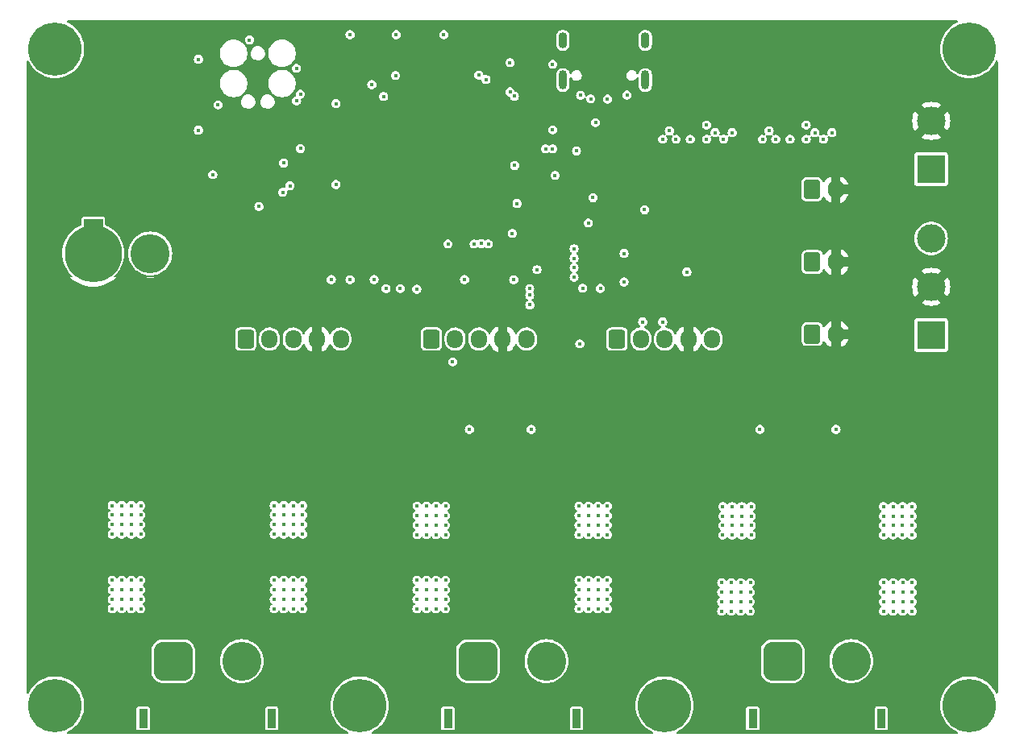
<source format=gbr>
%TF.GenerationSoftware,KiCad,Pcbnew,7.0.1*%
%TF.CreationDate,2023-07-17T00:52:35+01:00*%
%TF.ProjectId,Motor Driver Board,4d6f746f-7220-4447-9269-76657220426f,rev?*%
%TF.SameCoordinates,Original*%
%TF.FileFunction,Copper,L2,Inr*%
%TF.FilePolarity,Positive*%
%FSLAX46Y46*%
G04 Gerber Fmt 4.6, Leading zero omitted, Abs format (unit mm)*
G04 Created by KiCad (PCBNEW 7.0.1) date 2023-07-17 00:52:35*
%MOMM*%
%LPD*%
G01*
G04 APERTURE LIST*
G04 Aperture macros list*
%AMRoundRect*
0 Rectangle with rounded corners*
0 $1 Rounding radius*
0 $2 $3 $4 $5 $6 $7 $8 $9 X,Y pos of 4 corners*
0 Add a 4 corners polygon primitive as box body*
4,1,4,$2,$3,$4,$5,$6,$7,$8,$9,$2,$3,0*
0 Add four circle primitives for the rounded corners*
1,1,$1+$1,$2,$3*
1,1,$1+$1,$4,$5*
1,1,$1+$1,$6,$7*
1,1,$1+$1,$8,$9*
0 Add four rect primitives between the rounded corners*
20,1,$1+$1,$2,$3,$4,$5,0*
20,1,$1+$1,$4,$5,$6,$7,0*
20,1,$1+$1,$6,$7,$8,$9,0*
20,1,$1+$1,$8,$9,$2,$3,0*%
G04 Aperture macros list end*
%TA.AperFunction,ComponentPad*%
%ADD10RoundRect,0.250000X-0.600000X-0.750000X0.600000X-0.750000X0.600000X0.750000X-0.600000X0.750000X0*%
%TD*%
%TA.AperFunction,ComponentPad*%
%ADD11O,1.700000X2.000000*%
%TD*%
%TA.AperFunction,ComponentPad*%
%ADD12RoundRect,0.250000X-0.600000X-0.725000X0.600000X-0.725000X0.600000X0.725000X-0.600000X0.725000X0*%
%TD*%
%TA.AperFunction,ComponentPad*%
%ADD13O,1.700000X1.950000*%
%TD*%
%TA.AperFunction,ComponentPad*%
%ADD14C,5.600000*%
%TD*%
%TA.AperFunction,ComponentPad*%
%ADD15R,3.000000X3.000000*%
%TD*%
%TA.AperFunction,ComponentPad*%
%ADD16C,3.000000*%
%TD*%
%TA.AperFunction,ComponentPad*%
%ADD17RoundRect,1.025000X1.025000X1.025000X-1.025000X1.025000X-1.025000X-1.025000X1.025000X-1.025000X0*%
%TD*%
%TA.AperFunction,ComponentPad*%
%ADD18C,4.100000*%
%TD*%
%TA.AperFunction,ComponentPad*%
%ADD19R,0.900000X2.000000*%
%TD*%
%TA.AperFunction,ComponentPad*%
%ADD20O,0.900000X2.000000*%
%TD*%
%TA.AperFunction,ComponentPad*%
%ADD21O,0.900000X1.700000*%
%TD*%
%TA.AperFunction,ComponentPad*%
%ADD22RoundRect,1.025000X1.025000X-1.025000X1.025000X1.025000X-1.025000X1.025000X-1.025000X-1.025000X0*%
%TD*%
%TA.AperFunction,ComponentPad*%
%ADD23R,2.000000X0.900000*%
%TD*%
%TA.AperFunction,ComponentPad*%
%ADD24RoundRect,1.500000X1.500000X-1.500000X1.500000X1.500000X-1.500000X1.500000X-1.500000X-1.500000X0*%
%TD*%
%TA.AperFunction,ComponentPad*%
%ADD25C,6.000000*%
%TD*%
%TA.AperFunction,ViaPad*%
%ADD26C,0.450000*%
%TD*%
G04 APERTURE END LIST*
D10*
%TO.N,+5V*%
%TO.C,J201*%
X182500000Y-92975000D03*
D11*
%TO.N,GND*%
X185000000Y-92975000D03*
%TD*%
D12*
%TO.N,unconnected-(J406-Pin_1-Pad1)*%
%TO.C,J406*%
X142500000Y-93500000D03*
D13*
%TO.N,SDA2*%
X145000000Y-93500000D03*
%TO.N,SCL2*%
X147500000Y-93500000D03*
%TO.N,GND*%
X150000000Y-93500000D03*
%TO.N,+3.3V*%
X152500000Y-93500000D03*
%TD*%
D14*
%TO.N,unconnected-(H106-Pad1)*%
%TO.C,H106*%
X167000000Y-132000000D03*
%TD*%
D15*
%TO.N,/Microcontroller/CANH*%
%TO.C,J302*%
X195000000Y-93080000D03*
D16*
%TO.N,GND*%
X195000000Y-88000000D03*
%TO.N,/Microcontroller/CANL*%
X195000000Y-82920000D03*
%TD*%
D17*
%TO.N,/Motor Drivers/M2_OUT_B*%
%TO.C,J404*%
X147400000Y-127350000D03*
D18*
%TO.N,/Motor Drivers/M2_OUT_A*%
X154600000Y-127350000D03*
D19*
%TO.N,unconnected-(J404-PadSH1)*%
X144250000Y-133350000D03*
%TO.N,unconnected-(J404-PadSH2)*%
X157750000Y-133350000D03*
%TD*%
D20*
%TO.N,unconnected-(J303-SHIELD-PadS1)*%
%TO.C,J303*%
X164975000Y-66270000D03*
%TO.N,unconnected-(J303-SHIELD-PadS2)*%
X156325000Y-66270000D03*
D21*
%TO.N,unconnected-(J303-SHIELD-PadS3)*%
X164975000Y-62100000D03*
%TO.N,unconnected-(J303-SHIELD-PadS4)*%
X156325000Y-62100000D03*
%TD*%
D10*
%TO.N,+5V*%
%TO.C,J204*%
X182475000Y-77775000D03*
D11*
%TO.N,GND*%
X184975000Y-77775000D03*
%TD*%
D12*
%TO.N,unconnected-(J409-Pin_1-Pad1)*%
%TO.C,J409*%
X123000000Y-93500000D03*
D13*
%TO.N,SDA4*%
X125500000Y-93500000D03*
%TO.N,SCL4*%
X128000000Y-93500000D03*
%TO.N,GND*%
X130500000Y-93500000D03*
%TO.N,+3.3V*%
X133000000Y-93500000D03*
%TD*%
D10*
%TO.N,+5V*%
%TO.C,J203*%
X182500000Y-85400000D03*
D11*
%TO.N,GND*%
X185000000Y-85400000D03*
%TD*%
D12*
%TO.N,unconnected-(J407-Pin_1-Pad1)*%
%TO.C,J407*%
X162000000Y-93500000D03*
D13*
%TO.N,SDA3*%
X164500000Y-93500000D03*
%TO.N,SCL3*%
X167000000Y-93500000D03*
%TO.N,GND*%
X169500000Y-93500000D03*
%TO.N,+3.3V*%
X172000000Y-93500000D03*
%TD*%
D22*
%TO.N,GND*%
%TO.C,J403*%
X113000000Y-91700000D03*
D18*
%TO.N,VMOT*%
X113000000Y-84500000D03*
D23*
%TO.N,GND*%
X107000000Y-94850000D03*
%TO.N,VMOT*%
X107000000Y-81350000D03*
%TD*%
D24*
%TO.N,GND*%
%TO.C,J405*%
X107000000Y-91700000D03*
D25*
%TO.N,VMOT*%
X107000000Y-84500000D03*
%TD*%
D17*
%TO.N,/Motor Drivers/M1_OUT_B*%
%TO.C,J402*%
X115400000Y-127350000D03*
D18*
%TO.N,/Motor Drivers/M1_OUT_A*%
X122600000Y-127350000D03*
D19*
%TO.N,unconnected-(J402-PadSH1)*%
X112250000Y-133350000D03*
%TO.N,unconnected-(J402-PadSH2)*%
X125750000Y-133350000D03*
%TD*%
D14*
%TO.N,unconnected-(H105-Pad1)*%
%TO.C,H105*%
X135000000Y-132000000D03*
%TD*%
%TO.N,unconnected-(H101-Pad1)*%
%TO.C,H101*%
X103000000Y-63000000D03*
%TD*%
%TO.N,unconnected-(H103-Pad1)*%
%TO.C,H103*%
X199000000Y-63000000D03*
%TD*%
%TO.N,unconnected-(H102-Pad1)*%
%TO.C,H102*%
X103000000Y-132000000D03*
%TD*%
%TO.N,unconnected-(H104-Pad1)*%
%TO.C,H104*%
X199000000Y-132000000D03*
%TD*%
D15*
%TO.N,VIN_RAW*%
%TO.C,J202*%
X195000000Y-75640000D03*
D16*
%TO.N,GND*%
X195000000Y-70560000D03*
%TD*%
D17*
%TO.N,/Motor Drivers/M3_OUT_B*%
%TO.C,J401*%
X179400000Y-127350000D03*
D18*
%TO.N,/Motor Drivers/M3_OUT_A*%
X186600000Y-127350000D03*
D19*
%TO.N,unconnected-(J401-PadSH1)*%
X176250000Y-133350000D03*
%TO.N,unconnected-(J401-PadSH2)*%
X189750000Y-133350000D03*
%TD*%
D26*
%TO.N,GND*%
X184000000Y-105000000D03*
X151000000Y-115500000D03*
X183000000Y-104000000D03*
X148500000Y-110500000D03*
X119000000Y-104000000D03*
X119550000Y-77180000D03*
X152500000Y-110500000D03*
X153500000Y-110500000D03*
X150000000Y-110000000D03*
X197750000Y-99000000D03*
X105500000Y-99000000D03*
X117500000Y-110500000D03*
X120000000Y-111000000D03*
X133750000Y-100250000D03*
X126909000Y-82890000D03*
X193509265Y-66694517D03*
X154750000Y-101750000D03*
X127649000Y-83610000D03*
X157445000Y-67868000D03*
X172805319Y-68115708D03*
X119500000Y-110500000D03*
X136250000Y-100250000D03*
X183500000Y-110500000D03*
X121500000Y-110500000D03*
X183000000Y-111000000D03*
X151000000Y-106000000D03*
X137500000Y-100250000D03*
X136250000Y-101500000D03*
X196500000Y-100250000D03*
X104250000Y-99000000D03*
X133000000Y-87250000D03*
X183000000Y-114500000D03*
X105500000Y-100250000D03*
X155500000Y-78700000D03*
X109218376Y-74099387D03*
X174500000Y-66000000D03*
X120000000Y-106000000D03*
X184000000Y-104000000D03*
X197750000Y-100250000D03*
X185500000Y-115000000D03*
X162750000Y-85500000D03*
X160014651Y-68294500D03*
X109750000Y-100250000D03*
X181000000Y-110000000D03*
X153000000Y-114500000D03*
X116500000Y-110500000D03*
X181000000Y-114500000D03*
X183000000Y-110000000D03*
X155250000Y-65580000D03*
X135000000Y-101500000D03*
X120326046Y-83995933D03*
X181000000Y-111000000D03*
X184904000Y-64546000D03*
X120000000Y-115500000D03*
X180500000Y-115000000D03*
X185000000Y-111000000D03*
X169500000Y-101500000D03*
X118000000Y-105000000D03*
X167000000Y-99000000D03*
X167000000Y-101500000D03*
X109750000Y-99000000D03*
X109227411Y-77099085D03*
X182000000Y-104000000D03*
X121000000Y-115500000D03*
X152000000Y-111000000D03*
X151500000Y-115000000D03*
X118000000Y-111000000D03*
X159500000Y-85680000D03*
X193500000Y-101500000D03*
X152000000Y-115500000D03*
X193500000Y-100250000D03*
X108500000Y-101500000D03*
X151000000Y-105000000D03*
X117000000Y-115500000D03*
X151000000Y-110000000D03*
X180500000Y-110500000D03*
X151000000Y-114500000D03*
X182000000Y-115500000D03*
X117500000Y-115000000D03*
X165750000Y-99000000D03*
X186552364Y-68989020D03*
X182500000Y-110500000D03*
X122750000Y-100750000D03*
X165750000Y-101500000D03*
X185000000Y-114500000D03*
X120500000Y-110500000D03*
X150532000Y-68205000D03*
X167000000Y-100250000D03*
X118000000Y-110000000D03*
X154750000Y-100750000D03*
X117000000Y-114500000D03*
X183000000Y-115500000D03*
X184000000Y-106000000D03*
X119000000Y-115500000D03*
X193500000Y-99000000D03*
X150000000Y-104000000D03*
X192250000Y-99000000D03*
X150000000Y-111000000D03*
X181500000Y-110500000D03*
X152000000Y-104000000D03*
X155250000Y-67490000D03*
X118000000Y-114500000D03*
X164500000Y-100250000D03*
X110771157Y-74855411D03*
X192250000Y-100250000D03*
X141190000Y-61490000D03*
X120500000Y-115000000D03*
X108500000Y-99000000D03*
X185750000Y-69250000D03*
X124110000Y-104710000D03*
X150253036Y-88174681D03*
X153000000Y-110000000D03*
X128659000Y-77400000D03*
X185500000Y-110500000D03*
X157400000Y-71950000D03*
X151500000Y-110500000D03*
X150500000Y-115000000D03*
X146190000Y-61490000D03*
X118500000Y-110500000D03*
X183000000Y-105000000D03*
X149000000Y-115500000D03*
X181880473Y-69104307D03*
X121000000Y-110000000D03*
X136250000Y-99000000D03*
X196500000Y-101500000D03*
X184000000Y-110000000D03*
X181500000Y-115000000D03*
X183500000Y-115000000D03*
X109222894Y-71095171D03*
X140010000Y-88250000D03*
X120000000Y-104000000D03*
X181000000Y-115500000D03*
X150500000Y-110500000D03*
X137980000Y-61500000D03*
X117000000Y-110000000D03*
X183357251Y-68132598D03*
X180690000Y-64190000D03*
X151000000Y-104000000D03*
X182000000Y-106000000D03*
X118000000Y-115500000D03*
X105500000Y-101500000D03*
X159750000Y-73000000D03*
X149500000Y-110500000D03*
X145020000Y-87250000D03*
X184000000Y-114500000D03*
X104250000Y-100250000D03*
X182000000Y-111000000D03*
X152110000Y-87260000D03*
X152500000Y-115000000D03*
X121000000Y-111000000D03*
X149000000Y-111000000D03*
X133750000Y-101500000D03*
X110770000Y-67380000D03*
X119000000Y-114500000D03*
X119000000Y-106000000D03*
X152000000Y-114500000D03*
X132500000Y-100250000D03*
X152000000Y-105000000D03*
X155240000Y-72490000D03*
X153000000Y-115500000D03*
X150000000Y-114500000D03*
X183000000Y-106000000D03*
X169500000Y-100250000D03*
X163849000Y-67862000D03*
X196500000Y-99000000D03*
X109750000Y-101500000D03*
X128760000Y-66800000D03*
X185000000Y-66000000D03*
X132500000Y-99000000D03*
X131590000Y-61490000D03*
X188100000Y-104610000D03*
X168250000Y-99000000D03*
X127029000Y-80510000D03*
X182000000Y-110000000D03*
X120000000Y-114500000D03*
X118050000Y-75970000D03*
X182000000Y-114500000D03*
X137500000Y-99000000D03*
X164500000Y-99000000D03*
X148500000Y-115000000D03*
X182500000Y-115000000D03*
X162750000Y-86500000D03*
X175126687Y-69128801D03*
X135000000Y-99000000D03*
X151000000Y-111000000D03*
X192250000Y-101500000D03*
X133750000Y-99000000D03*
X186750000Y-100500000D03*
X120000000Y-105000000D03*
X156000000Y-104700000D03*
X124320000Y-69370000D03*
X157120000Y-77360000D03*
X108500000Y-100250000D03*
X118060000Y-68490000D03*
X122750000Y-101750000D03*
X152000000Y-110000000D03*
X149500000Y-115000000D03*
X162100000Y-72030000D03*
X119000000Y-111000000D03*
X152000000Y-106000000D03*
X174404000Y-64546000D03*
X135000000Y-100250000D03*
X137500000Y-101500000D03*
X184500000Y-115000000D03*
X118000000Y-106000000D03*
X184000000Y-111000000D03*
X184000000Y-115500000D03*
X150000000Y-115500000D03*
X119500000Y-115000000D03*
X168250000Y-100250000D03*
X117000000Y-111000000D03*
X150000000Y-105000000D03*
X197750000Y-101500000D03*
X184500000Y-110500000D03*
X165750000Y-100250000D03*
X119000000Y-110000000D03*
X169500000Y-99000000D03*
X185000000Y-115500000D03*
X168250000Y-101500000D03*
X182000000Y-105000000D03*
X164500000Y-101500000D03*
X153500000Y-115000000D03*
X153000000Y-111000000D03*
X118000000Y-104000000D03*
X185000000Y-110000000D03*
X121500000Y-115000000D03*
X128760000Y-72520000D03*
X149000000Y-114500000D03*
X171377949Y-69103887D03*
X149000000Y-110000000D03*
X132500000Y-101500000D03*
X150000000Y-106000000D03*
X170184121Y-64196321D03*
X120000000Y-110000000D03*
X159500000Y-86300000D03*
X119000000Y-105000000D03*
X121000000Y-114500000D03*
X118500000Y-115000000D03*
X186750000Y-101500000D03*
X116500000Y-115000000D03*
X104250000Y-101500000D03*
%TO.N,+3.3V*%
X171400000Y-72500000D03*
X153600000Y-86200000D03*
X167500000Y-71600000D03*
X162750000Y-87500000D03*
X159000000Y-81300000D03*
X126899000Y-78080000D03*
X162750000Y-84500000D03*
X127659000Y-77380000D03*
X155240000Y-71520000D03*
X166800000Y-72500000D03*
X155500000Y-76300000D03*
X136500000Y-87250000D03*
X174100000Y-71800000D03*
X132000000Y-87250000D03*
X143810000Y-61500000D03*
X128760000Y-73480000D03*
X118050000Y-64090000D03*
X119560000Y-76220000D03*
X140980000Y-88250000D03*
X173200000Y-72500000D03*
X133970000Y-61510000D03*
X169335834Y-86448775D03*
X155250000Y-64620000D03*
X128760000Y-67760000D03*
X133970000Y-87260000D03*
X123410000Y-62060000D03*
X172300000Y-71800000D03*
X145990000Y-87250000D03*
X168200000Y-72500000D03*
X118050000Y-71550000D03*
X152851420Y-89904407D03*
X138810000Y-61500000D03*
X169700000Y-72500000D03*
X124399081Y-79558729D03*
X151160000Y-87270000D03*
X171400000Y-71000000D03*
X164890000Y-79910000D03*
%TO.N,+5V*%
X177974113Y-71599408D03*
X181874113Y-72499408D03*
X180174113Y-72499408D03*
X178674113Y-72499408D03*
X159480000Y-78640000D03*
X184574113Y-71799408D03*
X181874113Y-70999408D03*
X182774113Y-71799408D03*
X177274113Y-72499408D03*
X183674113Y-72499408D03*
%TO.N,VBUS*%
X163048000Y-67860000D03*
X158175000Y-67877000D03*
X159750000Y-70750000D03*
%TO.N,OSC32K*%
X127000000Y-75000000D03*
X132500000Y-68750000D03*
%TO.N,SDA2*%
X152841270Y-88210260D03*
%TO.N,SCL2*%
X152842776Y-88890964D03*
%TO.N,NRST*%
X132500000Y-77250000D03*
X120115000Y-68885000D03*
%TO.N,VREF*%
X185000000Y-103000000D03*
X153000000Y-103000000D03*
X177000000Y-103000000D03*
X146500000Y-103000000D03*
%TO.N,USB_DN*%
X151229810Y-67979810D03*
X161007030Y-68278403D03*
%TO.N,USB_DP*%
X150770190Y-67520190D03*
X159250000Y-68250000D03*
%TO.N,SWCLK*%
X128350000Y-65050000D03*
X150750000Y-64440000D03*
%TO.N,MOSI*%
X148500000Y-83500000D03*
X157500000Y-87000000D03*
%TO.N,MISO*%
X158408041Y-88146671D03*
X147747013Y-83466870D03*
%TO.N,CS*%
X151000000Y-82398048D03*
X157500000Y-85000000D03*
%TO.N,SCK*%
X157500000Y-86000000D03*
X147000000Y-83500000D03*
%TO.N,SWO*%
X138750000Y-65800000D03*
X128360000Y-68440000D03*
%TO.N,BOOT0*%
X157750000Y-73725500D03*
X151250000Y-75250000D03*
X136250000Y-66750000D03*
X137500000Y-68000000D03*
%TO.N,CAN_TX*%
X155250000Y-73500000D03*
X147500000Y-65750000D03*
%TO.N,CAN_RX*%
X154500000Y-73500000D03*
X148250000Y-66225500D03*
%TO.N,VMOT*%
X111000000Y-112000000D03*
X159000000Y-111050000D03*
X144005000Y-114050000D03*
X158000000Y-114050000D03*
X112000000Y-112000000D03*
X128000000Y-114000000D03*
X127000000Y-111000000D03*
X160000000Y-112050000D03*
X189987500Y-114100000D03*
X176100000Y-112100000D03*
X190987500Y-111100000D03*
X173100000Y-111100000D03*
X158000000Y-111050000D03*
X143005000Y-111050000D03*
X191987500Y-114100000D03*
X174100000Y-113100000D03*
X144005000Y-113050000D03*
X129000000Y-111000000D03*
X109000000Y-112000000D03*
X159000000Y-113050000D03*
X192987500Y-114100000D03*
X129000000Y-112000000D03*
X127000000Y-112000000D03*
X141005000Y-111050000D03*
X160000000Y-114050000D03*
X126000000Y-111000000D03*
X173100000Y-114100000D03*
X143005000Y-113050000D03*
X126000000Y-113000000D03*
X175100000Y-112100000D03*
X189987500Y-111100000D03*
X158000000Y-113050000D03*
X143005000Y-114050000D03*
X112000000Y-114000000D03*
X144005000Y-112050000D03*
X112000000Y-111000000D03*
X142005000Y-114050000D03*
X142005000Y-111050000D03*
X189987500Y-113100000D03*
X110000000Y-114000000D03*
X112000000Y-113000000D03*
X161000000Y-112050000D03*
X128000000Y-113000000D03*
X109000000Y-113000000D03*
X176100000Y-114100000D03*
X174100000Y-111100000D03*
X142005000Y-112050000D03*
X109000000Y-111000000D03*
X191987500Y-113100000D03*
X110000000Y-112000000D03*
X141005000Y-114050000D03*
X129000000Y-113000000D03*
X176100000Y-111100000D03*
X159000000Y-112050000D03*
X144005000Y-111050000D03*
X190987500Y-112100000D03*
X191987500Y-111100000D03*
X161000000Y-113050000D03*
X142005000Y-113050000D03*
X127000000Y-113000000D03*
X126000000Y-112000000D03*
X129000000Y-114000000D03*
X109000000Y-114000000D03*
X159000000Y-114050000D03*
X175100000Y-113100000D03*
X143005000Y-112050000D03*
X111000000Y-111000000D03*
X191987500Y-112100000D03*
X173100000Y-112100000D03*
X158000000Y-112050000D03*
X127000000Y-114000000D03*
X160000000Y-113050000D03*
X111000000Y-114000000D03*
X161000000Y-111050000D03*
X128000000Y-111000000D03*
X160000000Y-111050000D03*
X126000000Y-114000000D03*
X128000000Y-112000000D03*
X175100000Y-111100000D03*
X190987500Y-114100000D03*
X161000000Y-114050000D03*
X141005000Y-112050000D03*
X110000000Y-113000000D03*
X175100000Y-114100000D03*
X141005000Y-113050000D03*
X173100000Y-113100000D03*
X174100000Y-112100000D03*
X110000000Y-111000000D03*
X174100000Y-114100000D03*
X190987500Y-113100000D03*
X192987500Y-111100000D03*
X192987500Y-112100000D03*
X192987500Y-113100000D03*
X176100000Y-113100000D03*
X189987500Y-112100000D03*
X111000000Y-113000000D03*
%TO.N,/Motor Drivers/M3_OUT_B*%
X174000000Y-121100000D03*
X175000000Y-122100000D03*
X173000000Y-121100000D03*
X173000000Y-122100000D03*
X176000000Y-119100000D03*
X175000000Y-120100000D03*
X174000000Y-119100000D03*
X176000000Y-122100000D03*
X175000000Y-119100000D03*
X173000000Y-119100000D03*
X175000000Y-121100000D03*
X174000000Y-120100000D03*
X174000000Y-122100000D03*
X176000000Y-120100000D03*
X176000000Y-121100000D03*
X173000000Y-120100000D03*
%TO.N,/Motor Drivers/M3_OUT_A*%
X190000000Y-120100000D03*
X193000000Y-119100000D03*
X191000000Y-120100000D03*
X190000000Y-121100000D03*
X193000000Y-121100000D03*
X192000000Y-122100000D03*
X190000000Y-122100000D03*
X193000000Y-120100000D03*
X193000000Y-122100000D03*
X191000000Y-119100000D03*
X191000000Y-122100000D03*
X192000000Y-121100000D03*
X190000000Y-119100000D03*
X192000000Y-119100000D03*
X192000000Y-120100000D03*
X191000000Y-121100000D03*
%TO.N,/Motor Drivers/M1_OUT_B*%
X112000000Y-120850000D03*
X109000000Y-119850000D03*
X111000000Y-119850000D03*
X110000000Y-119850000D03*
X111000000Y-120850000D03*
X110000000Y-118850000D03*
X109000000Y-121850000D03*
X109000000Y-118850000D03*
X111000000Y-121850000D03*
X112000000Y-119850000D03*
X111000000Y-118850000D03*
X109000000Y-120850000D03*
X110000000Y-121850000D03*
X110000000Y-120850000D03*
X112000000Y-118850000D03*
X112000000Y-121850000D03*
%TO.N,/Motor Drivers/M1_OUT_A*%
X129000000Y-120850000D03*
X129000000Y-119850000D03*
X127000000Y-118850000D03*
X128000000Y-120850000D03*
X129000000Y-118850000D03*
X128000000Y-119850000D03*
X129000000Y-121850000D03*
X127000000Y-120850000D03*
X126000000Y-118850000D03*
X126000000Y-121850000D03*
X126000000Y-119850000D03*
X128000000Y-121850000D03*
X128000000Y-118850000D03*
X126000000Y-120850000D03*
X127000000Y-119850000D03*
X127000000Y-121850000D03*
%TO.N,/Motor Drivers/M2_OUT_B*%
X143000000Y-121850000D03*
X144000000Y-120850000D03*
X143000000Y-119850000D03*
X142000000Y-121850000D03*
X142000000Y-120850000D03*
X141000000Y-120850000D03*
X143000000Y-120850000D03*
X141000000Y-119850000D03*
X141000000Y-118850000D03*
X144000000Y-119850000D03*
X143000000Y-118850000D03*
X142000000Y-119850000D03*
X144000000Y-121850000D03*
X141000000Y-121850000D03*
X144000000Y-118850000D03*
X142000000Y-118850000D03*
%TO.N,/Motor Drivers/M2_OUT_A*%
X159000000Y-118850000D03*
X158000000Y-121850000D03*
X159000000Y-121850000D03*
X158000000Y-120850000D03*
X158000000Y-119850000D03*
X161000000Y-120850000D03*
X158000000Y-118850000D03*
X160000000Y-118850000D03*
X159000000Y-119850000D03*
X160000000Y-119850000D03*
X159000000Y-120850000D03*
X161000000Y-121850000D03*
X161000000Y-119850000D03*
X160000000Y-120850000D03*
X161000000Y-118850000D03*
X160000000Y-121850000D03*
%TO.N,IMU_INT1*%
X160254383Y-88169911D03*
X144250000Y-83500000D03*
%TO.N,IMU_INT2*%
X157500000Y-84000000D03*
X151500000Y-79250000D03*
%TO.N,M2_SO*%
X137750000Y-88200000D03*
X144750000Y-95900000D03*
%TO.N,M3_NFAULT*%
X166800000Y-91700000D03*
X164700000Y-91700000D03*
%TO.N,M3_SO*%
X158100000Y-94000000D03*
X139250000Y-88200000D03*
%TD*%
%TA.AperFunction,Conductor*%
%TO.N,GND*%
G36*
X197711494Y-60018773D02*
G01*
X197757189Y-60068205D01*
X197770322Y-60134229D01*
X197747022Y-60197386D01*
X197694156Y-60239061D01*
X197674356Y-60247262D01*
X197374479Y-60412998D01*
X197095041Y-60611268D01*
X196839572Y-60839572D01*
X196611268Y-61095041D01*
X196412998Y-61374479D01*
X196247263Y-61674353D01*
X196116147Y-61990893D01*
X196021295Y-62320132D01*
X195963904Y-62657913D01*
X195944693Y-63000000D01*
X195963904Y-63342086D01*
X196021295Y-63679867D01*
X196116147Y-64009106D01*
X196239061Y-64305844D01*
X196247264Y-64325648D01*
X196412998Y-64625521D01*
X196486400Y-64728972D01*
X196611268Y-64904958D01*
X196740886Y-65049999D01*
X196839572Y-65160428D01*
X196934130Y-65244930D01*
X197095041Y-65388731D01*
X197111941Y-65400722D01*
X197374479Y-65587002D01*
X197674352Y-65752736D01*
X197831725Y-65817922D01*
X197990893Y-65883852D01*
X197990894Y-65883852D01*
X197990896Y-65883853D01*
X198320130Y-65978704D01*
X198657914Y-66036096D01*
X199000000Y-66055307D01*
X199342086Y-66036096D01*
X199679870Y-65978704D01*
X200009104Y-65883853D01*
X200325648Y-65752736D01*
X200625521Y-65587002D01*
X200904953Y-65388735D01*
X200904955Y-65388732D01*
X200904958Y-65388731D01*
X200976832Y-65324500D01*
X201160428Y-65160428D01*
X201388735Y-64904953D01*
X201587002Y-64625521D01*
X201752736Y-64325648D01*
X201760939Y-64305843D01*
X201802614Y-64252978D01*
X201865771Y-64229678D01*
X201931795Y-64242811D01*
X201981227Y-64288506D01*
X201999500Y-64353296D01*
X201999500Y-130646704D01*
X201981227Y-130711494D01*
X201931795Y-130757189D01*
X201865771Y-130770322D01*
X201802614Y-130747022D01*
X201760939Y-130694156D01*
X201752736Y-130674352D01*
X201587002Y-130374479D01*
X201388735Y-130095047D01*
X201388731Y-130095041D01*
X201257086Y-129947732D01*
X201160428Y-129839572D01*
X201063768Y-129753191D01*
X200904958Y-129611268D01*
X200732409Y-129488839D01*
X200625521Y-129412998D01*
X200325648Y-129247264D01*
X200325646Y-129247263D01*
X200009106Y-129116147D01*
X199679867Y-129021295D01*
X199342086Y-128963904D01*
X199000000Y-128944693D01*
X198657913Y-128963904D01*
X198320132Y-129021295D01*
X197990893Y-129116147D01*
X197674353Y-129247263D01*
X197374479Y-129412998D01*
X197095041Y-129611268D01*
X196839572Y-129839572D01*
X196611268Y-130095041D01*
X196412998Y-130374479D01*
X196247263Y-130674353D01*
X196116147Y-130990893D01*
X196021295Y-131320132D01*
X195963904Y-131657913D01*
X195944693Y-131999999D01*
X195963904Y-132342086D01*
X196021295Y-132679867D01*
X196116147Y-133009106D01*
X196247263Y-133325646D01*
X196247264Y-133325648D01*
X196412998Y-133625521D01*
X196524895Y-133783226D01*
X196611268Y-133904958D01*
X196753191Y-134063768D01*
X196839572Y-134160428D01*
X196947732Y-134257086D01*
X197095041Y-134388731D01*
X197095047Y-134388735D01*
X197374479Y-134587002D01*
X197674352Y-134752736D01*
X197694156Y-134760939D01*
X197747022Y-134802614D01*
X197770322Y-134865771D01*
X197757189Y-134931795D01*
X197711494Y-134981227D01*
X197646704Y-134999500D01*
X168353296Y-134999500D01*
X168288506Y-134981227D01*
X168242811Y-134931795D01*
X168229678Y-134865771D01*
X168252978Y-134802614D01*
X168305844Y-134760939D01*
X168325648Y-134752736D01*
X168625521Y-134587002D01*
X168904953Y-134388735D01*
X168904955Y-134388732D01*
X168904958Y-134388731D01*
X168920686Y-134374675D01*
X175549500Y-134374675D01*
X175564033Y-134447738D01*
X175564033Y-134447739D01*
X175564034Y-134447740D01*
X175619399Y-134530601D01*
X175702260Y-134585966D01*
X175738793Y-134593233D01*
X175775325Y-134600500D01*
X175775326Y-134600500D01*
X176724674Y-134600500D01*
X176724675Y-134600500D01*
X176749029Y-134595655D01*
X176797740Y-134585966D01*
X176880601Y-134530601D01*
X176935966Y-134447740D01*
X176950500Y-134374675D01*
X189049500Y-134374675D01*
X189064033Y-134447738D01*
X189064033Y-134447739D01*
X189064034Y-134447740D01*
X189119399Y-134530601D01*
X189202260Y-134585966D01*
X189238793Y-134593233D01*
X189275325Y-134600500D01*
X189275326Y-134600500D01*
X190224674Y-134600500D01*
X190224675Y-134600500D01*
X190249029Y-134595655D01*
X190297740Y-134585966D01*
X190380601Y-134530601D01*
X190435966Y-134447740D01*
X190450500Y-134374674D01*
X190450500Y-132325326D01*
X190435966Y-132252260D01*
X190380601Y-132169399D01*
X190297740Y-132114034D01*
X190297739Y-132114033D01*
X190297738Y-132114033D01*
X190224675Y-132099500D01*
X190224674Y-132099500D01*
X189275326Y-132099500D01*
X189275325Y-132099500D01*
X189202261Y-132114033D01*
X189119399Y-132169399D01*
X189064033Y-132252261D01*
X189049500Y-132325325D01*
X189049500Y-134374675D01*
X176950500Y-134374675D01*
X176950500Y-134374674D01*
X176950500Y-132325326D01*
X176935966Y-132252260D01*
X176880601Y-132169399D01*
X176797740Y-132114034D01*
X176797739Y-132114033D01*
X176797738Y-132114033D01*
X176724675Y-132099500D01*
X176724674Y-132099500D01*
X175775326Y-132099500D01*
X175775325Y-132099500D01*
X175702261Y-132114033D01*
X175619399Y-132169399D01*
X175564033Y-132252261D01*
X175549500Y-132325325D01*
X175549500Y-134374675D01*
X168920686Y-134374675D01*
X168955607Y-134343466D01*
X169160428Y-134160428D01*
X169388735Y-133904953D01*
X169587002Y-133625521D01*
X169752736Y-133325648D01*
X169883853Y-133009104D01*
X169978704Y-132679870D01*
X170036096Y-132342086D01*
X170055307Y-132000000D01*
X170036096Y-131657914D01*
X169978704Y-131320130D01*
X169883853Y-130990896D01*
X169752736Y-130674352D01*
X169587002Y-130374479D01*
X169388735Y-130095047D01*
X169388731Y-130095041D01*
X169257086Y-129947732D01*
X169160428Y-129839572D01*
X169063768Y-129753191D01*
X168904958Y-129611268D01*
X168732409Y-129488839D01*
X168625521Y-129412998D01*
X168325648Y-129247264D01*
X168325646Y-129247263D01*
X168009106Y-129116147D01*
X167679867Y-129021295D01*
X167342086Y-128963904D01*
X167000000Y-128944693D01*
X166657913Y-128963904D01*
X166320132Y-129021295D01*
X165990893Y-129116147D01*
X165674353Y-129247263D01*
X165374479Y-129412998D01*
X165095041Y-129611268D01*
X164839572Y-129839572D01*
X164611268Y-130095041D01*
X164412998Y-130374479D01*
X164247263Y-130674353D01*
X164116147Y-130990893D01*
X164021295Y-131320132D01*
X163963904Y-131657913D01*
X163944693Y-131999999D01*
X163963904Y-132342086D01*
X164021295Y-132679867D01*
X164116147Y-133009106D01*
X164247263Y-133325646D01*
X164247264Y-133325648D01*
X164412998Y-133625521D01*
X164524895Y-133783226D01*
X164611268Y-133904958D01*
X164753191Y-134063768D01*
X164839572Y-134160428D01*
X164947732Y-134257086D01*
X165095041Y-134388731D01*
X165095047Y-134388735D01*
X165374479Y-134587002D01*
X165674352Y-134752736D01*
X165694156Y-134760939D01*
X165747022Y-134802614D01*
X165770322Y-134865771D01*
X165757189Y-134931795D01*
X165711494Y-134981227D01*
X165646704Y-134999500D01*
X136353296Y-134999500D01*
X136288506Y-134981227D01*
X136242811Y-134931795D01*
X136229678Y-134865771D01*
X136252978Y-134802614D01*
X136305844Y-134760939D01*
X136325648Y-134752736D01*
X136625521Y-134587002D01*
X136904953Y-134388735D01*
X136904955Y-134388732D01*
X136904958Y-134388731D01*
X136920686Y-134374675D01*
X143549500Y-134374675D01*
X143564033Y-134447738D01*
X143564033Y-134447739D01*
X143564034Y-134447740D01*
X143619399Y-134530601D01*
X143702260Y-134585966D01*
X143738793Y-134593233D01*
X143775325Y-134600500D01*
X143775326Y-134600500D01*
X144724674Y-134600500D01*
X144724675Y-134600500D01*
X144749029Y-134595655D01*
X144797740Y-134585966D01*
X144880601Y-134530601D01*
X144935966Y-134447740D01*
X144950500Y-134374675D01*
X157049500Y-134374675D01*
X157064033Y-134447738D01*
X157064033Y-134447739D01*
X157064034Y-134447740D01*
X157119399Y-134530601D01*
X157202260Y-134585966D01*
X157238793Y-134593233D01*
X157275325Y-134600500D01*
X157275326Y-134600500D01*
X158224674Y-134600500D01*
X158224675Y-134600500D01*
X158249029Y-134595655D01*
X158297740Y-134585966D01*
X158380601Y-134530601D01*
X158435966Y-134447740D01*
X158450500Y-134374674D01*
X158450500Y-132325326D01*
X158435966Y-132252260D01*
X158380601Y-132169399D01*
X158297740Y-132114034D01*
X158297739Y-132114033D01*
X158297738Y-132114033D01*
X158224675Y-132099500D01*
X158224674Y-132099500D01*
X157275326Y-132099500D01*
X157275325Y-132099500D01*
X157202261Y-132114033D01*
X157119399Y-132169399D01*
X157064033Y-132252261D01*
X157049500Y-132325325D01*
X157049500Y-134374675D01*
X144950500Y-134374675D01*
X144950500Y-134374674D01*
X144950500Y-132325326D01*
X144935966Y-132252260D01*
X144880601Y-132169399D01*
X144797740Y-132114034D01*
X144797739Y-132114033D01*
X144797738Y-132114033D01*
X144724675Y-132099500D01*
X144724674Y-132099500D01*
X143775326Y-132099500D01*
X143775325Y-132099500D01*
X143702261Y-132114033D01*
X143619399Y-132169399D01*
X143564033Y-132252261D01*
X143549500Y-132325325D01*
X143549500Y-134374675D01*
X136920686Y-134374675D01*
X136955607Y-134343466D01*
X137160428Y-134160428D01*
X137388735Y-133904953D01*
X137587002Y-133625521D01*
X137752736Y-133325648D01*
X137883853Y-133009104D01*
X137978704Y-132679870D01*
X138036096Y-132342086D01*
X138055307Y-132000000D01*
X138036096Y-131657914D01*
X137978704Y-131320130D01*
X137883853Y-130990896D01*
X137752736Y-130674352D01*
X137587002Y-130374479D01*
X137388735Y-130095047D01*
X137388731Y-130095041D01*
X137257086Y-129947732D01*
X137160428Y-129839572D01*
X137063768Y-129753191D01*
X136904958Y-129611268D01*
X136732409Y-129488839D01*
X136625521Y-129412998D01*
X136325648Y-129247264D01*
X136325646Y-129247263D01*
X136009106Y-129116147D01*
X135679867Y-129021295D01*
X135342086Y-128963904D01*
X135000000Y-128944693D01*
X134657913Y-128963904D01*
X134320132Y-129021295D01*
X133990893Y-129116147D01*
X133674353Y-129247263D01*
X133374479Y-129412998D01*
X133095041Y-129611268D01*
X132839572Y-129839572D01*
X132611268Y-130095041D01*
X132412998Y-130374479D01*
X132247263Y-130674353D01*
X132116147Y-130990893D01*
X132021295Y-131320132D01*
X131963904Y-131657913D01*
X131944693Y-132000000D01*
X131963904Y-132342086D01*
X132021295Y-132679867D01*
X132116147Y-133009106D01*
X132247263Y-133325646D01*
X132247264Y-133325648D01*
X132412998Y-133625521D01*
X132524895Y-133783226D01*
X132611268Y-133904958D01*
X132753191Y-134063768D01*
X132839572Y-134160428D01*
X132947732Y-134257086D01*
X133095041Y-134388731D01*
X133095047Y-134388735D01*
X133374479Y-134587002D01*
X133674352Y-134752736D01*
X133694156Y-134760939D01*
X133747022Y-134802614D01*
X133770322Y-134865771D01*
X133757189Y-134931795D01*
X133711494Y-134981227D01*
X133646704Y-134999500D01*
X104353296Y-134999500D01*
X104288506Y-134981227D01*
X104242811Y-134931795D01*
X104229678Y-134865771D01*
X104252978Y-134802614D01*
X104305844Y-134760939D01*
X104325648Y-134752736D01*
X104625521Y-134587002D01*
X104904953Y-134388735D01*
X104904955Y-134388732D01*
X104904958Y-134388731D01*
X104920686Y-134374675D01*
X111549500Y-134374675D01*
X111564033Y-134447738D01*
X111564033Y-134447739D01*
X111564034Y-134447740D01*
X111619399Y-134530601D01*
X111702260Y-134585966D01*
X111738793Y-134593233D01*
X111775325Y-134600500D01*
X111775326Y-134600500D01*
X112724674Y-134600500D01*
X112724675Y-134600500D01*
X112749029Y-134595655D01*
X112797740Y-134585966D01*
X112880601Y-134530601D01*
X112935966Y-134447740D01*
X112950500Y-134374675D01*
X125049500Y-134374675D01*
X125064033Y-134447738D01*
X125064033Y-134447739D01*
X125064034Y-134447740D01*
X125119399Y-134530601D01*
X125202260Y-134585966D01*
X125238793Y-134593233D01*
X125275325Y-134600500D01*
X125275326Y-134600500D01*
X126224674Y-134600500D01*
X126224675Y-134600500D01*
X126249029Y-134595655D01*
X126297740Y-134585966D01*
X126380601Y-134530601D01*
X126435966Y-134447740D01*
X126450500Y-134374674D01*
X126450500Y-132325326D01*
X126435966Y-132252260D01*
X126380601Y-132169399D01*
X126297740Y-132114034D01*
X126297739Y-132114033D01*
X126297738Y-132114033D01*
X126224675Y-132099500D01*
X126224674Y-132099500D01*
X125275326Y-132099500D01*
X125275325Y-132099500D01*
X125202261Y-132114033D01*
X125119399Y-132169399D01*
X125064033Y-132252261D01*
X125049500Y-132325325D01*
X125049500Y-134374675D01*
X112950500Y-134374675D01*
X112950500Y-134374674D01*
X112950500Y-132325326D01*
X112935966Y-132252260D01*
X112880601Y-132169399D01*
X112797740Y-132114034D01*
X112797739Y-132114033D01*
X112797738Y-132114033D01*
X112724675Y-132099500D01*
X112724674Y-132099500D01*
X111775326Y-132099500D01*
X111775325Y-132099500D01*
X111702261Y-132114033D01*
X111619399Y-132169399D01*
X111564033Y-132252261D01*
X111549500Y-132325325D01*
X111549500Y-134374675D01*
X104920686Y-134374675D01*
X104955607Y-134343466D01*
X105160428Y-134160428D01*
X105388735Y-133904953D01*
X105587002Y-133625521D01*
X105752736Y-133325648D01*
X105883853Y-133009104D01*
X105978704Y-132679870D01*
X106036096Y-132342086D01*
X106055307Y-132000000D01*
X106036096Y-131657914D01*
X105978704Y-131320130D01*
X105883853Y-130990896D01*
X105752736Y-130674352D01*
X105587002Y-130374479D01*
X105388735Y-130095047D01*
X105388731Y-130095041D01*
X105257086Y-129947732D01*
X105160428Y-129839572D01*
X105063768Y-129753191D01*
X104904958Y-129611268D01*
X104732409Y-129488839D01*
X104625521Y-129412998D01*
X104325648Y-129247264D01*
X104325646Y-129247263D01*
X104009106Y-129116147D01*
X103679867Y-129021295D01*
X103342086Y-128963904D01*
X103000000Y-128944693D01*
X102657913Y-128963904D01*
X102320132Y-129021295D01*
X101990893Y-129116147D01*
X101674353Y-129247263D01*
X101374479Y-129412998D01*
X101095041Y-129611268D01*
X100839572Y-129839572D01*
X100611268Y-130095041D01*
X100412998Y-130374479D01*
X100247262Y-130674356D01*
X100239061Y-130694156D01*
X100197386Y-130747022D01*
X100134229Y-130770322D01*
X100068205Y-130757189D01*
X100018773Y-130711494D01*
X100000500Y-130646704D01*
X100000500Y-128440509D01*
X113099500Y-128440509D01*
X113104396Y-128502717D01*
X113110111Y-128575339D01*
X113147510Y-128723762D01*
X113166210Y-128797975D01*
X113261161Y-129007015D01*
X113391910Y-129195741D01*
X113554258Y-129358089D01*
X113742984Y-129488838D01*
X113742985Y-129488838D01*
X113742986Y-129488839D01*
X113952026Y-129583790D01*
X114174661Y-129639889D01*
X114309487Y-129650500D01*
X116490512Y-129650499D01*
X116625339Y-129639889D01*
X116847974Y-129583790D01*
X117057014Y-129488839D01*
X117245741Y-129358089D01*
X117408089Y-129195741D01*
X117538839Y-129007014D01*
X117633790Y-128797974D01*
X117689889Y-128575339D01*
X117700500Y-128440513D01*
X117700499Y-127349999D01*
X120294564Y-127349999D01*
X120314287Y-127650926D01*
X120373119Y-127946689D01*
X120470054Y-128232252D01*
X120603433Y-128502717D01*
X120651957Y-128575339D01*
X120770975Y-128753461D01*
X120969811Y-128980189D01*
X121124841Y-129116147D01*
X121196539Y-129179025D01*
X121447282Y-129346566D01*
X121717747Y-129479945D01*
X121860528Y-129528412D01*
X122003309Y-129576880D01*
X122038043Y-129583789D01*
X122299073Y-129635712D01*
X122299075Y-129635712D01*
X122299080Y-129635713D01*
X122600000Y-129655436D01*
X122900920Y-129635713D01*
X122900924Y-129635712D01*
X122900926Y-129635712D01*
X123023827Y-129611265D01*
X123196691Y-129576880D01*
X123482252Y-129479945D01*
X123752718Y-129346566D01*
X124003461Y-129179025D01*
X124230189Y-128980189D01*
X124429025Y-128753461D01*
X124596566Y-128502718D01*
X124627244Y-128440509D01*
X145099500Y-128440509D01*
X145104396Y-128502717D01*
X145110111Y-128575339D01*
X145147510Y-128723762D01*
X145166210Y-128797975D01*
X145261161Y-129007015D01*
X145391910Y-129195741D01*
X145554258Y-129358089D01*
X145742984Y-129488838D01*
X145742985Y-129488838D01*
X145742986Y-129488839D01*
X145952026Y-129583790D01*
X146174661Y-129639889D01*
X146309487Y-129650500D01*
X148490512Y-129650499D01*
X148625339Y-129639889D01*
X148847974Y-129583790D01*
X149057014Y-129488839D01*
X149245741Y-129358089D01*
X149408089Y-129195741D01*
X149538839Y-129007014D01*
X149633790Y-128797974D01*
X149689889Y-128575339D01*
X149700500Y-128440513D01*
X149700499Y-127349999D01*
X152294564Y-127349999D01*
X152314287Y-127650926D01*
X152373119Y-127946689D01*
X152470054Y-128232252D01*
X152603433Y-128502717D01*
X152651957Y-128575339D01*
X152770975Y-128753461D01*
X152969811Y-128980189D01*
X153124841Y-129116147D01*
X153196539Y-129179025D01*
X153447282Y-129346566D01*
X153717747Y-129479945D01*
X153860528Y-129528412D01*
X154003309Y-129576880D01*
X154038043Y-129583789D01*
X154299073Y-129635712D01*
X154299075Y-129635712D01*
X154299080Y-129635713D01*
X154600000Y-129655436D01*
X154900920Y-129635713D01*
X154900924Y-129635712D01*
X154900926Y-129635712D01*
X155023827Y-129611265D01*
X155196691Y-129576880D01*
X155482252Y-129479945D01*
X155752718Y-129346566D01*
X156003461Y-129179025D01*
X156230189Y-128980189D01*
X156429025Y-128753461D01*
X156596566Y-128502718D01*
X156627244Y-128440509D01*
X177099500Y-128440509D01*
X177104396Y-128502717D01*
X177110111Y-128575339D01*
X177147510Y-128723762D01*
X177166210Y-128797975D01*
X177261161Y-129007015D01*
X177391910Y-129195741D01*
X177554258Y-129358089D01*
X177742984Y-129488838D01*
X177742985Y-129488838D01*
X177742986Y-129488839D01*
X177952026Y-129583790D01*
X178174661Y-129639889D01*
X178309487Y-129650500D01*
X180490512Y-129650499D01*
X180625339Y-129639889D01*
X180847974Y-129583790D01*
X181057014Y-129488839D01*
X181245741Y-129358089D01*
X181408089Y-129195741D01*
X181538839Y-129007014D01*
X181633790Y-128797974D01*
X181689889Y-128575339D01*
X181700500Y-128440513D01*
X181700499Y-127349999D01*
X184294564Y-127349999D01*
X184314287Y-127650926D01*
X184373119Y-127946689D01*
X184470054Y-128232252D01*
X184603433Y-128502717D01*
X184651957Y-128575339D01*
X184770975Y-128753461D01*
X184969811Y-128980189D01*
X185124841Y-129116147D01*
X185196539Y-129179025D01*
X185447282Y-129346566D01*
X185717747Y-129479945D01*
X185860528Y-129528412D01*
X186003309Y-129576880D01*
X186038043Y-129583789D01*
X186299073Y-129635712D01*
X186299075Y-129635712D01*
X186299080Y-129635713D01*
X186600000Y-129655436D01*
X186900920Y-129635713D01*
X186900924Y-129635712D01*
X186900926Y-129635712D01*
X187023827Y-129611265D01*
X187196691Y-129576880D01*
X187482252Y-129479945D01*
X187752718Y-129346566D01*
X188003461Y-129179025D01*
X188230189Y-128980189D01*
X188429025Y-128753461D01*
X188596566Y-128502718D01*
X188729945Y-128232252D01*
X188826880Y-127946691D01*
X188885713Y-127650920D01*
X188905436Y-127350000D01*
X188885713Y-127049080D01*
X188826880Y-126753309D01*
X188729945Y-126467748D01*
X188596566Y-126197282D01*
X188429025Y-125946539D01*
X188230189Y-125719811D01*
X188003461Y-125520975D01*
X187978442Y-125504258D01*
X187752717Y-125353433D01*
X187482252Y-125220054D01*
X187196689Y-125123119D01*
X186900926Y-125064287D01*
X186600000Y-125044564D01*
X186299073Y-125064287D01*
X186003310Y-125123119D01*
X185717747Y-125220054D01*
X185447282Y-125353433D01*
X185196539Y-125520974D01*
X184969811Y-125719811D01*
X184770974Y-125946539D01*
X184603433Y-126197282D01*
X184470054Y-126467747D01*
X184373119Y-126753310D01*
X184314287Y-127049073D01*
X184294564Y-127349999D01*
X181700499Y-127349999D01*
X181700499Y-126259488D01*
X181689889Y-126124661D01*
X181633790Y-125902026D01*
X181538839Y-125692986D01*
X181538838Y-125692984D01*
X181408089Y-125504258D01*
X181245741Y-125341910D01*
X181057015Y-125211161D01*
X180847975Y-125116210D01*
X180736656Y-125088160D01*
X180625339Y-125060111D01*
X180490513Y-125049500D01*
X180490509Y-125049500D01*
X178309490Y-125049500D01*
X178186178Y-125059204D01*
X178174661Y-125060111D01*
X178100449Y-125078810D01*
X177952024Y-125116210D01*
X177742984Y-125211161D01*
X177554258Y-125341910D01*
X177391910Y-125504258D01*
X177261161Y-125692984D01*
X177166210Y-125902024D01*
X177110111Y-126124661D01*
X177099500Y-126259490D01*
X177099500Y-128440509D01*
X156627244Y-128440509D01*
X156729945Y-128232252D01*
X156826880Y-127946691D01*
X156885713Y-127650920D01*
X156905436Y-127350000D01*
X156885713Y-127049080D01*
X156826880Y-126753309D01*
X156729945Y-126467748D01*
X156596566Y-126197282D01*
X156429025Y-125946539D01*
X156230189Y-125719811D01*
X156003461Y-125520975D01*
X155978442Y-125504258D01*
X155752717Y-125353433D01*
X155482252Y-125220054D01*
X155196689Y-125123119D01*
X154900926Y-125064287D01*
X154600000Y-125044564D01*
X154299073Y-125064287D01*
X154003310Y-125123119D01*
X153717747Y-125220054D01*
X153447282Y-125353433D01*
X153196539Y-125520974D01*
X152969811Y-125719811D01*
X152770974Y-125946539D01*
X152603433Y-126197282D01*
X152470054Y-126467747D01*
X152373119Y-126753310D01*
X152314287Y-127049073D01*
X152294564Y-127349999D01*
X149700499Y-127349999D01*
X149700499Y-126259488D01*
X149689889Y-126124661D01*
X149633790Y-125902026D01*
X149538839Y-125692986D01*
X149538838Y-125692984D01*
X149408089Y-125504258D01*
X149245741Y-125341910D01*
X149057015Y-125211161D01*
X148847975Y-125116210D01*
X148736656Y-125088160D01*
X148625339Y-125060111D01*
X148490513Y-125049500D01*
X148490509Y-125049500D01*
X146309490Y-125049500D01*
X146186178Y-125059204D01*
X146174661Y-125060111D01*
X146100449Y-125078810D01*
X145952024Y-125116210D01*
X145742984Y-125211161D01*
X145554258Y-125341910D01*
X145391910Y-125504258D01*
X145261161Y-125692984D01*
X145166210Y-125902024D01*
X145110111Y-126124661D01*
X145099500Y-126259490D01*
X145099500Y-128440509D01*
X124627244Y-128440509D01*
X124729945Y-128232252D01*
X124826880Y-127946691D01*
X124885713Y-127650920D01*
X124905436Y-127350000D01*
X124885713Y-127049080D01*
X124826880Y-126753309D01*
X124729945Y-126467748D01*
X124596566Y-126197282D01*
X124429025Y-125946539D01*
X124230189Y-125719811D01*
X124003461Y-125520975D01*
X123978442Y-125504258D01*
X123752717Y-125353433D01*
X123482252Y-125220054D01*
X123196689Y-125123119D01*
X122900926Y-125064287D01*
X122600000Y-125044564D01*
X122299073Y-125064287D01*
X122003310Y-125123119D01*
X121717747Y-125220054D01*
X121447282Y-125353433D01*
X121196539Y-125520974D01*
X120969811Y-125719811D01*
X120770974Y-125946539D01*
X120603433Y-126197282D01*
X120470054Y-126467747D01*
X120373119Y-126753310D01*
X120314287Y-127049073D01*
X120294564Y-127349999D01*
X117700499Y-127349999D01*
X117700499Y-126259488D01*
X117689889Y-126124661D01*
X117633790Y-125902026D01*
X117538839Y-125692986D01*
X117538838Y-125692984D01*
X117408089Y-125504258D01*
X117245741Y-125341910D01*
X117057015Y-125211161D01*
X116847975Y-125116210D01*
X116736656Y-125088160D01*
X116625339Y-125060111D01*
X116490513Y-125049500D01*
X116490509Y-125049500D01*
X114309490Y-125049500D01*
X114186178Y-125059204D01*
X114174661Y-125060111D01*
X114100449Y-125078810D01*
X113952024Y-125116210D01*
X113742984Y-125211161D01*
X113554258Y-125341910D01*
X113391910Y-125504258D01*
X113261161Y-125692984D01*
X113166210Y-125902024D01*
X113110111Y-126124661D01*
X113099500Y-126259490D01*
X113099500Y-128440509D01*
X100000500Y-128440509D01*
X100000500Y-121849999D01*
X108519610Y-121849999D01*
X108539068Y-121985342D01*
X108595869Y-122109717D01*
X108685412Y-122213056D01*
X108800437Y-122286977D01*
X108800439Y-122286978D01*
X108931633Y-122325500D01*
X109068367Y-122325500D01*
X109199561Y-122286978D01*
X109314589Y-122213055D01*
X109404130Y-122109718D01*
X109404130Y-122109716D01*
X109406286Y-122107229D01*
X109448488Y-122075637D01*
X109500000Y-122064431D01*
X109551512Y-122075637D01*
X109593714Y-122107229D01*
X109595869Y-122109716D01*
X109595870Y-122109718D01*
X109685411Y-122213055D01*
X109685412Y-122213056D01*
X109800437Y-122286977D01*
X109800439Y-122286978D01*
X109931633Y-122325500D01*
X110068367Y-122325500D01*
X110199561Y-122286978D01*
X110314589Y-122213055D01*
X110404130Y-122109718D01*
X110404130Y-122109716D01*
X110406286Y-122107229D01*
X110448488Y-122075637D01*
X110500000Y-122064431D01*
X110551512Y-122075637D01*
X110593714Y-122107229D01*
X110595869Y-122109716D01*
X110595870Y-122109718D01*
X110685411Y-122213055D01*
X110685412Y-122213056D01*
X110800437Y-122286977D01*
X110800439Y-122286978D01*
X110931633Y-122325500D01*
X111068367Y-122325500D01*
X111199561Y-122286978D01*
X111314589Y-122213055D01*
X111404130Y-122109718D01*
X111404130Y-122109716D01*
X111406286Y-122107229D01*
X111448488Y-122075637D01*
X111500000Y-122064431D01*
X111551512Y-122075637D01*
X111593714Y-122107229D01*
X111595869Y-122109716D01*
X111595870Y-122109718D01*
X111685411Y-122213055D01*
X111685412Y-122213056D01*
X111800437Y-122286977D01*
X111800439Y-122286978D01*
X111931633Y-122325500D01*
X112068367Y-122325500D01*
X112199561Y-122286978D01*
X112314589Y-122213055D01*
X112404130Y-122109718D01*
X112460931Y-121985342D01*
X112480390Y-121850000D01*
X112480390Y-121849999D01*
X125519610Y-121849999D01*
X125539068Y-121985342D01*
X125595869Y-122109717D01*
X125685412Y-122213056D01*
X125800437Y-122286977D01*
X125800439Y-122286978D01*
X125931633Y-122325500D01*
X126068367Y-122325500D01*
X126199561Y-122286978D01*
X126314589Y-122213055D01*
X126404130Y-122109718D01*
X126404130Y-122109716D01*
X126406286Y-122107229D01*
X126448488Y-122075637D01*
X126500000Y-122064431D01*
X126551512Y-122075637D01*
X126593714Y-122107229D01*
X126595869Y-122109716D01*
X126595870Y-122109718D01*
X126685411Y-122213055D01*
X126685412Y-122213056D01*
X126800437Y-122286977D01*
X126800439Y-122286978D01*
X126931633Y-122325500D01*
X127068367Y-122325500D01*
X127199561Y-122286978D01*
X127314589Y-122213055D01*
X127404130Y-122109718D01*
X127404130Y-122109716D01*
X127406286Y-122107229D01*
X127448488Y-122075637D01*
X127500000Y-122064431D01*
X127551512Y-122075637D01*
X127593714Y-122107229D01*
X127595869Y-122109716D01*
X127595870Y-122109718D01*
X127685411Y-122213055D01*
X127685412Y-122213056D01*
X127800437Y-122286977D01*
X127800439Y-122286978D01*
X127931633Y-122325500D01*
X128068367Y-122325500D01*
X128199561Y-122286978D01*
X128314589Y-122213055D01*
X128404130Y-122109718D01*
X128404130Y-122109716D01*
X128406286Y-122107229D01*
X128448488Y-122075637D01*
X128500000Y-122064431D01*
X128551512Y-122075637D01*
X128593714Y-122107229D01*
X128595869Y-122109716D01*
X128595870Y-122109718D01*
X128685411Y-122213055D01*
X128685412Y-122213056D01*
X128800437Y-122286977D01*
X128800439Y-122286978D01*
X128931633Y-122325500D01*
X129068367Y-122325500D01*
X129199561Y-122286978D01*
X129314589Y-122213055D01*
X129404130Y-122109718D01*
X129460931Y-121985342D01*
X129480390Y-121850000D01*
X129480390Y-121849999D01*
X140519610Y-121849999D01*
X140539068Y-121985342D01*
X140595869Y-122109717D01*
X140685412Y-122213056D01*
X140800437Y-122286977D01*
X140800439Y-122286978D01*
X140931633Y-122325500D01*
X141068367Y-122325500D01*
X141199561Y-122286978D01*
X141314589Y-122213055D01*
X141404130Y-122109718D01*
X141404130Y-122109716D01*
X141406286Y-122107229D01*
X141448488Y-122075637D01*
X141500000Y-122064431D01*
X141551512Y-122075637D01*
X141593714Y-122107229D01*
X141595869Y-122109716D01*
X141595870Y-122109718D01*
X141685411Y-122213055D01*
X141685412Y-122213056D01*
X141800437Y-122286977D01*
X141800439Y-122286978D01*
X141931633Y-122325500D01*
X142068367Y-122325500D01*
X142199561Y-122286978D01*
X142314589Y-122213055D01*
X142404130Y-122109718D01*
X142404130Y-122109716D01*
X142406286Y-122107229D01*
X142448488Y-122075637D01*
X142500000Y-122064431D01*
X142551512Y-122075637D01*
X142593714Y-122107229D01*
X142595869Y-122109716D01*
X142595870Y-122109718D01*
X142685411Y-122213055D01*
X142685412Y-122213056D01*
X142800437Y-122286977D01*
X142800439Y-122286978D01*
X142931633Y-122325500D01*
X143068367Y-122325500D01*
X143199561Y-122286978D01*
X143314589Y-122213055D01*
X143404130Y-122109718D01*
X143404130Y-122109716D01*
X143406286Y-122107229D01*
X143448488Y-122075637D01*
X143500000Y-122064431D01*
X143551512Y-122075637D01*
X143593714Y-122107229D01*
X143595869Y-122109716D01*
X143595870Y-122109718D01*
X143685411Y-122213055D01*
X143685412Y-122213056D01*
X143800437Y-122286977D01*
X143800439Y-122286978D01*
X143931633Y-122325500D01*
X144068367Y-122325500D01*
X144199561Y-122286978D01*
X144314589Y-122213055D01*
X144404130Y-122109718D01*
X144460931Y-121985342D01*
X144480390Y-121850000D01*
X144480390Y-121849999D01*
X157519610Y-121849999D01*
X157539068Y-121985342D01*
X157595869Y-122109717D01*
X157685412Y-122213056D01*
X157800437Y-122286977D01*
X157800439Y-122286978D01*
X157931633Y-122325500D01*
X158068367Y-122325500D01*
X158199561Y-122286978D01*
X158314589Y-122213055D01*
X158404130Y-122109718D01*
X158404130Y-122109716D01*
X158406286Y-122107229D01*
X158448488Y-122075637D01*
X158500000Y-122064431D01*
X158551512Y-122075637D01*
X158593714Y-122107229D01*
X158595869Y-122109716D01*
X158595870Y-122109718D01*
X158685411Y-122213055D01*
X158685412Y-122213056D01*
X158800437Y-122286977D01*
X158800439Y-122286978D01*
X158931633Y-122325500D01*
X159068367Y-122325500D01*
X159199561Y-122286978D01*
X159314589Y-122213055D01*
X159404130Y-122109718D01*
X159404130Y-122109716D01*
X159406286Y-122107229D01*
X159448488Y-122075637D01*
X159500000Y-122064431D01*
X159551512Y-122075637D01*
X159593714Y-122107229D01*
X159595869Y-122109716D01*
X159595870Y-122109718D01*
X159685411Y-122213055D01*
X159685412Y-122213056D01*
X159800437Y-122286977D01*
X159800439Y-122286978D01*
X159931633Y-122325500D01*
X160068367Y-122325500D01*
X160199561Y-122286978D01*
X160314589Y-122213055D01*
X160404130Y-122109718D01*
X160404130Y-122109716D01*
X160406286Y-122107229D01*
X160448488Y-122075637D01*
X160500000Y-122064431D01*
X160551512Y-122075637D01*
X160593714Y-122107229D01*
X160595869Y-122109716D01*
X160595870Y-122109718D01*
X160685411Y-122213055D01*
X160685412Y-122213056D01*
X160800437Y-122286977D01*
X160800439Y-122286978D01*
X160931633Y-122325500D01*
X161068367Y-122325500D01*
X161199561Y-122286978D01*
X161314589Y-122213055D01*
X161404130Y-122109718D01*
X161408568Y-122100000D01*
X172519610Y-122100000D01*
X172539068Y-122235342D01*
X172595869Y-122359717D01*
X172685412Y-122463056D01*
X172800437Y-122536977D01*
X172800439Y-122536978D01*
X172931633Y-122575500D01*
X173068367Y-122575500D01*
X173199561Y-122536978D01*
X173314589Y-122463055D01*
X173404130Y-122359718D01*
X173404130Y-122359716D01*
X173406286Y-122357229D01*
X173448488Y-122325637D01*
X173500000Y-122314431D01*
X173551512Y-122325637D01*
X173593714Y-122357229D01*
X173595869Y-122359716D01*
X173595870Y-122359718D01*
X173685411Y-122463055D01*
X173685412Y-122463056D01*
X173800437Y-122536977D01*
X173800439Y-122536978D01*
X173931633Y-122575500D01*
X174068367Y-122575500D01*
X174199561Y-122536978D01*
X174314589Y-122463055D01*
X174404130Y-122359718D01*
X174404130Y-122359716D01*
X174406286Y-122357229D01*
X174448488Y-122325637D01*
X174500000Y-122314431D01*
X174551512Y-122325637D01*
X174593714Y-122357229D01*
X174595869Y-122359716D01*
X174595870Y-122359718D01*
X174685411Y-122463055D01*
X174685412Y-122463056D01*
X174800437Y-122536977D01*
X174800439Y-122536978D01*
X174931633Y-122575500D01*
X175068367Y-122575500D01*
X175199561Y-122536978D01*
X175314589Y-122463055D01*
X175404130Y-122359718D01*
X175404130Y-122359716D01*
X175406286Y-122357229D01*
X175448488Y-122325637D01*
X175500000Y-122314431D01*
X175551512Y-122325637D01*
X175593714Y-122357229D01*
X175595869Y-122359716D01*
X175595870Y-122359718D01*
X175685411Y-122463055D01*
X175685412Y-122463056D01*
X175800437Y-122536977D01*
X175800439Y-122536978D01*
X175931633Y-122575500D01*
X176068367Y-122575500D01*
X176199561Y-122536978D01*
X176314589Y-122463055D01*
X176404130Y-122359718D01*
X176460931Y-122235342D01*
X176480390Y-122100000D01*
X189519610Y-122100000D01*
X189539068Y-122235342D01*
X189595869Y-122359717D01*
X189685412Y-122463056D01*
X189800437Y-122536977D01*
X189800439Y-122536978D01*
X189931633Y-122575500D01*
X190068367Y-122575500D01*
X190199561Y-122536978D01*
X190314589Y-122463055D01*
X190404130Y-122359718D01*
X190404130Y-122359716D01*
X190406286Y-122357229D01*
X190448488Y-122325637D01*
X190500000Y-122314431D01*
X190551512Y-122325637D01*
X190593714Y-122357229D01*
X190595869Y-122359716D01*
X190595870Y-122359718D01*
X190685411Y-122463055D01*
X190685412Y-122463056D01*
X190800437Y-122536977D01*
X190800439Y-122536978D01*
X190931633Y-122575500D01*
X191068367Y-122575500D01*
X191199561Y-122536978D01*
X191314589Y-122463055D01*
X191404130Y-122359718D01*
X191404130Y-122359716D01*
X191406286Y-122357229D01*
X191448488Y-122325637D01*
X191500000Y-122314431D01*
X191551512Y-122325637D01*
X191593714Y-122357229D01*
X191595869Y-122359716D01*
X191595870Y-122359718D01*
X191685411Y-122463055D01*
X191685412Y-122463056D01*
X191800437Y-122536977D01*
X191800439Y-122536978D01*
X191931633Y-122575500D01*
X192068367Y-122575500D01*
X192199561Y-122536978D01*
X192314589Y-122463055D01*
X192404130Y-122359718D01*
X192404130Y-122359716D01*
X192406286Y-122357229D01*
X192448488Y-122325637D01*
X192500000Y-122314431D01*
X192551512Y-122325637D01*
X192593714Y-122357229D01*
X192595869Y-122359716D01*
X192595870Y-122359718D01*
X192685411Y-122463055D01*
X192685412Y-122463056D01*
X192800437Y-122536977D01*
X192800439Y-122536978D01*
X192931633Y-122575500D01*
X193068367Y-122575500D01*
X193199561Y-122536978D01*
X193314589Y-122463055D01*
X193404130Y-122359718D01*
X193460931Y-122235342D01*
X193480390Y-122100000D01*
X193460931Y-121964658D01*
X193404130Y-121840282D01*
X193314589Y-121736945D01*
X193314588Y-121736944D01*
X193314587Y-121736943D01*
X193263817Y-121704316D01*
X193222023Y-121659428D01*
X193206855Y-121600000D01*
X193222023Y-121540572D01*
X193263817Y-121495684D01*
X193314587Y-121463056D01*
X193314586Y-121463056D01*
X193314589Y-121463055D01*
X193404130Y-121359718D01*
X193460931Y-121235342D01*
X193480390Y-121100000D01*
X193460931Y-120964658D01*
X193404130Y-120840282D01*
X193314589Y-120736945D01*
X193314588Y-120736944D01*
X193314587Y-120736943D01*
X193263817Y-120704316D01*
X193222023Y-120659428D01*
X193206855Y-120600000D01*
X193222023Y-120540572D01*
X193263817Y-120495684D01*
X193314587Y-120463056D01*
X193314586Y-120463056D01*
X193314589Y-120463055D01*
X193404130Y-120359718D01*
X193460931Y-120235342D01*
X193480390Y-120100000D01*
X193460931Y-119964658D01*
X193404130Y-119840282D01*
X193314589Y-119736945D01*
X193314588Y-119736944D01*
X193263816Y-119704315D01*
X193222023Y-119659425D01*
X193206855Y-119599998D01*
X193222024Y-119540570D01*
X193263815Y-119495684D01*
X193314589Y-119463055D01*
X193404130Y-119359718D01*
X193460931Y-119235342D01*
X193480390Y-119100000D01*
X193460931Y-118964658D01*
X193404130Y-118840282D01*
X193314589Y-118736945D01*
X193314588Y-118736944D01*
X193314587Y-118736943D01*
X193199562Y-118663022D01*
X193068367Y-118624500D01*
X192931633Y-118624500D01*
X192800437Y-118663022D01*
X192685410Y-118736944D01*
X192593713Y-118842770D01*
X192551512Y-118874362D01*
X192500000Y-118885568D01*
X192448488Y-118874362D01*
X192406287Y-118842770D01*
X192314589Y-118736944D01*
X192199562Y-118663022D01*
X192068367Y-118624500D01*
X191931633Y-118624500D01*
X191800437Y-118663022D01*
X191685410Y-118736944D01*
X191593713Y-118842770D01*
X191551512Y-118874362D01*
X191500000Y-118885568D01*
X191448488Y-118874362D01*
X191406287Y-118842770D01*
X191314589Y-118736944D01*
X191199562Y-118663022D01*
X191068367Y-118624500D01*
X190931633Y-118624500D01*
X190800437Y-118663022D01*
X190685410Y-118736944D01*
X190593713Y-118842770D01*
X190551512Y-118874362D01*
X190500000Y-118885568D01*
X190448488Y-118874362D01*
X190406287Y-118842770D01*
X190314589Y-118736944D01*
X190199562Y-118663022D01*
X190068367Y-118624500D01*
X189931633Y-118624500D01*
X189800437Y-118663022D01*
X189685412Y-118736943D01*
X189595869Y-118840282D01*
X189539068Y-118964657D01*
X189519610Y-119100000D01*
X189539068Y-119235342D01*
X189595869Y-119359717D01*
X189685411Y-119463055D01*
X189736183Y-119495684D01*
X189777976Y-119540573D01*
X189793144Y-119600000D01*
X189777976Y-119659427D01*
X189736183Y-119704316D01*
X189685411Y-119736944D01*
X189595869Y-119840282D01*
X189539068Y-119964657D01*
X189519610Y-120100000D01*
X189539068Y-120235342D01*
X189595869Y-120359717D01*
X189685411Y-120463055D01*
X189736183Y-120495684D01*
X189777976Y-120540573D01*
X189793144Y-120600000D01*
X189777976Y-120659427D01*
X189736183Y-120704316D01*
X189685411Y-120736944D01*
X189595869Y-120840282D01*
X189539068Y-120964657D01*
X189519610Y-121100000D01*
X189539068Y-121235342D01*
X189595869Y-121359717D01*
X189685411Y-121463055D01*
X189736183Y-121495684D01*
X189777976Y-121540573D01*
X189793144Y-121600000D01*
X189777976Y-121659427D01*
X189736183Y-121704316D01*
X189685411Y-121736944D01*
X189595869Y-121840282D01*
X189539068Y-121964657D01*
X189519610Y-122100000D01*
X176480390Y-122100000D01*
X176460931Y-121964658D01*
X176404130Y-121840282D01*
X176314589Y-121736945D01*
X176314588Y-121736944D01*
X176314587Y-121736943D01*
X176263817Y-121704316D01*
X176222023Y-121659428D01*
X176206855Y-121600000D01*
X176222023Y-121540572D01*
X176263817Y-121495684D01*
X176314587Y-121463056D01*
X176314586Y-121463056D01*
X176314589Y-121463055D01*
X176404130Y-121359718D01*
X176460931Y-121235342D01*
X176480390Y-121100000D01*
X176460931Y-120964658D01*
X176404130Y-120840282D01*
X176314589Y-120736945D01*
X176314588Y-120736944D01*
X176314587Y-120736943D01*
X176263817Y-120704316D01*
X176222023Y-120659428D01*
X176206855Y-120600000D01*
X176222023Y-120540572D01*
X176263817Y-120495684D01*
X176314587Y-120463056D01*
X176314586Y-120463056D01*
X176314589Y-120463055D01*
X176404130Y-120359718D01*
X176460931Y-120235342D01*
X176480390Y-120100000D01*
X176460931Y-119964658D01*
X176404130Y-119840282D01*
X176314589Y-119736945D01*
X176314588Y-119736944D01*
X176263816Y-119704315D01*
X176222023Y-119659425D01*
X176206855Y-119599998D01*
X176222024Y-119540570D01*
X176263815Y-119495684D01*
X176314589Y-119463055D01*
X176404130Y-119359718D01*
X176460931Y-119235342D01*
X176480390Y-119100000D01*
X176460931Y-118964658D01*
X176404130Y-118840282D01*
X176314589Y-118736945D01*
X176314588Y-118736944D01*
X176314587Y-118736943D01*
X176199562Y-118663022D01*
X176068367Y-118624500D01*
X175931633Y-118624500D01*
X175800437Y-118663022D01*
X175685410Y-118736944D01*
X175593713Y-118842770D01*
X175551512Y-118874362D01*
X175500000Y-118885568D01*
X175448488Y-118874362D01*
X175406287Y-118842770D01*
X175314589Y-118736944D01*
X175199562Y-118663022D01*
X175068367Y-118624500D01*
X174931633Y-118624500D01*
X174800437Y-118663022D01*
X174685410Y-118736944D01*
X174593713Y-118842770D01*
X174551512Y-118874362D01*
X174500000Y-118885568D01*
X174448488Y-118874362D01*
X174406287Y-118842770D01*
X174314589Y-118736944D01*
X174199562Y-118663022D01*
X174068367Y-118624500D01*
X173931633Y-118624500D01*
X173800437Y-118663022D01*
X173685410Y-118736944D01*
X173593713Y-118842770D01*
X173551512Y-118874362D01*
X173500000Y-118885568D01*
X173448488Y-118874362D01*
X173406287Y-118842770D01*
X173314589Y-118736944D01*
X173199562Y-118663022D01*
X173068367Y-118624500D01*
X172931633Y-118624500D01*
X172800437Y-118663022D01*
X172685412Y-118736943D01*
X172595869Y-118840282D01*
X172539068Y-118964657D01*
X172519610Y-119100000D01*
X172539068Y-119235342D01*
X172595869Y-119359717D01*
X172685411Y-119463055D01*
X172736183Y-119495684D01*
X172777976Y-119540573D01*
X172793144Y-119600000D01*
X172777976Y-119659427D01*
X172736183Y-119704316D01*
X172685411Y-119736944D01*
X172595869Y-119840282D01*
X172539068Y-119964657D01*
X172519610Y-120100000D01*
X172539068Y-120235342D01*
X172595869Y-120359717D01*
X172685411Y-120463055D01*
X172736183Y-120495684D01*
X172777976Y-120540573D01*
X172793144Y-120600000D01*
X172777976Y-120659427D01*
X172736183Y-120704316D01*
X172685411Y-120736944D01*
X172595869Y-120840282D01*
X172539068Y-120964657D01*
X172519610Y-121100000D01*
X172539068Y-121235342D01*
X172595869Y-121359717D01*
X172685411Y-121463055D01*
X172736183Y-121495684D01*
X172777976Y-121540573D01*
X172793144Y-121600000D01*
X172777976Y-121659427D01*
X172736183Y-121704316D01*
X172685411Y-121736944D01*
X172595869Y-121840282D01*
X172539068Y-121964657D01*
X172519610Y-122100000D01*
X161408568Y-122100000D01*
X161460931Y-121985342D01*
X161480390Y-121850000D01*
X161460931Y-121714658D01*
X161437349Y-121663022D01*
X161404130Y-121590282D01*
X161361057Y-121540573D01*
X161314589Y-121486945D01*
X161314588Y-121486944D01*
X161314587Y-121486943D01*
X161263817Y-121454316D01*
X161222023Y-121409428D01*
X161206855Y-121350000D01*
X161222023Y-121290572D01*
X161263817Y-121245684D01*
X161314587Y-121213056D01*
X161314586Y-121213056D01*
X161314589Y-121213055D01*
X161404130Y-121109718D01*
X161460931Y-120985342D01*
X161480390Y-120850000D01*
X161460931Y-120714658D01*
X161437349Y-120663022D01*
X161404130Y-120590282D01*
X161361057Y-120540573D01*
X161314589Y-120486945D01*
X161314588Y-120486944D01*
X161314587Y-120486943D01*
X161263817Y-120454316D01*
X161222023Y-120409428D01*
X161206855Y-120350000D01*
X161222023Y-120290572D01*
X161263817Y-120245684D01*
X161314587Y-120213056D01*
X161314586Y-120213056D01*
X161314589Y-120213055D01*
X161404130Y-120109718D01*
X161460931Y-119985342D01*
X161480390Y-119850000D01*
X161460931Y-119714658D01*
X161456207Y-119704315D01*
X161404130Y-119590282D01*
X161322161Y-119495684D01*
X161314589Y-119486945D01*
X161314588Y-119486944D01*
X161263816Y-119454315D01*
X161222023Y-119409425D01*
X161206855Y-119349998D01*
X161222024Y-119290570D01*
X161263815Y-119245684D01*
X161314589Y-119213055D01*
X161404130Y-119109718D01*
X161460931Y-118985342D01*
X161480390Y-118850000D01*
X161460931Y-118714658D01*
X161437349Y-118663022D01*
X161404130Y-118590282D01*
X161314587Y-118486943D01*
X161199562Y-118413022D01*
X161068367Y-118374500D01*
X160931633Y-118374500D01*
X160800437Y-118413022D01*
X160685410Y-118486944D01*
X160593713Y-118592770D01*
X160551512Y-118624362D01*
X160500000Y-118635568D01*
X160448488Y-118624362D01*
X160406287Y-118592770D01*
X160314589Y-118486944D01*
X160199562Y-118413022D01*
X160068367Y-118374500D01*
X159931633Y-118374500D01*
X159800437Y-118413022D01*
X159685410Y-118486944D01*
X159593713Y-118592770D01*
X159551512Y-118624362D01*
X159500000Y-118635568D01*
X159448488Y-118624362D01*
X159406287Y-118592770D01*
X159314589Y-118486944D01*
X159199562Y-118413022D01*
X159068367Y-118374500D01*
X158931633Y-118374500D01*
X158800437Y-118413022D01*
X158685410Y-118486944D01*
X158593713Y-118592770D01*
X158551512Y-118624362D01*
X158500000Y-118635568D01*
X158448488Y-118624362D01*
X158406287Y-118592770D01*
X158314589Y-118486944D01*
X158199562Y-118413022D01*
X158068367Y-118374500D01*
X157931633Y-118374500D01*
X157800437Y-118413022D01*
X157685412Y-118486943D01*
X157595869Y-118590282D01*
X157539068Y-118714657D01*
X157519610Y-118849999D01*
X157539068Y-118985342D01*
X157595869Y-119109717D01*
X157685412Y-119213056D01*
X157736182Y-119245683D01*
X157777975Y-119290571D01*
X157793144Y-119349998D01*
X157777977Y-119409425D01*
X157736184Y-119454314D01*
X157685412Y-119486943D01*
X157595869Y-119590282D01*
X157539068Y-119714657D01*
X157519610Y-119849999D01*
X157539068Y-119985342D01*
X157595869Y-120109717D01*
X157685411Y-120213055D01*
X157736183Y-120245684D01*
X157777976Y-120290573D01*
X157793144Y-120350000D01*
X157777976Y-120409427D01*
X157736183Y-120454316D01*
X157685411Y-120486944D01*
X157595869Y-120590282D01*
X157539068Y-120714657D01*
X157519610Y-120849999D01*
X157539068Y-120985342D01*
X157595869Y-121109717D01*
X157685411Y-121213055D01*
X157736183Y-121245684D01*
X157777976Y-121290573D01*
X157793144Y-121350000D01*
X157777976Y-121409427D01*
X157736183Y-121454316D01*
X157685411Y-121486944D01*
X157595869Y-121590282D01*
X157539068Y-121714657D01*
X157519610Y-121849999D01*
X144480390Y-121849999D01*
X144460931Y-121714658D01*
X144437349Y-121663022D01*
X144404130Y-121590282D01*
X144361057Y-121540573D01*
X144314589Y-121486945D01*
X144314588Y-121486944D01*
X144314587Y-121486943D01*
X144263817Y-121454316D01*
X144222023Y-121409428D01*
X144206855Y-121350000D01*
X144222023Y-121290572D01*
X144263817Y-121245684D01*
X144314587Y-121213056D01*
X144314586Y-121213056D01*
X144314589Y-121213055D01*
X144404130Y-121109718D01*
X144460931Y-120985342D01*
X144480390Y-120850000D01*
X144460931Y-120714658D01*
X144437349Y-120663022D01*
X144404130Y-120590282D01*
X144361057Y-120540573D01*
X144314589Y-120486945D01*
X144314588Y-120486944D01*
X144314587Y-120486943D01*
X144263817Y-120454316D01*
X144222023Y-120409428D01*
X144206855Y-120350000D01*
X144222023Y-120290572D01*
X144263817Y-120245684D01*
X144314587Y-120213056D01*
X144314586Y-120213056D01*
X144314589Y-120213055D01*
X144404130Y-120109718D01*
X144460931Y-119985342D01*
X144480390Y-119850000D01*
X144460931Y-119714658D01*
X144456207Y-119704315D01*
X144404130Y-119590282D01*
X144322161Y-119495684D01*
X144314589Y-119486945D01*
X144314588Y-119486944D01*
X144263816Y-119454315D01*
X144222023Y-119409425D01*
X144206855Y-119349998D01*
X144222024Y-119290570D01*
X144263815Y-119245684D01*
X144314589Y-119213055D01*
X144404130Y-119109718D01*
X144460931Y-118985342D01*
X144480390Y-118850000D01*
X144460931Y-118714658D01*
X144437349Y-118663022D01*
X144404130Y-118590282D01*
X144314587Y-118486943D01*
X144199562Y-118413022D01*
X144068367Y-118374500D01*
X143931633Y-118374500D01*
X143800437Y-118413022D01*
X143685410Y-118486944D01*
X143593713Y-118592770D01*
X143551512Y-118624362D01*
X143500000Y-118635568D01*
X143448488Y-118624362D01*
X143406287Y-118592770D01*
X143314589Y-118486944D01*
X143199562Y-118413022D01*
X143068367Y-118374500D01*
X142931633Y-118374500D01*
X142800437Y-118413022D01*
X142685410Y-118486944D01*
X142593713Y-118592770D01*
X142551512Y-118624362D01*
X142500000Y-118635568D01*
X142448488Y-118624362D01*
X142406287Y-118592770D01*
X142314589Y-118486944D01*
X142199562Y-118413022D01*
X142068367Y-118374500D01*
X141931633Y-118374500D01*
X141800437Y-118413022D01*
X141685410Y-118486944D01*
X141593713Y-118592770D01*
X141551512Y-118624362D01*
X141500000Y-118635568D01*
X141448488Y-118624362D01*
X141406287Y-118592770D01*
X141314589Y-118486944D01*
X141199562Y-118413022D01*
X141068367Y-118374500D01*
X140931633Y-118374500D01*
X140800437Y-118413022D01*
X140685412Y-118486943D01*
X140595869Y-118590282D01*
X140539068Y-118714657D01*
X140519610Y-118849999D01*
X140539068Y-118985342D01*
X140595869Y-119109717D01*
X140685412Y-119213056D01*
X140736182Y-119245683D01*
X140777975Y-119290571D01*
X140793144Y-119349998D01*
X140777977Y-119409425D01*
X140736184Y-119454314D01*
X140685412Y-119486943D01*
X140595869Y-119590282D01*
X140539068Y-119714657D01*
X140519610Y-119850000D01*
X140539068Y-119985342D01*
X140595869Y-120109717D01*
X140685411Y-120213055D01*
X140736183Y-120245684D01*
X140777976Y-120290573D01*
X140793144Y-120350000D01*
X140777976Y-120409427D01*
X140736183Y-120454316D01*
X140685411Y-120486944D01*
X140595869Y-120590282D01*
X140539068Y-120714657D01*
X140519610Y-120849999D01*
X140539068Y-120985342D01*
X140595869Y-121109717D01*
X140685411Y-121213055D01*
X140736183Y-121245684D01*
X140777976Y-121290573D01*
X140793144Y-121350000D01*
X140777976Y-121409427D01*
X140736183Y-121454316D01*
X140685411Y-121486944D01*
X140595869Y-121590282D01*
X140539068Y-121714657D01*
X140519610Y-121849999D01*
X129480390Y-121849999D01*
X129460931Y-121714658D01*
X129437349Y-121663022D01*
X129404130Y-121590282D01*
X129361057Y-121540573D01*
X129314589Y-121486945D01*
X129314588Y-121486944D01*
X129314587Y-121486943D01*
X129263817Y-121454316D01*
X129222023Y-121409428D01*
X129206855Y-121350000D01*
X129222023Y-121290572D01*
X129263817Y-121245684D01*
X129314587Y-121213056D01*
X129314586Y-121213056D01*
X129314589Y-121213055D01*
X129404130Y-121109718D01*
X129460931Y-120985342D01*
X129480390Y-120850000D01*
X129460931Y-120714658D01*
X129437349Y-120663022D01*
X129404130Y-120590282D01*
X129361057Y-120540573D01*
X129314589Y-120486945D01*
X129314588Y-120486944D01*
X129314587Y-120486943D01*
X129263817Y-120454316D01*
X129222023Y-120409428D01*
X129206855Y-120350000D01*
X129222023Y-120290572D01*
X129263817Y-120245684D01*
X129314587Y-120213056D01*
X129314586Y-120213056D01*
X129314589Y-120213055D01*
X129404130Y-120109718D01*
X129460931Y-119985342D01*
X129480390Y-119850000D01*
X129460931Y-119714658D01*
X129456207Y-119704315D01*
X129404130Y-119590282D01*
X129322161Y-119495684D01*
X129314589Y-119486945D01*
X129314588Y-119486944D01*
X129263816Y-119454315D01*
X129222023Y-119409425D01*
X129206855Y-119349998D01*
X129222024Y-119290570D01*
X129263815Y-119245684D01*
X129314589Y-119213055D01*
X129404130Y-119109718D01*
X129460931Y-118985342D01*
X129480390Y-118850000D01*
X129460931Y-118714658D01*
X129437349Y-118663022D01*
X129404130Y-118590282D01*
X129314587Y-118486943D01*
X129199562Y-118413022D01*
X129068367Y-118374500D01*
X128931633Y-118374500D01*
X128800437Y-118413022D01*
X128685410Y-118486944D01*
X128593713Y-118592770D01*
X128551512Y-118624362D01*
X128500000Y-118635568D01*
X128448488Y-118624362D01*
X128406287Y-118592770D01*
X128314589Y-118486944D01*
X128199562Y-118413022D01*
X128068367Y-118374500D01*
X127931633Y-118374500D01*
X127800437Y-118413022D01*
X127685410Y-118486944D01*
X127593713Y-118592770D01*
X127551512Y-118624362D01*
X127500000Y-118635568D01*
X127448488Y-118624362D01*
X127406287Y-118592770D01*
X127314589Y-118486944D01*
X127199562Y-118413022D01*
X127068367Y-118374500D01*
X126931633Y-118374500D01*
X126800437Y-118413022D01*
X126685410Y-118486944D01*
X126593713Y-118592770D01*
X126551512Y-118624362D01*
X126500000Y-118635568D01*
X126448488Y-118624362D01*
X126406287Y-118592770D01*
X126314589Y-118486944D01*
X126199562Y-118413022D01*
X126068367Y-118374500D01*
X125931633Y-118374500D01*
X125800437Y-118413022D01*
X125685412Y-118486943D01*
X125595869Y-118590282D01*
X125539068Y-118714657D01*
X125519610Y-118849999D01*
X125539068Y-118985342D01*
X125595869Y-119109717D01*
X125685412Y-119213056D01*
X125736182Y-119245683D01*
X125777975Y-119290571D01*
X125793144Y-119349998D01*
X125777977Y-119409425D01*
X125736184Y-119454314D01*
X125685412Y-119486943D01*
X125595869Y-119590282D01*
X125539068Y-119714657D01*
X125519610Y-119850000D01*
X125539068Y-119985342D01*
X125595869Y-120109717D01*
X125685411Y-120213055D01*
X125736183Y-120245684D01*
X125777976Y-120290573D01*
X125793144Y-120350000D01*
X125777976Y-120409427D01*
X125736183Y-120454316D01*
X125685411Y-120486944D01*
X125595869Y-120590282D01*
X125539068Y-120714657D01*
X125519610Y-120849999D01*
X125539068Y-120985342D01*
X125595869Y-121109717D01*
X125685411Y-121213055D01*
X125736183Y-121245684D01*
X125777976Y-121290573D01*
X125793144Y-121350000D01*
X125777976Y-121409427D01*
X125736183Y-121454316D01*
X125685411Y-121486944D01*
X125595869Y-121590282D01*
X125539068Y-121714657D01*
X125519610Y-121849999D01*
X112480390Y-121849999D01*
X112460931Y-121714658D01*
X112437349Y-121663022D01*
X112404130Y-121590282D01*
X112361057Y-121540573D01*
X112314589Y-121486945D01*
X112314588Y-121486944D01*
X112314587Y-121486943D01*
X112263817Y-121454316D01*
X112222023Y-121409428D01*
X112206855Y-121350000D01*
X112222023Y-121290572D01*
X112263817Y-121245684D01*
X112314587Y-121213056D01*
X112314586Y-121213056D01*
X112314589Y-121213055D01*
X112404130Y-121109718D01*
X112460931Y-120985342D01*
X112480390Y-120850000D01*
X112460931Y-120714658D01*
X112437349Y-120663022D01*
X112404130Y-120590282D01*
X112361057Y-120540573D01*
X112314589Y-120486945D01*
X112314588Y-120486944D01*
X112314587Y-120486943D01*
X112263817Y-120454316D01*
X112222023Y-120409428D01*
X112206855Y-120350000D01*
X112222023Y-120290572D01*
X112263817Y-120245684D01*
X112314587Y-120213056D01*
X112314586Y-120213056D01*
X112314589Y-120213055D01*
X112404130Y-120109718D01*
X112460931Y-119985342D01*
X112480390Y-119850000D01*
X112460931Y-119714658D01*
X112456207Y-119704315D01*
X112404130Y-119590282D01*
X112322161Y-119495684D01*
X112314589Y-119486945D01*
X112314588Y-119486944D01*
X112263816Y-119454315D01*
X112222023Y-119409425D01*
X112206855Y-119349998D01*
X112222024Y-119290570D01*
X112263815Y-119245684D01*
X112314589Y-119213055D01*
X112404130Y-119109718D01*
X112460931Y-118985342D01*
X112480390Y-118850000D01*
X112460931Y-118714658D01*
X112437349Y-118663022D01*
X112404130Y-118590282D01*
X112314587Y-118486943D01*
X112199562Y-118413022D01*
X112068367Y-118374500D01*
X111931633Y-118374500D01*
X111800437Y-118413022D01*
X111685410Y-118486944D01*
X111593713Y-118592770D01*
X111551512Y-118624362D01*
X111500000Y-118635568D01*
X111448488Y-118624362D01*
X111406287Y-118592770D01*
X111314589Y-118486944D01*
X111199562Y-118413022D01*
X111068367Y-118374500D01*
X110931633Y-118374500D01*
X110800437Y-118413022D01*
X110685410Y-118486944D01*
X110593713Y-118592770D01*
X110551512Y-118624362D01*
X110500000Y-118635568D01*
X110448488Y-118624362D01*
X110406287Y-118592770D01*
X110314589Y-118486944D01*
X110199562Y-118413022D01*
X110068367Y-118374500D01*
X109931633Y-118374500D01*
X109800437Y-118413022D01*
X109685410Y-118486944D01*
X109593713Y-118592770D01*
X109551512Y-118624362D01*
X109500000Y-118635568D01*
X109448488Y-118624362D01*
X109406287Y-118592770D01*
X109314589Y-118486944D01*
X109199562Y-118413022D01*
X109068367Y-118374500D01*
X108931633Y-118374500D01*
X108800437Y-118413022D01*
X108685412Y-118486943D01*
X108595869Y-118590282D01*
X108539068Y-118714657D01*
X108519610Y-118850000D01*
X108539068Y-118985342D01*
X108595869Y-119109717D01*
X108685412Y-119213056D01*
X108736182Y-119245683D01*
X108777975Y-119290571D01*
X108793144Y-119349998D01*
X108777977Y-119409425D01*
X108736184Y-119454314D01*
X108685412Y-119486943D01*
X108595869Y-119590282D01*
X108539068Y-119714657D01*
X108519610Y-119850000D01*
X108539068Y-119985342D01*
X108595869Y-120109717D01*
X108685411Y-120213055D01*
X108736183Y-120245684D01*
X108777976Y-120290573D01*
X108793144Y-120350000D01*
X108777976Y-120409427D01*
X108736183Y-120454316D01*
X108685411Y-120486944D01*
X108595869Y-120590282D01*
X108539068Y-120714657D01*
X108519610Y-120850000D01*
X108539068Y-120985342D01*
X108595869Y-121109717D01*
X108685411Y-121213055D01*
X108736183Y-121245684D01*
X108777976Y-121290573D01*
X108793144Y-121350000D01*
X108777976Y-121409427D01*
X108736183Y-121454316D01*
X108685411Y-121486944D01*
X108595869Y-121590282D01*
X108539068Y-121714657D01*
X108519610Y-121849999D01*
X100000500Y-121849999D01*
X100000500Y-113999999D01*
X108519610Y-113999999D01*
X108539068Y-114135342D01*
X108595869Y-114259717D01*
X108595870Y-114259718D01*
X108652988Y-114325637D01*
X108685412Y-114363056D01*
X108763215Y-114413056D01*
X108800439Y-114436978D01*
X108931633Y-114475500D01*
X109068367Y-114475500D01*
X109199561Y-114436978D01*
X109314589Y-114363055D01*
X109404130Y-114259718D01*
X109404130Y-114259715D01*
X109406285Y-114257230D01*
X109448486Y-114225637D01*
X109499998Y-114214431D01*
X109551510Y-114225637D01*
X109593712Y-114257229D01*
X109685410Y-114363055D01*
X109763215Y-114413056D01*
X109800439Y-114436978D01*
X109931633Y-114475500D01*
X110068367Y-114475500D01*
X110199561Y-114436978D01*
X110314589Y-114363055D01*
X110404130Y-114259718D01*
X110404130Y-114259715D01*
X110406285Y-114257230D01*
X110448486Y-114225637D01*
X110499998Y-114214431D01*
X110551510Y-114225637D01*
X110593712Y-114257229D01*
X110685410Y-114363055D01*
X110763215Y-114413056D01*
X110800439Y-114436978D01*
X110931633Y-114475500D01*
X111068367Y-114475500D01*
X111199561Y-114436978D01*
X111314589Y-114363055D01*
X111404130Y-114259718D01*
X111404130Y-114259715D01*
X111406285Y-114257230D01*
X111448486Y-114225637D01*
X111499998Y-114214431D01*
X111551510Y-114225637D01*
X111593712Y-114257229D01*
X111685410Y-114363055D01*
X111763215Y-114413056D01*
X111800439Y-114436978D01*
X111931633Y-114475500D01*
X112068367Y-114475500D01*
X112199561Y-114436978D01*
X112314589Y-114363055D01*
X112404130Y-114259718D01*
X112460931Y-114135342D01*
X112480390Y-114000000D01*
X112480390Y-113999999D01*
X125519610Y-113999999D01*
X125539068Y-114135342D01*
X125595869Y-114259717D01*
X125595870Y-114259718D01*
X125652988Y-114325637D01*
X125685412Y-114363056D01*
X125763215Y-114413056D01*
X125800439Y-114436978D01*
X125931633Y-114475500D01*
X126068367Y-114475500D01*
X126199561Y-114436978D01*
X126314589Y-114363055D01*
X126404130Y-114259718D01*
X126404130Y-114259715D01*
X126406285Y-114257230D01*
X126448486Y-114225637D01*
X126499998Y-114214431D01*
X126551510Y-114225637D01*
X126593712Y-114257229D01*
X126685410Y-114363055D01*
X126763215Y-114413056D01*
X126800439Y-114436978D01*
X126931633Y-114475500D01*
X127068367Y-114475500D01*
X127199561Y-114436978D01*
X127314589Y-114363055D01*
X127404130Y-114259718D01*
X127404130Y-114259715D01*
X127406285Y-114257230D01*
X127448486Y-114225637D01*
X127499998Y-114214431D01*
X127551510Y-114225637D01*
X127593712Y-114257229D01*
X127685410Y-114363055D01*
X127763215Y-114413056D01*
X127800439Y-114436978D01*
X127931633Y-114475500D01*
X128068367Y-114475500D01*
X128199561Y-114436978D01*
X128314589Y-114363055D01*
X128404130Y-114259718D01*
X128404130Y-114259715D01*
X128406285Y-114257230D01*
X128448486Y-114225637D01*
X128499998Y-114214431D01*
X128551510Y-114225637D01*
X128593712Y-114257229D01*
X128685410Y-114363055D01*
X128763215Y-114413056D01*
X128800439Y-114436978D01*
X128931633Y-114475500D01*
X129068367Y-114475500D01*
X129199561Y-114436978D01*
X129314589Y-114363055D01*
X129404130Y-114259718D01*
X129460931Y-114135342D01*
X129473201Y-114049999D01*
X140524610Y-114049999D01*
X140544068Y-114185342D01*
X140600869Y-114309717D01*
X140690412Y-114413056D01*
X140805437Y-114486977D01*
X140805439Y-114486978D01*
X140936633Y-114525500D01*
X141073367Y-114525500D01*
X141204561Y-114486978D01*
X141319589Y-114413055D01*
X141409130Y-114309718D01*
X141409130Y-114309716D01*
X141411286Y-114307229D01*
X141453488Y-114275637D01*
X141505000Y-114264431D01*
X141556512Y-114275637D01*
X141598714Y-114307229D01*
X141600869Y-114309716D01*
X141600870Y-114309718D01*
X141690411Y-114413055D01*
X141690412Y-114413056D01*
X141805437Y-114486977D01*
X141805439Y-114486978D01*
X141936633Y-114525500D01*
X142073367Y-114525500D01*
X142204561Y-114486978D01*
X142319589Y-114413055D01*
X142409130Y-114309718D01*
X142409130Y-114309716D01*
X142411286Y-114307229D01*
X142453488Y-114275637D01*
X142505000Y-114264431D01*
X142556512Y-114275637D01*
X142598714Y-114307229D01*
X142600869Y-114309716D01*
X142600870Y-114309718D01*
X142690411Y-114413055D01*
X142690412Y-114413056D01*
X142805437Y-114486977D01*
X142805439Y-114486978D01*
X142936633Y-114525500D01*
X143073367Y-114525500D01*
X143204561Y-114486978D01*
X143319589Y-114413055D01*
X143409130Y-114309718D01*
X143409130Y-114309716D01*
X143411286Y-114307229D01*
X143453488Y-114275637D01*
X143505000Y-114264431D01*
X143556512Y-114275637D01*
X143598714Y-114307229D01*
X143600869Y-114309716D01*
X143600870Y-114309718D01*
X143690411Y-114413055D01*
X143690412Y-114413056D01*
X143805437Y-114486977D01*
X143805439Y-114486978D01*
X143936633Y-114525500D01*
X144073367Y-114525500D01*
X144204561Y-114486978D01*
X144319589Y-114413055D01*
X144409130Y-114309718D01*
X144465931Y-114185342D01*
X144485390Y-114050000D01*
X144485390Y-114049999D01*
X157519610Y-114049999D01*
X157539068Y-114185342D01*
X157595869Y-114309717D01*
X157685412Y-114413056D01*
X157800437Y-114486977D01*
X157800439Y-114486978D01*
X157931633Y-114525500D01*
X158068367Y-114525500D01*
X158199561Y-114486978D01*
X158314589Y-114413055D01*
X158404130Y-114309718D01*
X158404130Y-114309716D01*
X158406286Y-114307229D01*
X158448488Y-114275637D01*
X158500000Y-114264431D01*
X158551512Y-114275637D01*
X158593714Y-114307229D01*
X158595869Y-114309716D01*
X158595870Y-114309718D01*
X158685411Y-114413055D01*
X158685412Y-114413056D01*
X158800437Y-114486977D01*
X158800439Y-114486978D01*
X158931633Y-114525500D01*
X159068367Y-114525500D01*
X159199561Y-114486978D01*
X159314589Y-114413055D01*
X159404130Y-114309718D01*
X159404130Y-114309716D01*
X159406286Y-114307229D01*
X159448488Y-114275637D01*
X159500000Y-114264431D01*
X159551512Y-114275637D01*
X159593714Y-114307229D01*
X159595869Y-114309716D01*
X159595870Y-114309718D01*
X159685411Y-114413055D01*
X159685412Y-114413056D01*
X159800437Y-114486977D01*
X159800439Y-114486978D01*
X159931633Y-114525500D01*
X160068367Y-114525500D01*
X160199561Y-114486978D01*
X160314589Y-114413055D01*
X160404130Y-114309718D01*
X160404130Y-114309716D01*
X160406286Y-114307229D01*
X160448488Y-114275637D01*
X160500000Y-114264431D01*
X160551512Y-114275637D01*
X160593714Y-114307229D01*
X160595869Y-114309716D01*
X160595870Y-114309718D01*
X160685411Y-114413055D01*
X160685412Y-114413056D01*
X160800437Y-114486977D01*
X160800439Y-114486978D01*
X160931633Y-114525500D01*
X161068367Y-114525500D01*
X161199561Y-114486978D01*
X161314589Y-114413055D01*
X161404130Y-114309718D01*
X161460931Y-114185342D01*
X161473201Y-114099999D01*
X172619610Y-114099999D01*
X172639068Y-114235342D01*
X172695869Y-114359717D01*
X172785412Y-114463056D01*
X172900437Y-114536977D01*
X172900439Y-114536978D01*
X173031633Y-114575500D01*
X173168367Y-114575500D01*
X173299561Y-114536978D01*
X173414589Y-114463055D01*
X173504130Y-114359718D01*
X173504130Y-114359716D01*
X173506286Y-114357229D01*
X173548488Y-114325637D01*
X173600000Y-114314431D01*
X173651512Y-114325637D01*
X173693714Y-114357229D01*
X173695869Y-114359716D01*
X173695870Y-114359718D01*
X173785411Y-114463055D01*
X173785412Y-114463056D01*
X173900437Y-114536977D01*
X173900439Y-114536978D01*
X174031633Y-114575500D01*
X174168367Y-114575500D01*
X174299561Y-114536978D01*
X174414589Y-114463055D01*
X174504130Y-114359718D01*
X174504130Y-114359716D01*
X174506286Y-114357229D01*
X174548488Y-114325637D01*
X174600000Y-114314431D01*
X174651512Y-114325637D01*
X174693714Y-114357229D01*
X174695869Y-114359716D01*
X174695870Y-114359718D01*
X174785411Y-114463055D01*
X174785412Y-114463056D01*
X174900437Y-114536977D01*
X174900439Y-114536978D01*
X175031633Y-114575500D01*
X175168367Y-114575500D01*
X175299561Y-114536978D01*
X175414589Y-114463055D01*
X175504130Y-114359718D01*
X175504130Y-114359716D01*
X175506286Y-114357229D01*
X175548488Y-114325637D01*
X175600000Y-114314431D01*
X175651512Y-114325637D01*
X175693714Y-114357229D01*
X175695869Y-114359716D01*
X175695870Y-114359718D01*
X175785411Y-114463055D01*
X175785412Y-114463056D01*
X175900437Y-114536977D01*
X175900439Y-114536978D01*
X176031633Y-114575500D01*
X176168367Y-114575500D01*
X176299561Y-114536978D01*
X176414589Y-114463055D01*
X176504130Y-114359718D01*
X176560931Y-114235342D01*
X176580390Y-114100000D01*
X176580390Y-114099999D01*
X189507110Y-114099999D01*
X189526568Y-114235342D01*
X189583369Y-114359717D01*
X189672912Y-114463056D01*
X189787937Y-114536977D01*
X189787939Y-114536978D01*
X189919133Y-114575500D01*
X190055867Y-114575500D01*
X190187061Y-114536978D01*
X190302089Y-114463055D01*
X190391630Y-114359718D01*
X190391630Y-114359716D01*
X190393786Y-114357229D01*
X190435988Y-114325637D01*
X190487500Y-114314431D01*
X190539012Y-114325637D01*
X190581214Y-114357229D01*
X190583369Y-114359716D01*
X190583370Y-114359718D01*
X190672911Y-114463055D01*
X190672912Y-114463056D01*
X190787937Y-114536977D01*
X190787939Y-114536978D01*
X190919133Y-114575500D01*
X191055867Y-114575500D01*
X191187061Y-114536978D01*
X191302089Y-114463055D01*
X191391630Y-114359718D01*
X191391630Y-114359716D01*
X191393786Y-114357229D01*
X191435988Y-114325637D01*
X191487500Y-114314431D01*
X191539012Y-114325637D01*
X191581214Y-114357229D01*
X191583369Y-114359716D01*
X191583370Y-114359718D01*
X191672911Y-114463055D01*
X191672912Y-114463056D01*
X191787937Y-114536977D01*
X191787939Y-114536978D01*
X191919133Y-114575500D01*
X192055867Y-114575500D01*
X192187061Y-114536978D01*
X192302089Y-114463055D01*
X192391630Y-114359718D01*
X192391630Y-114359716D01*
X192393786Y-114357229D01*
X192435988Y-114325637D01*
X192487500Y-114314431D01*
X192539012Y-114325637D01*
X192581214Y-114357229D01*
X192583369Y-114359716D01*
X192583370Y-114359718D01*
X192672911Y-114463055D01*
X192672912Y-114463056D01*
X192787937Y-114536977D01*
X192787939Y-114536978D01*
X192919133Y-114575500D01*
X193055867Y-114575500D01*
X193187061Y-114536978D01*
X193302089Y-114463055D01*
X193391630Y-114359718D01*
X193448431Y-114235342D01*
X193467890Y-114100000D01*
X193448431Y-113964658D01*
X193391630Y-113840282D01*
X193302089Y-113736945D01*
X193302088Y-113736944D01*
X193302087Y-113736943D01*
X193251317Y-113704316D01*
X193209523Y-113659428D01*
X193194355Y-113600000D01*
X193209523Y-113540572D01*
X193251317Y-113495684D01*
X193302087Y-113463056D01*
X193302086Y-113463056D01*
X193302089Y-113463055D01*
X193391630Y-113359718D01*
X193448431Y-113235342D01*
X193467890Y-113100000D01*
X193448431Y-112964658D01*
X193391630Y-112840282D01*
X193302089Y-112736945D01*
X193302088Y-112736944D01*
X193302087Y-112736943D01*
X193251317Y-112704316D01*
X193209523Y-112659428D01*
X193194355Y-112600000D01*
X193209523Y-112540572D01*
X193251317Y-112495684D01*
X193302087Y-112463056D01*
X193302086Y-112463056D01*
X193302089Y-112463055D01*
X193391630Y-112359718D01*
X193448431Y-112235342D01*
X193467890Y-112100000D01*
X193448431Y-111964658D01*
X193391630Y-111840282D01*
X193302089Y-111736945D01*
X193302088Y-111736944D01*
X193251316Y-111704315D01*
X193209523Y-111659425D01*
X193194355Y-111599998D01*
X193209524Y-111540570D01*
X193251315Y-111495684D01*
X193302089Y-111463055D01*
X193391630Y-111359718D01*
X193448431Y-111235342D01*
X193467890Y-111100000D01*
X193448431Y-110964658D01*
X193391630Y-110840282D01*
X193302089Y-110736945D01*
X193302088Y-110736944D01*
X193302087Y-110736943D01*
X193187062Y-110663022D01*
X193055867Y-110624500D01*
X192919133Y-110624500D01*
X192787937Y-110663022D01*
X192672910Y-110736944D01*
X192581213Y-110842770D01*
X192539012Y-110874362D01*
X192487500Y-110885568D01*
X192435988Y-110874362D01*
X192393787Y-110842770D01*
X192302089Y-110736944D01*
X192187062Y-110663022D01*
X192055867Y-110624500D01*
X191919133Y-110624500D01*
X191787937Y-110663022D01*
X191672910Y-110736944D01*
X191581213Y-110842770D01*
X191539012Y-110874362D01*
X191487500Y-110885568D01*
X191435988Y-110874362D01*
X191393787Y-110842770D01*
X191302089Y-110736944D01*
X191187062Y-110663022D01*
X191055867Y-110624500D01*
X190919133Y-110624500D01*
X190787937Y-110663022D01*
X190672910Y-110736944D01*
X190581213Y-110842770D01*
X190539012Y-110874362D01*
X190487500Y-110885568D01*
X190435988Y-110874362D01*
X190393787Y-110842770D01*
X190302089Y-110736944D01*
X190187062Y-110663022D01*
X190055867Y-110624500D01*
X189919133Y-110624500D01*
X189787937Y-110663022D01*
X189672912Y-110736943D01*
X189583369Y-110840282D01*
X189526568Y-110964657D01*
X189507110Y-111100000D01*
X189526568Y-111235342D01*
X189583369Y-111359717D01*
X189583370Y-111359718D01*
X189653430Y-111440573D01*
X189672912Y-111463056D01*
X189723682Y-111495683D01*
X189765475Y-111540571D01*
X189780644Y-111599998D01*
X189765477Y-111659425D01*
X189723684Y-111704314D01*
X189672912Y-111736943D01*
X189583369Y-111840282D01*
X189526568Y-111964657D01*
X189507110Y-112099999D01*
X189526568Y-112235342D01*
X189583369Y-112359717D01*
X189672911Y-112463055D01*
X189723683Y-112495684D01*
X189765476Y-112540573D01*
X189780644Y-112600000D01*
X189765476Y-112659427D01*
X189723683Y-112704316D01*
X189672911Y-112736944D01*
X189583369Y-112840282D01*
X189526568Y-112964657D01*
X189507110Y-113099999D01*
X189526568Y-113235342D01*
X189583369Y-113359717D01*
X189672911Y-113463055D01*
X189723683Y-113495684D01*
X189765476Y-113540573D01*
X189780644Y-113600000D01*
X189765476Y-113659427D01*
X189723683Y-113704316D01*
X189672911Y-113736944D01*
X189583369Y-113840282D01*
X189526568Y-113964657D01*
X189507110Y-114099999D01*
X176580390Y-114099999D01*
X176560931Y-113964658D01*
X176504130Y-113840282D01*
X176414589Y-113736945D01*
X176414588Y-113736944D01*
X176414587Y-113736943D01*
X176363817Y-113704316D01*
X176322023Y-113659428D01*
X176306855Y-113600000D01*
X176322023Y-113540572D01*
X176363817Y-113495684D01*
X176414587Y-113463056D01*
X176414586Y-113463056D01*
X176414589Y-113463055D01*
X176504130Y-113359718D01*
X176560931Y-113235342D01*
X176580390Y-113100000D01*
X176560931Y-112964658D01*
X176504130Y-112840282D01*
X176414589Y-112736945D01*
X176414588Y-112736944D01*
X176414587Y-112736943D01*
X176363817Y-112704316D01*
X176322023Y-112659428D01*
X176306855Y-112600000D01*
X176322023Y-112540572D01*
X176363817Y-112495684D01*
X176414587Y-112463056D01*
X176414586Y-112463056D01*
X176414589Y-112463055D01*
X176504130Y-112359718D01*
X176560931Y-112235342D01*
X176580390Y-112100000D01*
X176560931Y-111964658D01*
X176504130Y-111840282D01*
X176414589Y-111736945D01*
X176414588Y-111736944D01*
X176363816Y-111704315D01*
X176322023Y-111659425D01*
X176306855Y-111599998D01*
X176322024Y-111540570D01*
X176363815Y-111495684D01*
X176414589Y-111463055D01*
X176504130Y-111359718D01*
X176560931Y-111235342D01*
X176580390Y-111100000D01*
X176560931Y-110964658D01*
X176504130Y-110840282D01*
X176414589Y-110736945D01*
X176414588Y-110736944D01*
X176414587Y-110736943D01*
X176299562Y-110663022D01*
X176168367Y-110624500D01*
X176031633Y-110624500D01*
X175900437Y-110663022D01*
X175785410Y-110736944D01*
X175693713Y-110842770D01*
X175651512Y-110874362D01*
X175600000Y-110885568D01*
X175548488Y-110874362D01*
X175506287Y-110842770D01*
X175414589Y-110736944D01*
X175299562Y-110663022D01*
X175168367Y-110624500D01*
X175031633Y-110624500D01*
X174900437Y-110663022D01*
X174785410Y-110736944D01*
X174693713Y-110842770D01*
X174651512Y-110874362D01*
X174600000Y-110885568D01*
X174548488Y-110874362D01*
X174506287Y-110842770D01*
X174414589Y-110736944D01*
X174299562Y-110663022D01*
X174168367Y-110624500D01*
X174031633Y-110624500D01*
X173900437Y-110663022D01*
X173785410Y-110736944D01*
X173693713Y-110842770D01*
X173651512Y-110874362D01*
X173600000Y-110885568D01*
X173548488Y-110874362D01*
X173506287Y-110842770D01*
X173414589Y-110736944D01*
X173299562Y-110663022D01*
X173168367Y-110624500D01*
X173031633Y-110624500D01*
X172900437Y-110663022D01*
X172785412Y-110736943D01*
X172695869Y-110840282D01*
X172639068Y-110964657D01*
X172619610Y-111100000D01*
X172639068Y-111235342D01*
X172695869Y-111359717D01*
X172695870Y-111359718D01*
X172765930Y-111440573D01*
X172785412Y-111463056D01*
X172836182Y-111495683D01*
X172877975Y-111540571D01*
X172893144Y-111599998D01*
X172877977Y-111659425D01*
X172836184Y-111704314D01*
X172785412Y-111736943D01*
X172695869Y-111840282D01*
X172639068Y-111964657D01*
X172619610Y-112099999D01*
X172639068Y-112235342D01*
X172695869Y-112359717D01*
X172785411Y-112463055D01*
X172836183Y-112495684D01*
X172877976Y-112540573D01*
X172893144Y-112600000D01*
X172877976Y-112659427D01*
X172836183Y-112704316D01*
X172785411Y-112736944D01*
X172695869Y-112840282D01*
X172639068Y-112964657D01*
X172619610Y-113099999D01*
X172639068Y-113235342D01*
X172695869Y-113359717D01*
X172785411Y-113463055D01*
X172836183Y-113495684D01*
X172877976Y-113540573D01*
X172893144Y-113600000D01*
X172877976Y-113659427D01*
X172836183Y-113704316D01*
X172785411Y-113736944D01*
X172695869Y-113840282D01*
X172639068Y-113964657D01*
X172619610Y-114099999D01*
X161473201Y-114099999D01*
X161480390Y-114050000D01*
X161460931Y-113914658D01*
X161442528Y-113874362D01*
X161404130Y-113790282D01*
X161314588Y-113686944D01*
X161263816Y-113654315D01*
X161222023Y-113609425D01*
X161206855Y-113549998D01*
X161222024Y-113490570D01*
X161263815Y-113445684D01*
X161314589Y-113413055D01*
X161404130Y-113309718D01*
X161460931Y-113185342D01*
X161480390Y-113050000D01*
X161460931Y-112914658D01*
X161442528Y-112874362D01*
X161404130Y-112790282D01*
X161314588Y-112686944D01*
X161263816Y-112654315D01*
X161222023Y-112609425D01*
X161206855Y-112549998D01*
X161222024Y-112490570D01*
X161263815Y-112445684D01*
X161314589Y-112413055D01*
X161404130Y-112309718D01*
X161460931Y-112185342D01*
X161480390Y-112050000D01*
X161460931Y-111914658D01*
X161442528Y-111874362D01*
X161404130Y-111790282D01*
X161314587Y-111686943D01*
X161263817Y-111654316D01*
X161222023Y-111609428D01*
X161206855Y-111550000D01*
X161222023Y-111490572D01*
X161263817Y-111445684D01*
X161314587Y-111413056D01*
X161314586Y-111413056D01*
X161314589Y-111413055D01*
X161404130Y-111309718D01*
X161460931Y-111185342D01*
X161480390Y-111050000D01*
X161460931Y-110914658D01*
X161442528Y-110874362D01*
X161404130Y-110790282D01*
X161314587Y-110686943D01*
X161199562Y-110613022D01*
X161068367Y-110574500D01*
X160931633Y-110574500D01*
X160800437Y-110613022D01*
X160685410Y-110686944D01*
X160593713Y-110792770D01*
X160551512Y-110824362D01*
X160500000Y-110835568D01*
X160448488Y-110824362D01*
X160406287Y-110792770D01*
X160314589Y-110686944D01*
X160199562Y-110613022D01*
X160068367Y-110574500D01*
X159931633Y-110574500D01*
X159800437Y-110613022D01*
X159685410Y-110686944D01*
X159593713Y-110792770D01*
X159551512Y-110824362D01*
X159500000Y-110835568D01*
X159448488Y-110824362D01*
X159406287Y-110792770D01*
X159314589Y-110686944D01*
X159199562Y-110613022D01*
X159068367Y-110574500D01*
X158931633Y-110574500D01*
X158800437Y-110613022D01*
X158685410Y-110686944D01*
X158593713Y-110792770D01*
X158551512Y-110824362D01*
X158500000Y-110835568D01*
X158448488Y-110824362D01*
X158406287Y-110792770D01*
X158314589Y-110686944D01*
X158199562Y-110613022D01*
X158068367Y-110574500D01*
X157931633Y-110574500D01*
X157800437Y-110613022D01*
X157685412Y-110686943D01*
X157595869Y-110790282D01*
X157539068Y-110914657D01*
X157519610Y-111050000D01*
X157539068Y-111185342D01*
X157595869Y-111309717D01*
X157685411Y-111413055D01*
X157736183Y-111445684D01*
X157777976Y-111490573D01*
X157793144Y-111550000D01*
X157777976Y-111609427D01*
X157736183Y-111654316D01*
X157685411Y-111686944D01*
X157595869Y-111790282D01*
X157539068Y-111914657D01*
X157519610Y-112050000D01*
X157539068Y-112185342D01*
X157595869Y-112309717D01*
X157685412Y-112413056D01*
X157736182Y-112445683D01*
X157777975Y-112490571D01*
X157793144Y-112549998D01*
X157777977Y-112609425D01*
X157736184Y-112654314D01*
X157685412Y-112686943D01*
X157595869Y-112790282D01*
X157539068Y-112914657D01*
X157519610Y-113050000D01*
X157539068Y-113185342D01*
X157595869Y-113309717D01*
X157685412Y-113413056D01*
X157736182Y-113445683D01*
X157777975Y-113490571D01*
X157793144Y-113549998D01*
X157777977Y-113609425D01*
X157736184Y-113654314D01*
X157685412Y-113686943D01*
X157595869Y-113790282D01*
X157539068Y-113914657D01*
X157519610Y-114049999D01*
X144485390Y-114049999D01*
X144465931Y-113914658D01*
X144447528Y-113874362D01*
X144409130Y-113790282D01*
X144319588Y-113686944D01*
X144268816Y-113654315D01*
X144227023Y-113609425D01*
X144211855Y-113549998D01*
X144227024Y-113490570D01*
X144268815Y-113445684D01*
X144319589Y-113413055D01*
X144409130Y-113309718D01*
X144465931Y-113185342D01*
X144485390Y-113050000D01*
X144465931Y-112914658D01*
X144447528Y-112874362D01*
X144409130Y-112790282D01*
X144319588Y-112686944D01*
X144268816Y-112654315D01*
X144227023Y-112609425D01*
X144211855Y-112549998D01*
X144227024Y-112490570D01*
X144268815Y-112445684D01*
X144319589Y-112413055D01*
X144409130Y-112309718D01*
X144465931Y-112185342D01*
X144485390Y-112050000D01*
X144465931Y-111914658D01*
X144447528Y-111874362D01*
X144409130Y-111790282D01*
X144319587Y-111686943D01*
X144268817Y-111654316D01*
X144227023Y-111609428D01*
X144211855Y-111550000D01*
X144227023Y-111490572D01*
X144268817Y-111445684D01*
X144319587Y-111413056D01*
X144319586Y-111413056D01*
X144319589Y-111413055D01*
X144409130Y-111309718D01*
X144465931Y-111185342D01*
X144485390Y-111050000D01*
X144465931Y-110914658D01*
X144447528Y-110874362D01*
X144409130Y-110790282D01*
X144319587Y-110686943D01*
X144204562Y-110613022D01*
X144073367Y-110574500D01*
X143936633Y-110574500D01*
X143805437Y-110613022D01*
X143690410Y-110686944D01*
X143598713Y-110792770D01*
X143556512Y-110824362D01*
X143505000Y-110835568D01*
X143453488Y-110824362D01*
X143411287Y-110792770D01*
X143319589Y-110686944D01*
X143204562Y-110613022D01*
X143073367Y-110574500D01*
X142936633Y-110574500D01*
X142805437Y-110613022D01*
X142690410Y-110686944D01*
X142598713Y-110792770D01*
X142556512Y-110824362D01*
X142505000Y-110835568D01*
X142453488Y-110824362D01*
X142411287Y-110792770D01*
X142319589Y-110686944D01*
X142204562Y-110613022D01*
X142073367Y-110574500D01*
X141936633Y-110574500D01*
X141805437Y-110613022D01*
X141690410Y-110686944D01*
X141598713Y-110792770D01*
X141556512Y-110824362D01*
X141505000Y-110835568D01*
X141453488Y-110824362D01*
X141411287Y-110792770D01*
X141319589Y-110686944D01*
X141204562Y-110613022D01*
X141073367Y-110574500D01*
X140936633Y-110574500D01*
X140805437Y-110613022D01*
X140690412Y-110686943D01*
X140600869Y-110790282D01*
X140544068Y-110914657D01*
X140524610Y-111049999D01*
X140544068Y-111185342D01*
X140600869Y-111309717D01*
X140690411Y-111413055D01*
X140741183Y-111445684D01*
X140782976Y-111490573D01*
X140798144Y-111550000D01*
X140782976Y-111609427D01*
X140741183Y-111654316D01*
X140690411Y-111686944D01*
X140600869Y-111790282D01*
X140544068Y-111914657D01*
X140524610Y-112050000D01*
X140544068Y-112185342D01*
X140600869Y-112309717D01*
X140690412Y-112413056D01*
X140741182Y-112445683D01*
X140782975Y-112490571D01*
X140798144Y-112549998D01*
X140782977Y-112609425D01*
X140741184Y-112654314D01*
X140690412Y-112686943D01*
X140600869Y-112790282D01*
X140544068Y-112914657D01*
X140524610Y-113049999D01*
X140544068Y-113185342D01*
X140600869Y-113309717D01*
X140690412Y-113413056D01*
X140741182Y-113445683D01*
X140782975Y-113490571D01*
X140798144Y-113549998D01*
X140782977Y-113609425D01*
X140741184Y-113654314D01*
X140690412Y-113686943D01*
X140600869Y-113790282D01*
X140544068Y-113914657D01*
X140524610Y-114049999D01*
X129473201Y-114049999D01*
X129480390Y-114000000D01*
X129460931Y-113864658D01*
X129442528Y-113824362D01*
X129404130Y-113740282D01*
X129401239Y-113736946D01*
X129314589Y-113636945D01*
X129314588Y-113636944D01*
X129314587Y-113636943D01*
X129263817Y-113604316D01*
X129222023Y-113559428D01*
X129206855Y-113500000D01*
X129222023Y-113440572D01*
X129263817Y-113395684D01*
X129314587Y-113363056D01*
X129314586Y-113363056D01*
X129314589Y-113363055D01*
X129404130Y-113259718D01*
X129460931Y-113135342D01*
X129480390Y-113000000D01*
X129460931Y-112864658D01*
X129442528Y-112824362D01*
X129404130Y-112740282D01*
X129401239Y-112736946D01*
X129314589Y-112636945D01*
X129314588Y-112636944D01*
X129314587Y-112636943D01*
X129263817Y-112604316D01*
X129222023Y-112559428D01*
X129206855Y-112500000D01*
X129222023Y-112440572D01*
X129263817Y-112395684D01*
X129314587Y-112363056D01*
X129314586Y-112363056D01*
X129314589Y-112363055D01*
X129404130Y-112259718D01*
X129460931Y-112135342D01*
X129480390Y-112000000D01*
X129460931Y-111864658D01*
X129442528Y-111824362D01*
X129404130Y-111740282D01*
X129357912Y-111686943D01*
X129314589Y-111636945D01*
X129314588Y-111636944D01*
X129263816Y-111604315D01*
X129222023Y-111559425D01*
X129206855Y-111499998D01*
X129222024Y-111440570D01*
X129263815Y-111395684D01*
X129314589Y-111363055D01*
X129404130Y-111259718D01*
X129460931Y-111135342D01*
X129480390Y-111000000D01*
X129460931Y-110864658D01*
X129442528Y-110824362D01*
X129404130Y-110740282D01*
X129314589Y-110636945D01*
X129314588Y-110636944D01*
X129314587Y-110636943D01*
X129199562Y-110563022D01*
X129068367Y-110524500D01*
X128931633Y-110524500D01*
X128800437Y-110563022D01*
X128685411Y-110636943D01*
X128593712Y-110742771D01*
X128551510Y-110774362D01*
X128499998Y-110785568D01*
X128448487Y-110774362D01*
X128406285Y-110742770D01*
X128404130Y-110740284D01*
X128404130Y-110740282D01*
X128314589Y-110636945D01*
X128314588Y-110636944D01*
X128314587Y-110636943D01*
X128199562Y-110563022D01*
X128068367Y-110524500D01*
X127931633Y-110524500D01*
X127800437Y-110563022D01*
X127685411Y-110636943D01*
X127593712Y-110742771D01*
X127551510Y-110774362D01*
X127499998Y-110785568D01*
X127448487Y-110774362D01*
X127406285Y-110742770D01*
X127404130Y-110740284D01*
X127404130Y-110740282D01*
X127314589Y-110636945D01*
X127314588Y-110636944D01*
X127314587Y-110636943D01*
X127199562Y-110563022D01*
X127068367Y-110524500D01*
X126931633Y-110524500D01*
X126800437Y-110563022D01*
X126685411Y-110636943D01*
X126593712Y-110742771D01*
X126551510Y-110774362D01*
X126499998Y-110785568D01*
X126448487Y-110774362D01*
X126406285Y-110742770D01*
X126404130Y-110740284D01*
X126404130Y-110740282D01*
X126314589Y-110636945D01*
X126314588Y-110636944D01*
X126314587Y-110636943D01*
X126199562Y-110563022D01*
X126068367Y-110524500D01*
X125931633Y-110524500D01*
X125800437Y-110563022D01*
X125685412Y-110636943D01*
X125595869Y-110740282D01*
X125539068Y-110864657D01*
X125519610Y-111000000D01*
X125539068Y-111135342D01*
X125595869Y-111259717D01*
X125685411Y-111363055D01*
X125736183Y-111395684D01*
X125777976Y-111440573D01*
X125793144Y-111500000D01*
X125777976Y-111559427D01*
X125736183Y-111604316D01*
X125685411Y-111636944D01*
X125595869Y-111740282D01*
X125539068Y-111864657D01*
X125519610Y-111999999D01*
X125539068Y-112135342D01*
X125595869Y-112259717D01*
X125685411Y-112363055D01*
X125736183Y-112395684D01*
X125777976Y-112440573D01*
X125793144Y-112500000D01*
X125777976Y-112559427D01*
X125736183Y-112604316D01*
X125685411Y-112636944D01*
X125595869Y-112740282D01*
X125539068Y-112864657D01*
X125519610Y-113000000D01*
X125539068Y-113135342D01*
X125595869Y-113259717D01*
X125685411Y-113363055D01*
X125736183Y-113395684D01*
X125777976Y-113440573D01*
X125793144Y-113500000D01*
X125777976Y-113559427D01*
X125736183Y-113604316D01*
X125685411Y-113636944D01*
X125595869Y-113740282D01*
X125539068Y-113864657D01*
X125519610Y-113999999D01*
X112480390Y-113999999D01*
X112460931Y-113864658D01*
X112442528Y-113824362D01*
X112404130Y-113740282D01*
X112401239Y-113736946D01*
X112314589Y-113636945D01*
X112314588Y-113636944D01*
X112314587Y-113636943D01*
X112263817Y-113604316D01*
X112222023Y-113559428D01*
X112206855Y-113500000D01*
X112222023Y-113440572D01*
X112263817Y-113395684D01*
X112314587Y-113363056D01*
X112314586Y-113363056D01*
X112314589Y-113363055D01*
X112404130Y-113259718D01*
X112460931Y-113135342D01*
X112480390Y-113000000D01*
X112460931Y-112864658D01*
X112442528Y-112824362D01*
X112404130Y-112740282D01*
X112401239Y-112736946D01*
X112314589Y-112636945D01*
X112314588Y-112636944D01*
X112314587Y-112636943D01*
X112263817Y-112604316D01*
X112222023Y-112559428D01*
X112206855Y-112500000D01*
X112222023Y-112440572D01*
X112263817Y-112395684D01*
X112314587Y-112363056D01*
X112314586Y-112363056D01*
X112314589Y-112363055D01*
X112404130Y-112259718D01*
X112460931Y-112135342D01*
X112480390Y-112000000D01*
X112460931Y-111864658D01*
X112442528Y-111824362D01*
X112404130Y-111740282D01*
X112357912Y-111686943D01*
X112314589Y-111636945D01*
X112314588Y-111636944D01*
X112263816Y-111604315D01*
X112222023Y-111559425D01*
X112206855Y-111499998D01*
X112222024Y-111440570D01*
X112263815Y-111395684D01*
X112314589Y-111363055D01*
X112404130Y-111259718D01*
X112460931Y-111135342D01*
X112480390Y-111000000D01*
X112460931Y-110864658D01*
X112442528Y-110824362D01*
X112404130Y-110740282D01*
X112314589Y-110636945D01*
X112314588Y-110636944D01*
X112314587Y-110636943D01*
X112199562Y-110563022D01*
X112068367Y-110524500D01*
X111931633Y-110524500D01*
X111800437Y-110563022D01*
X111685411Y-110636943D01*
X111593712Y-110742771D01*
X111551510Y-110774362D01*
X111499998Y-110785568D01*
X111448487Y-110774362D01*
X111406285Y-110742770D01*
X111404130Y-110740284D01*
X111404130Y-110740282D01*
X111314589Y-110636945D01*
X111314588Y-110636944D01*
X111314587Y-110636943D01*
X111199562Y-110563022D01*
X111068367Y-110524500D01*
X110931633Y-110524500D01*
X110800437Y-110563022D01*
X110685411Y-110636943D01*
X110593712Y-110742771D01*
X110551510Y-110774362D01*
X110499998Y-110785568D01*
X110448487Y-110774362D01*
X110406285Y-110742770D01*
X110404130Y-110740284D01*
X110404130Y-110740282D01*
X110314589Y-110636945D01*
X110314588Y-110636944D01*
X110314587Y-110636943D01*
X110199562Y-110563022D01*
X110068367Y-110524500D01*
X109931633Y-110524500D01*
X109800437Y-110563022D01*
X109685411Y-110636943D01*
X109593712Y-110742771D01*
X109551510Y-110774362D01*
X109499998Y-110785568D01*
X109448487Y-110774362D01*
X109406285Y-110742770D01*
X109404130Y-110740284D01*
X109404130Y-110740282D01*
X109314589Y-110636945D01*
X109314588Y-110636944D01*
X109314587Y-110636943D01*
X109199562Y-110563022D01*
X109068367Y-110524500D01*
X108931633Y-110524500D01*
X108800437Y-110563022D01*
X108685412Y-110636943D01*
X108595869Y-110740282D01*
X108539068Y-110864657D01*
X108519610Y-111000000D01*
X108539068Y-111135342D01*
X108595869Y-111259717D01*
X108685411Y-111363055D01*
X108736183Y-111395684D01*
X108777976Y-111440573D01*
X108793144Y-111500000D01*
X108777976Y-111559427D01*
X108736183Y-111604316D01*
X108685411Y-111636944D01*
X108595869Y-111740282D01*
X108539068Y-111864657D01*
X108519610Y-111999999D01*
X108539068Y-112135342D01*
X108595869Y-112259717D01*
X108685411Y-112363055D01*
X108736183Y-112395684D01*
X108777976Y-112440573D01*
X108793144Y-112500000D01*
X108777976Y-112559427D01*
X108736183Y-112604316D01*
X108685411Y-112636944D01*
X108595869Y-112740282D01*
X108539068Y-112864657D01*
X108519610Y-112999999D01*
X108539068Y-113135342D01*
X108595869Y-113259717D01*
X108685411Y-113363055D01*
X108736183Y-113395684D01*
X108777976Y-113440573D01*
X108793144Y-113500000D01*
X108777976Y-113559427D01*
X108736183Y-113604316D01*
X108685411Y-113636944D01*
X108595869Y-113740282D01*
X108539068Y-113864657D01*
X108519610Y-113999999D01*
X100000500Y-113999999D01*
X100000500Y-103000000D01*
X146019610Y-103000000D01*
X146039068Y-103135342D01*
X146095869Y-103259717D01*
X146185412Y-103363056D01*
X146300437Y-103436977D01*
X146300439Y-103436978D01*
X146431633Y-103475500D01*
X146568367Y-103475500D01*
X146699561Y-103436978D01*
X146814589Y-103363055D01*
X146904130Y-103259718D01*
X146960931Y-103135342D01*
X146980390Y-103000000D01*
X146980390Y-102999999D01*
X152519610Y-102999999D01*
X152539068Y-103135342D01*
X152595869Y-103259717D01*
X152685412Y-103363056D01*
X152800437Y-103436977D01*
X152800439Y-103436978D01*
X152931633Y-103475500D01*
X153068367Y-103475500D01*
X153199561Y-103436978D01*
X153314589Y-103363055D01*
X153404130Y-103259718D01*
X153460931Y-103135342D01*
X153480390Y-103000000D01*
X153480390Y-102999999D01*
X176519610Y-102999999D01*
X176539068Y-103135342D01*
X176595869Y-103259717D01*
X176685412Y-103363056D01*
X176800437Y-103436977D01*
X176800439Y-103436978D01*
X176931633Y-103475500D01*
X177068367Y-103475500D01*
X177199561Y-103436978D01*
X177314589Y-103363055D01*
X177404130Y-103259718D01*
X177460931Y-103135342D01*
X177480390Y-103000000D01*
X177480390Y-102999999D01*
X184519610Y-102999999D01*
X184539068Y-103135342D01*
X184595869Y-103259717D01*
X184685412Y-103363056D01*
X184800437Y-103436977D01*
X184800439Y-103436978D01*
X184931633Y-103475500D01*
X185068367Y-103475500D01*
X185199561Y-103436978D01*
X185314589Y-103363055D01*
X185404130Y-103259718D01*
X185460931Y-103135342D01*
X185480390Y-103000000D01*
X185460931Y-102864658D01*
X185404130Y-102740282D01*
X185314589Y-102636945D01*
X185314588Y-102636944D01*
X185314587Y-102636943D01*
X185199562Y-102563022D01*
X185068367Y-102524500D01*
X184931633Y-102524500D01*
X184800437Y-102563022D01*
X184685412Y-102636943D01*
X184595869Y-102740282D01*
X184539068Y-102864657D01*
X184519610Y-102999999D01*
X177480390Y-102999999D01*
X177460931Y-102864658D01*
X177404130Y-102740282D01*
X177314589Y-102636945D01*
X177314588Y-102636944D01*
X177314587Y-102636943D01*
X177199562Y-102563022D01*
X177068367Y-102524500D01*
X176931633Y-102524500D01*
X176800437Y-102563022D01*
X176685412Y-102636943D01*
X176595869Y-102740282D01*
X176539068Y-102864657D01*
X176519610Y-102999999D01*
X153480390Y-102999999D01*
X153460931Y-102864658D01*
X153404130Y-102740282D01*
X153314589Y-102636945D01*
X153314588Y-102636944D01*
X153314587Y-102636943D01*
X153199562Y-102563022D01*
X153068367Y-102524500D01*
X152931633Y-102524500D01*
X152800437Y-102563022D01*
X152685412Y-102636943D01*
X152595869Y-102740282D01*
X152539068Y-102864657D01*
X152519610Y-102999999D01*
X146980390Y-102999999D01*
X146960931Y-102864658D01*
X146904130Y-102740282D01*
X146814589Y-102636945D01*
X146814588Y-102636944D01*
X146814587Y-102636943D01*
X146699562Y-102563022D01*
X146568367Y-102524500D01*
X146431633Y-102524500D01*
X146300437Y-102563022D01*
X146185412Y-102636943D01*
X146095869Y-102740282D01*
X146039068Y-102864657D01*
X146019610Y-103000000D01*
X100000500Y-103000000D01*
X100000500Y-96000000D01*
X103000000Y-96000000D01*
X116000000Y-96000000D01*
X116000000Y-95900000D01*
X144269610Y-95900000D01*
X144289068Y-96035342D01*
X144345869Y-96159717D01*
X144435412Y-96263056D01*
X144550437Y-96336977D01*
X144550439Y-96336978D01*
X144681633Y-96375500D01*
X144818367Y-96375500D01*
X144949561Y-96336978D01*
X145064589Y-96263055D01*
X145154130Y-96159718D01*
X145210931Y-96035342D01*
X145230390Y-95900000D01*
X145210931Y-95764658D01*
X145154130Y-95640282D01*
X145064589Y-95536945D01*
X145064588Y-95536944D01*
X145064587Y-95536943D01*
X144949562Y-95463022D01*
X144818367Y-95424500D01*
X144681633Y-95424500D01*
X144550437Y-95463022D01*
X144435412Y-95536943D01*
X144345869Y-95640282D01*
X144289068Y-95764657D01*
X144269610Y-95900000D01*
X116000000Y-95900000D01*
X116000000Y-94272869D01*
X121899500Y-94272869D01*
X121905909Y-94332484D01*
X121917312Y-94363056D01*
X121956204Y-94467331D01*
X122042454Y-94582546D01*
X122157669Y-94668796D01*
X122292517Y-94719091D01*
X122352127Y-94725500D01*
X123647872Y-94725499D01*
X123707483Y-94719091D01*
X123842331Y-94668796D01*
X123957546Y-94582546D01*
X124043796Y-94467331D01*
X124094091Y-94332483D01*
X124100500Y-94272873D01*
X124100500Y-93677425D01*
X124399500Y-93677425D01*
X124407853Y-93764902D01*
X124414472Y-93834220D01*
X124473683Y-94035873D01*
X124569990Y-94222684D01*
X124699906Y-94387884D01*
X124858745Y-94525520D01*
X125040754Y-94630603D01*
X125040756Y-94630604D01*
X125134241Y-94662959D01*
X125239366Y-94699344D01*
X125274298Y-94704366D01*
X125447398Y-94729254D01*
X125657330Y-94719254D01*
X125861576Y-94669704D01*
X125947195Y-94630603D01*
X126052752Y-94582397D01*
X126132624Y-94525520D01*
X126223952Y-94460486D01*
X126368986Y-94308378D01*
X126482613Y-94131572D01*
X126560725Y-93936457D01*
X126592253Y-93772873D01*
X126600500Y-93730086D01*
X126600500Y-93677425D01*
X126899500Y-93677425D01*
X126907853Y-93764902D01*
X126914472Y-93834220D01*
X126973683Y-94035873D01*
X127069990Y-94222684D01*
X127199906Y-94387884D01*
X127358745Y-94525520D01*
X127540754Y-94630603D01*
X127540756Y-94630604D01*
X127634241Y-94662959D01*
X127739366Y-94699344D01*
X127774298Y-94704366D01*
X127947398Y-94729254D01*
X128157330Y-94719254D01*
X128361576Y-94669704D01*
X128447195Y-94630603D01*
X128552752Y-94582397D01*
X128632624Y-94525520D01*
X128723952Y-94460486D01*
X128868986Y-94308378D01*
X128982613Y-94131572D01*
X128998133Y-94092802D01*
X129031011Y-94046085D01*
X129081346Y-94019064D01*
X129138454Y-94017477D01*
X129190211Y-94041662D01*
X129225633Y-94086484D01*
X129326400Y-94302578D01*
X129461890Y-94496078D01*
X129628918Y-94663106D01*
X129822423Y-94798600D01*
X129999999Y-94881406D01*
X130000000Y-94881407D01*
X130000000Y-92118595D01*
X129999999Y-92118594D01*
X129822421Y-92201400D01*
X129628921Y-92336890D01*
X129461890Y-92503921D01*
X129326400Y-92697421D01*
X129225379Y-92914059D01*
X129180655Y-92965569D01*
X129115456Y-92985630D01*
X129049512Y-92968170D01*
X129002781Y-92918474D01*
X129000505Y-92914059D01*
X128930011Y-92777318D01*
X128890542Y-92727130D01*
X128800093Y-92612115D01*
X128641254Y-92474479D01*
X128459245Y-92369396D01*
X128260633Y-92300655D01*
X128052603Y-92270746D01*
X128052602Y-92270746D01*
X127973794Y-92274500D01*
X127842669Y-92280746D01*
X127638419Y-92330297D01*
X127447247Y-92417602D01*
X127276050Y-92539512D01*
X127131013Y-92691623D01*
X127017387Y-92868425D01*
X126939274Y-93063545D01*
X126899500Y-93269914D01*
X126899500Y-93269915D01*
X126899500Y-93677425D01*
X126600500Y-93677425D01*
X126600500Y-93322580D01*
X126600500Y-93322575D01*
X126585528Y-93165782D01*
X126526316Y-92964125D01*
X126430011Y-92777318D01*
X126390542Y-92727130D01*
X126300093Y-92612115D01*
X126141254Y-92474479D01*
X125959245Y-92369396D01*
X125760633Y-92300655D01*
X125552603Y-92270746D01*
X125552602Y-92270746D01*
X125473794Y-92274500D01*
X125342669Y-92280746D01*
X125138419Y-92330297D01*
X124947247Y-92417602D01*
X124776050Y-92539512D01*
X124631013Y-92691623D01*
X124517387Y-92868425D01*
X124439274Y-93063545D01*
X124399500Y-93269914D01*
X124399500Y-93269915D01*
X124399500Y-93677425D01*
X124100500Y-93677425D01*
X124100499Y-92727128D01*
X124094091Y-92667517D01*
X124043796Y-92532669D01*
X123957546Y-92417454D01*
X123842331Y-92331204D01*
X123707483Y-92280909D01*
X123647873Y-92274500D01*
X123647869Y-92274500D01*
X122352130Y-92274500D01*
X122292515Y-92280909D01*
X122157669Y-92331204D01*
X122042454Y-92417454D01*
X121956204Y-92532668D01*
X121905909Y-92667516D01*
X121899500Y-92727130D01*
X121899500Y-94272869D01*
X116000000Y-94272869D01*
X116000000Y-92118593D01*
X131000000Y-92118593D01*
X131000000Y-94881405D01*
X131177578Y-94798599D01*
X131371078Y-94663109D01*
X131538109Y-94496078D01*
X131673599Y-94302578D01*
X131774620Y-94085940D01*
X131819343Y-94034430D01*
X131884543Y-94014369D01*
X131950487Y-94031829D01*
X131997218Y-94081525D01*
X132069990Y-94222684D01*
X132199906Y-94387884D01*
X132358745Y-94525520D01*
X132540754Y-94630603D01*
X132540756Y-94630604D01*
X132634241Y-94662959D01*
X132739366Y-94699344D01*
X132774298Y-94704366D01*
X132947398Y-94729254D01*
X133157330Y-94719254D01*
X133361576Y-94669704D01*
X133447195Y-94630603D01*
X133552752Y-94582397D01*
X133632624Y-94525520D01*
X133723952Y-94460486D01*
X133868986Y-94308378D01*
X133891806Y-94272869D01*
X141399500Y-94272869D01*
X141405909Y-94332484D01*
X141417312Y-94363056D01*
X141456204Y-94467331D01*
X141542454Y-94582546D01*
X141657669Y-94668796D01*
X141792517Y-94719091D01*
X141852127Y-94725500D01*
X143147872Y-94725499D01*
X143207483Y-94719091D01*
X143342331Y-94668796D01*
X143457546Y-94582546D01*
X143543796Y-94467331D01*
X143594091Y-94332483D01*
X143600500Y-94272873D01*
X143600500Y-93677425D01*
X143899500Y-93677425D01*
X143907853Y-93764902D01*
X143914472Y-93834220D01*
X143973683Y-94035873D01*
X144069990Y-94222684D01*
X144199906Y-94387884D01*
X144358745Y-94525520D01*
X144540754Y-94630603D01*
X144540756Y-94630604D01*
X144634241Y-94662959D01*
X144739366Y-94699344D01*
X144774298Y-94704366D01*
X144947398Y-94729254D01*
X145157330Y-94719254D01*
X145361576Y-94669704D01*
X145447195Y-94630603D01*
X145552752Y-94582397D01*
X145632624Y-94525520D01*
X145723952Y-94460486D01*
X145868986Y-94308378D01*
X145982613Y-94131572D01*
X146060725Y-93936457D01*
X146092253Y-93772873D01*
X146100500Y-93730086D01*
X146100500Y-93677425D01*
X146399500Y-93677425D01*
X146407853Y-93764902D01*
X146414472Y-93834220D01*
X146473683Y-94035873D01*
X146569990Y-94222684D01*
X146699906Y-94387884D01*
X146858745Y-94525520D01*
X147040754Y-94630603D01*
X147040756Y-94630604D01*
X147134241Y-94662959D01*
X147239366Y-94699344D01*
X147274298Y-94704366D01*
X147447398Y-94729254D01*
X147657330Y-94719254D01*
X147861576Y-94669704D01*
X147947195Y-94630603D01*
X148052752Y-94582397D01*
X148132624Y-94525520D01*
X148223952Y-94460486D01*
X148368986Y-94308378D01*
X148482613Y-94131572D01*
X148498133Y-94092802D01*
X148531011Y-94046085D01*
X148581346Y-94019064D01*
X148638454Y-94017477D01*
X148690211Y-94041662D01*
X148725633Y-94086484D01*
X148826400Y-94302578D01*
X148961890Y-94496078D01*
X149128918Y-94663106D01*
X149322423Y-94798600D01*
X149499999Y-94881406D01*
X149500000Y-94881407D01*
X149500000Y-92118595D01*
X149499999Y-92118594D01*
X149322421Y-92201400D01*
X149128921Y-92336890D01*
X148961890Y-92503921D01*
X148826400Y-92697421D01*
X148725379Y-92914059D01*
X148680655Y-92965569D01*
X148615456Y-92985630D01*
X148549512Y-92968170D01*
X148502781Y-92918474D01*
X148500505Y-92914059D01*
X148430011Y-92777318D01*
X148390542Y-92727130D01*
X148300093Y-92612115D01*
X148141254Y-92474479D01*
X147959245Y-92369396D01*
X147760633Y-92300655D01*
X147552603Y-92270746D01*
X147552602Y-92270746D01*
X147473794Y-92274500D01*
X147342669Y-92280746D01*
X147138419Y-92330297D01*
X146947247Y-92417602D01*
X146776050Y-92539512D01*
X146631013Y-92691623D01*
X146517387Y-92868425D01*
X146439274Y-93063545D01*
X146399500Y-93269914D01*
X146399500Y-93269915D01*
X146399500Y-93677425D01*
X146100500Y-93677425D01*
X146100500Y-93322580D01*
X146100500Y-93322575D01*
X146085528Y-93165782D01*
X146026316Y-92964125D01*
X145930011Y-92777318D01*
X145890542Y-92727130D01*
X145800093Y-92612115D01*
X145641254Y-92474479D01*
X145459245Y-92369396D01*
X145260633Y-92300655D01*
X145052603Y-92270746D01*
X145052602Y-92270746D01*
X144973794Y-92274500D01*
X144842669Y-92280746D01*
X144638419Y-92330297D01*
X144447247Y-92417602D01*
X144276050Y-92539512D01*
X144131013Y-92691623D01*
X144017387Y-92868425D01*
X143939274Y-93063545D01*
X143899500Y-93269914D01*
X143899500Y-93269915D01*
X143899500Y-93677425D01*
X143600500Y-93677425D01*
X143600499Y-92727128D01*
X143594091Y-92667517D01*
X143543796Y-92532669D01*
X143457546Y-92417454D01*
X143342331Y-92331204D01*
X143207483Y-92280909D01*
X143147873Y-92274500D01*
X143147869Y-92274500D01*
X141852130Y-92274500D01*
X141792515Y-92280909D01*
X141657669Y-92331204D01*
X141542454Y-92417454D01*
X141456204Y-92532668D01*
X141405909Y-92667516D01*
X141399500Y-92727130D01*
X141399500Y-94272869D01*
X133891806Y-94272869D01*
X133982613Y-94131572D01*
X134060725Y-93936457D01*
X134092253Y-93772873D01*
X134100500Y-93730086D01*
X134100500Y-93322580D01*
X134100500Y-93322575D01*
X134085528Y-93165782D01*
X134026316Y-92964125D01*
X133930011Y-92777318D01*
X133890542Y-92727130D01*
X133800093Y-92612115D01*
X133641254Y-92474479D01*
X133459245Y-92369396D01*
X133260633Y-92300655D01*
X133052603Y-92270746D01*
X133052602Y-92270746D01*
X132973794Y-92274500D01*
X132842669Y-92280746D01*
X132638419Y-92330297D01*
X132447247Y-92417602D01*
X132276050Y-92539512D01*
X132131013Y-92691623D01*
X132017386Y-92868427D01*
X132001865Y-92907198D01*
X131968986Y-92953916D01*
X131918651Y-92980936D01*
X131861544Y-92982522D01*
X131809787Y-92958337D01*
X131774366Y-92913515D01*
X131673599Y-92697421D01*
X131538109Y-92503921D01*
X131371081Y-92336893D01*
X131177576Y-92201399D01*
X131000000Y-92118593D01*
X150500000Y-92118593D01*
X150500000Y-94881405D01*
X150677578Y-94798599D01*
X150871078Y-94663109D01*
X151038109Y-94496078D01*
X151173599Y-94302578D01*
X151274620Y-94085940D01*
X151319343Y-94034430D01*
X151384543Y-94014369D01*
X151450487Y-94031829D01*
X151497218Y-94081525D01*
X151569990Y-94222684D01*
X151699906Y-94387884D01*
X151858745Y-94525520D01*
X152040754Y-94630603D01*
X152040756Y-94630604D01*
X152134241Y-94662959D01*
X152239366Y-94699344D01*
X152274298Y-94704366D01*
X152447398Y-94729254D01*
X152657330Y-94719254D01*
X152861576Y-94669704D01*
X152947195Y-94630603D01*
X153052752Y-94582397D01*
X153132624Y-94525520D01*
X153223952Y-94460486D01*
X153368986Y-94308378D01*
X153482613Y-94131572D01*
X153535286Y-94000000D01*
X157619610Y-94000000D01*
X157639068Y-94135342D01*
X157695869Y-94259717D01*
X157785412Y-94363056D01*
X157824046Y-94387884D01*
X157900439Y-94436978D01*
X158031633Y-94475500D01*
X158168367Y-94475500D01*
X158299561Y-94436978D01*
X158414589Y-94363055D01*
X158492735Y-94272869D01*
X160899500Y-94272869D01*
X160905909Y-94332484D01*
X160917312Y-94363056D01*
X160956204Y-94467331D01*
X161042454Y-94582546D01*
X161157669Y-94668796D01*
X161292517Y-94719091D01*
X161352127Y-94725500D01*
X162647872Y-94725499D01*
X162707483Y-94719091D01*
X162842331Y-94668796D01*
X162957546Y-94582546D01*
X163043796Y-94467331D01*
X163094091Y-94332483D01*
X163100500Y-94272873D01*
X163100500Y-93677425D01*
X163399500Y-93677425D01*
X163407853Y-93764902D01*
X163414472Y-93834220D01*
X163473683Y-94035873D01*
X163569990Y-94222684D01*
X163699906Y-94387884D01*
X163858745Y-94525520D01*
X164040754Y-94630603D01*
X164040756Y-94630604D01*
X164134241Y-94662959D01*
X164239366Y-94699344D01*
X164274298Y-94704366D01*
X164447398Y-94729254D01*
X164657330Y-94719254D01*
X164861576Y-94669704D01*
X164947195Y-94630603D01*
X165052752Y-94582397D01*
X165132624Y-94525520D01*
X165223952Y-94460486D01*
X165368986Y-94308378D01*
X165482613Y-94131572D01*
X165560725Y-93936457D01*
X165592253Y-93772873D01*
X165600500Y-93730086D01*
X165600500Y-93677425D01*
X165899500Y-93677425D01*
X165907853Y-93764902D01*
X165914472Y-93834220D01*
X165973683Y-94035873D01*
X166069990Y-94222684D01*
X166199906Y-94387884D01*
X166358745Y-94525520D01*
X166540754Y-94630603D01*
X166540756Y-94630604D01*
X166634241Y-94662959D01*
X166739366Y-94699344D01*
X166774298Y-94704366D01*
X166947398Y-94729254D01*
X167157330Y-94719254D01*
X167361576Y-94669704D01*
X167447195Y-94630603D01*
X167552752Y-94582397D01*
X167632624Y-94525520D01*
X167723952Y-94460486D01*
X167868986Y-94308378D01*
X167982613Y-94131572D01*
X167998133Y-94092802D01*
X168031011Y-94046085D01*
X168081346Y-94019064D01*
X168138454Y-94017477D01*
X168190211Y-94041662D01*
X168225633Y-94086484D01*
X168326400Y-94302578D01*
X168461890Y-94496078D01*
X168628918Y-94663106D01*
X168822423Y-94798600D01*
X168999999Y-94881406D01*
X169000000Y-94881407D01*
X169000000Y-92118595D01*
X168999999Y-92118594D01*
X168822421Y-92201400D01*
X168628921Y-92336890D01*
X168461890Y-92503921D01*
X168326400Y-92697421D01*
X168225379Y-92914059D01*
X168180655Y-92965569D01*
X168115456Y-92985630D01*
X168049512Y-92968170D01*
X168002781Y-92918474D01*
X168000505Y-92914059D01*
X167930011Y-92777318D01*
X167890542Y-92727130D01*
X167800093Y-92612115D01*
X167641254Y-92474479D01*
X167459245Y-92369396D01*
X167260633Y-92300655D01*
X167176613Y-92288576D01*
X167168238Y-92287371D01*
X167113000Y-92264952D01*
X167074608Y-92219343D01*
X167061937Y-92161089D01*
X167073760Y-92118593D01*
X170000000Y-92118593D01*
X170000000Y-94881405D01*
X170177578Y-94798599D01*
X170371078Y-94663109D01*
X170538109Y-94496078D01*
X170673599Y-94302578D01*
X170774620Y-94085940D01*
X170819343Y-94034430D01*
X170884543Y-94014369D01*
X170950487Y-94031829D01*
X170997218Y-94081525D01*
X171069990Y-94222684D01*
X171199906Y-94387884D01*
X171358745Y-94525520D01*
X171540754Y-94630603D01*
X171540756Y-94630604D01*
X171634241Y-94662959D01*
X171739366Y-94699344D01*
X171774298Y-94704366D01*
X171947398Y-94729254D01*
X172157330Y-94719254D01*
X172361576Y-94669704D01*
X172447195Y-94630603D01*
X172503970Y-94604675D01*
X193249500Y-94604675D01*
X193264033Y-94677738D01*
X193264033Y-94677739D01*
X193264034Y-94677740D01*
X193319399Y-94760601D01*
X193402260Y-94815966D01*
X193438793Y-94823233D01*
X193475325Y-94830500D01*
X193475326Y-94830500D01*
X196524674Y-94830500D01*
X196524675Y-94830500D01*
X196549029Y-94825655D01*
X196597740Y-94815966D01*
X196680601Y-94760601D01*
X196735966Y-94677740D01*
X196750500Y-94604674D01*
X196750500Y-91555326D01*
X196735966Y-91482260D01*
X196680601Y-91399399D01*
X196597740Y-91344034D01*
X196597739Y-91344033D01*
X196597738Y-91344033D01*
X196524675Y-91329500D01*
X196524674Y-91329500D01*
X193475326Y-91329500D01*
X193475325Y-91329500D01*
X193402261Y-91344033D01*
X193319399Y-91399399D01*
X193264033Y-91482261D01*
X193249500Y-91555325D01*
X193249500Y-94604675D01*
X172503970Y-94604675D01*
X172552752Y-94582397D01*
X172632624Y-94525520D01*
X172723952Y-94460486D01*
X172868986Y-94308378D01*
X172982613Y-94131572D01*
X173060725Y-93936457D01*
X173092253Y-93772873D01*
X173092254Y-93772869D01*
X181399500Y-93772869D01*
X181405909Y-93832484D01*
X181417909Y-93864657D01*
X181456204Y-93967331D01*
X181542454Y-94082546D01*
X181657669Y-94168796D01*
X181792517Y-94219091D01*
X181852127Y-94225500D01*
X183147872Y-94225499D01*
X183207483Y-94219091D01*
X183342331Y-94168796D01*
X183457546Y-94082546D01*
X183543796Y-93967331D01*
X183594091Y-93832483D01*
X183594090Y-93832483D01*
X183599534Y-93817890D01*
X183602916Y-93819151D01*
X183615504Y-93786392D01*
X183664873Y-93746116D01*
X183727724Y-93735672D01*
X183787465Y-93757816D01*
X183818456Y-93794897D01*
X183820178Y-93793692D01*
X183961890Y-93996078D01*
X184128918Y-94163106D01*
X184322423Y-94298600D01*
X184499999Y-94381406D01*
X184500000Y-94381407D01*
X184500000Y-93475000D01*
X185500000Y-93475000D01*
X185500000Y-94381405D01*
X185677578Y-94298599D01*
X185871078Y-94163109D01*
X186038109Y-93996078D01*
X186173599Y-93802578D01*
X186273430Y-93588492D01*
X186303841Y-93475000D01*
X185500000Y-93475000D01*
X184500000Y-93475000D01*
X184500000Y-91568595D01*
X184499999Y-91568594D01*
X184322421Y-91651400D01*
X184128921Y-91786890D01*
X183961890Y-91953921D01*
X183820178Y-92156308D01*
X183818456Y-92155102D01*
X183787466Y-92192183D01*
X183727727Y-92214328D01*
X183664876Y-92203885D01*
X183615507Y-92163612D01*
X183602916Y-92130848D01*
X183599534Y-92132110D01*
X183579207Y-92077612D01*
X183543796Y-91982669D01*
X183457546Y-91867454D01*
X183342331Y-91781204D01*
X183207483Y-91730909D01*
X183147873Y-91724500D01*
X183147869Y-91724500D01*
X181852130Y-91724500D01*
X181792515Y-91730909D01*
X181657669Y-91781204D01*
X181542454Y-91867454D01*
X181456204Y-91982668D01*
X181420792Y-92077612D01*
X181405909Y-92117517D01*
X181401225Y-92161089D01*
X181399500Y-92177130D01*
X181399500Y-93772869D01*
X173092254Y-93772869D01*
X173100500Y-93730086D01*
X173100500Y-93322580D01*
X173100500Y-93322575D01*
X173085528Y-93165782D01*
X173026316Y-92964125D01*
X172930011Y-92777318D01*
X172890542Y-92727130D01*
X172800093Y-92612115D01*
X172641254Y-92474479D01*
X172459245Y-92369396D01*
X172260633Y-92300655D01*
X172052603Y-92270746D01*
X172052602Y-92270746D01*
X171973794Y-92274500D01*
X171842669Y-92280746D01*
X171638419Y-92330297D01*
X171447247Y-92417602D01*
X171276050Y-92539512D01*
X171131013Y-92691623D01*
X171017386Y-92868427D01*
X171001865Y-92907198D01*
X170968986Y-92953916D01*
X170918651Y-92980936D01*
X170861544Y-92982522D01*
X170809787Y-92958337D01*
X170774366Y-92913515D01*
X170673599Y-92697421D01*
X170538109Y-92503921D01*
X170371081Y-92336893D01*
X170177576Y-92201399D01*
X170000000Y-92118593D01*
X167073760Y-92118593D01*
X167077916Y-92103655D01*
X167103255Y-92076827D01*
X167102913Y-92076530D01*
X167114589Y-92063055D01*
X167204130Y-91959718D01*
X167260931Y-91835342D01*
X167280390Y-91700000D01*
X167261497Y-91568593D01*
X185500000Y-91568593D01*
X185500000Y-92475000D01*
X186303841Y-92475000D01*
X186303840Y-92474999D01*
X186273430Y-92361507D01*
X186173599Y-92147421D01*
X186038109Y-91953921D01*
X185871081Y-91786893D01*
X185677576Y-91651399D01*
X185500000Y-91568593D01*
X167261497Y-91568593D01*
X167260931Y-91564658D01*
X167256669Y-91555326D01*
X167204130Y-91440282D01*
X167168705Y-91399399D01*
X167114589Y-91336945D01*
X167114588Y-91336944D01*
X167114587Y-91336943D01*
X166999562Y-91263022D01*
X166868367Y-91224500D01*
X166731633Y-91224500D01*
X166600437Y-91263022D01*
X166485412Y-91336943D01*
X166395869Y-91440282D01*
X166339068Y-91564657D01*
X166319610Y-91699999D01*
X166339068Y-91835342D01*
X166395869Y-91959717D01*
X166485412Y-92063056D01*
X166506841Y-92076827D01*
X166599863Y-92136608D01*
X166601026Y-92137355D01*
X166644871Y-92186165D01*
X166657672Y-92250516D01*
X166635845Y-92312391D01*
X166585500Y-92354465D01*
X166447245Y-92417603D01*
X166276050Y-92539512D01*
X166131013Y-92691623D01*
X166017387Y-92868425D01*
X165939274Y-93063545D01*
X165899500Y-93269914D01*
X165899500Y-93269915D01*
X165899500Y-93677425D01*
X165600500Y-93677425D01*
X165600500Y-93322580D01*
X165600500Y-93322575D01*
X165585528Y-93165782D01*
X165526316Y-92964125D01*
X165430011Y-92777318D01*
X165390542Y-92727130D01*
X165300093Y-92612115D01*
X165141254Y-92474479D01*
X164959245Y-92369396D01*
X164936450Y-92361507D01*
X164926616Y-92358103D01*
X164870622Y-92318730D01*
X164844051Y-92255644D01*
X164855001Y-92188073D01*
X164900135Y-92136609D01*
X165014589Y-92063055D01*
X165104130Y-91959718D01*
X165160931Y-91835342D01*
X165180390Y-91700000D01*
X165160931Y-91564658D01*
X165156669Y-91555326D01*
X165104130Y-91440282D01*
X165068705Y-91399399D01*
X165014589Y-91336945D01*
X165014588Y-91336944D01*
X165014587Y-91336943D01*
X164899562Y-91263022D01*
X164768367Y-91224500D01*
X164631633Y-91224500D01*
X164500437Y-91263022D01*
X164385412Y-91336943D01*
X164295869Y-91440282D01*
X164239068Y-91564657D01*
X164219610Y-91699999D01*
X164239068Y-91835342D01*
X164295869Y-91959717D01*
X164397087Y-92076530D01*
X164395837Y-92077612D01*
X164415759Y-92098309D01*
X164432690Y-92153071D01*
X164423184Y-92209597D01*
X164389272Y-92255808D01*
X164338200Y-92281830D01*
X164260605Y-92300655D01*
X164138419Y-92330297D01*
X163947247Y-92417602D01*
X163776050Y-92539512D01*
X163631013Y-92691623D01*
X163517387Y-92868425D01*
X163439274Y-93063545D01*
X163399500Y-93269914D01*
X163399500Y-93269915D01*
X163399500Y-93677425D01*
X163100500Y-93677425D01*
X163100499Y-92727128D01*
X163094091Y-92667517D01*
X163043796Y-92532669D01*
X162957546Y-92417454D01*
X162842331Y-92331204D01*
X162707483Y-92280909D01*
X162647873Y-92274500D01*
X162647869Y-92274500D01*
X161352130Y-92274500D01*
X161292515Y-92280909D01*
X161157669Y-92331204D01*
X161042454Y-92417454D01*
X160956204Y-92532668D01*
X160905909Y-92667516D01*
X160899500Y-92727130D01*
X160899500Y-94272869D01*
X158492735Y-94272869D01*
X158504130Y-94259718D01*
X158560931Y-94135342D01*
X158580390Y-94000000D01*
X158560931Y-93864658D01*
X158547030Y-93834220D01*
X158504130Y-93740282D01*
X158414587Y-93636943D01*
X158299562Y-93563022D01*
X158168367Y-93524500D01*
X158031633Y-93524500D01*
X157900437Y-93563022D01*
X157785412Y-93636943D01*
X157695869Y-93740282D01*
X157639068Y-93864657D01*
X157619610Y-94000000D01*
X153535286Y-94000000D01*
X153560725Y-93936457D01*
X153592253Y-93772873D01*
X153600500Y-93730086D01*
X153600500Y-93322580D01*
X153600500Y-93322575D01*
X153585528Y-93165782D01*
X153526316Y-92964125D01*
X153430011Y-92777318D01*
X153390542Y-92727130D01*
X153300093Y-92612115D01*
X153141254Y-92474479D01*
X152959245Y-92369396D01*
X152760633Y-92300655D01*
X152552603Y-92270746D01*
X152552602Y-92270746D01*
X152473794Y-92274500D01*
X152342669Y-92280746D01*
X152138419Y-92330297D01*
X151947247Y-92417602D01*
X151776050Y-92539512D01*
X151631013Y-92691623D01*
X151517386Y-92868427D01*
X151501865Y-92907198D01*
X151468986Y-92953916D01*
X151418651Y-92980936D01*
X151361544Y-92982522D01*
X151309787Y-92958337D01*
X151274366Y-92913515D01*
X151173599Y-92697421D01*
X151038109Y-92503921D01*
X150871081Y-92336893D01*
X150677576Y-92201399D01*
X150500000Y-92118593D01*
X131000000Y-92118593D01*
X116000000Y-92118593D01*
X116000000Y-88199999D01*
X137269610Y-88199999D01*
X137289068Y-88335342D01*
X137345869Y-88459717D01*
X137435412Y-88563056D01*
X137550437Y-88636977D01*
X137550439Y-88636978D01*
X137681633Y-88675500D01*
X137818367Y-88675500D01*
X137949561Y-88636978D01*
X138064589Y-88563055D01*
X138154130Y-88459718D01*
X138210931Y-88335342D01*
X138230390Y-88200000D01*
X138230390Y-88199999D01*
X138769610Y-88199999D01*
X138789068Y-88335342D01*
X138845869Y-88459717D01*
X138935412Y-88563056D01*
X139050437Y-88636977D01*
X139050439Y-88636978D01*
X139181633Y-88675500D01*
X139318367Y-88675500D01*
X139449561Y-88636978D01*
X139564589Y-88563055D01*
X139654130Y-88459718D01*
X139710931Y-88335342D01*
X139723201Y-88250000D01*
X140499610Y-88250000D01*
X140519068Y-88385342D01*
X140575869Y-88509717D01*
X140665412Y-88613056D01*
X140776804Y-88684642D01*
X140780439Y-88686978D01*
X140911633Y-88725500D01*
X141048367Y-88725500D01*
X141179561Y-88686978D01*
X141294589Y-88613055D01*
X141384130Y-88509718D01*
X141440931Y-88385342D01*
X141460390Y-88250000D01*
X141454676Y-88210259D01*
X152360880Y-88210259D01*
X152380338Y-88345602D01*
X152437140Y-88469979D01*
X152437404Y-88470283D01*
X152464192Y-88522248D01*
X152464192Y-88580713D01*
X152442557Y-88622681D01*
X152381844Y-88755621D01*
X152362386Y-88890964D01*
X152381844Y-89026306D01*
X152438645Y-89150681D01*
X152528187Y-89254019D01*
X152593740Y-89296147D01*
X152635533Y-89341036D01*
X152650701Y-89400463D01*
X152635533Y-89459890D01*
X152593740Y-89504779D01*
X152536831Y-89541351D01*
X152447289Y-89644689D01*
X152390488Y-89769064D01*
X152371030Y-89904406D01*
X152390488Y-90039749D01*
X152447289Y-90164124D01*
X152536832Y-90267463D01*
X152651857Y-90341384D01*
X152651859Y-90341385D01*
X152783053Y-90379907D01*
X152919787Y-90379907D01*
X153050981Y-90341385D01*
X153166009Y-90267462D01*
X153255550Y-90164125D01*
X153312351Y-90039749D01*
X153331810Y-89904407D01*
X153312351Y-89769065D01*
X153291614Y-89723657D01*
X193983448Y-89723657D01*
X194167045Y-89823909D01*
X194435100Y-89923889D01*
X194714642Y-89984699D01*
X195000000Y-90005109D01*
X195285357Y-89984699D01*
X195564899Y-89923889D01*
X195832954Y-89823909D01*
X196016550Y-89723658D01*
X196016550Y-89723657D01*
X195000000Y-88707107D01*
X193983448Y-89723657D01*
X153291614Y-89723657D01*
X153255550Y-89644689D01*
X153166009Y-89541352D01*
X153166008Y-89541351D01*
X153100455Y-89499223D01*
X153058662Y-89454334D01*
X153043494Y-89394906D01*
X153058663Y-89335478D01*
X153100454Y-89290592D01*
X153157365Y-89254019D01*
X153246906Y-89150682D01*
X153303707Y-89026306D01*
X153323166Y-88890964D01*
X153303707Y-88755622D01*
X153246906Y-88631246D01*
X153246644Y-88630944D01*
X153219853Y-88578975D01*
X153219854Y-88520506D01*
X153241484Y-88478552D01*
X153250086Y-88459718D01*
X153302201Y-88345602D01*
X153321660Y-88210260D01*
X153312517Y-88146670D01*
X157927651Y-88146670D01*
X157947109Y-88282013D01*
X158003910Y-88406388D01*
X158093453Y-88509727D01*
X158201207Y-88578975D01*
X158208480Y-88583649D01*
X158339674Y-88622171D01*
X158476408Y-88622171D01*
X158607602Y-88583649D01*
X158722630Y-88509726D01*
X158812171Y-88406389D01*
X158868972Y-88282013D01*
X158885090Y-88169911D01*
X159773993Y-88169911D01*
X159793451Y-88305253D01*
X159850252Y-88429628D01*
X159850253Y-88429629D01*
X159928997Y-88520506D01*
X159939795Y-88532967D01*
X160018659Y-88583649D01*
X160054822Y-88606889D01*
X160186016Y-88645411D01*
X160322750Y-88645411D01*
X160453944Y-88606889D01*
X160568972Y-88532966D01*
X160658513Y-88429629D01*
X160715314Y-88305253D01*
X160734773Y-88169911D01*
X160715314Y-88034569D01*
X160699527Y-88000001D01*
X160699527Y-88000000D01*
X192994890Y-88000000D01*
X193015300Y-88285357D01*
X193076111Y-88564902D01*
X193176088Y-88832952D01*
X193276341Y-89016550D01*
X194292893Y-88000001D01*
X195707107Y-88000001D01*
X196723657Y-89016550D01*
X196723658Y-89016550D01*
X196823909Y-88832954D01*
X196923889Y-88564899D01*
X196984699Y-88285357D01*
X197005109Y-88000000D01*
X196984699Y-87714642D01*
X196923889Y-87435100D01*
X196823909Y-87167045D01*
X196723657Y-86983448D01*
X195707107Y-88000000D01*
X195707107Y-88000001D01*
X194292893Y-88000001D01*
X194292893Y-88000000D01*
X193276341Y-86983448D01*
X193276339Y-86983448D01*
X193176090Y-87167043D01*
X193076111Y-87435097D01*
X193015300Y-87714642D01*
X192994890Y-88000000D01*
X160699527Y-88000000D01*
X160658513Y-87910193D01*
X160568970Y-87806854D01*
X160453945Y-87732933D01*
X160322750Y-87694411D01*
X160186016Y-87694411D01*
X160054820Y-87732933D01*
X159939795Y-87806854D01*
X159850252Y-87910193D01*
X159793451Y-88034568D01*
X159773993Y-88169911D01*
X158885090Y-88169911D01*
X158888431Y-88146671D01*
X158868972Y-88011329D01*
X158863798Y-88000000D01*
X158812171Y-87886953D01*
X158791464Y-87863056D01*
X158722630Y-87783616D01*
X158722629Y-87783615D01*
X158722628Y-87783614D01*
X158607603Y-87709693D01*
X158476408Y-87671171D01*
X158339674Y-87671171D01*
X158208478Y-87709693D01*
X158093453Y-87783614D01*
X158003910Y-87886953D01*
X157947109Y-88011328D01*
X157927651Y-88146670D01*
X153312517Y-88146670D01*
X153302201Y-88074918D01*
X153297515Y-88064658D01*
X153245400Y-87950542D01*
X153190300Y-87886953D01*
X153155859Y-87847205D01*
X153155858Y-87847204D01*
X153155857Y-87847203D01*
X153040832Y-87773282D01*
X152909637Y-87734760D01*
X152772903Y-87734760D01*
X152641707Y-87773282D01*
X152526682Y-87847203D01*
X152437139Y-87950542D01*
X152380338Y-88074917D01*
X152360880Y-88210259D01*
X141454676Y-88210259D01*
X141440931Y-88114658D01*
X141422782Y-88074918D01*
X141384130Y-87990282D01*
X141294587Y-87886943D01*
X141179562Y-87813022D01*
X141048367Y-87774500D01*
X140911633Y-87774500D01*
X140780437Y-87813022D01*
X140665412Y-87886943D01*
X140575869Y-87990282D01*
X140519068Y-88114657D01*
X140499610Y-88250000D01*
X139723201Y-88250000D01*
X139730390Y-88200000D01*
X139710931Y-88064658D01*
X139697189Y-88034568D01*
X139654130Y-87940282D01*
X139573479Y-87847205D01*
X139564589Y-87836945D01*
X139564588Y-87836944D01*
X139564587Y-87836943D01*
X139449562Y-87763022D01*
X139318367Y-87724500D01*
X139181633Y-87724500D01*
X139050437Y-87763022D01*
X138935412Y-87836943D01*
X138845869Y-87940282D01*
X138789068Y-88064657D01*
X138769610Y-88199999D01*
X138230390Y-88199999D01*
X138210931Y-88064658D01*
X138197189Y-88034568D01*
X138154130Y-87940282D01*
X138073479Y-87847205D01*
X138064589Y-87836945D01*
X138064588Y-87836944D01*
X138064587Y-87836943D01*
X137949562Y-87763022D01*
X137818367Y-87724500D01*
X137681633Y-87724500D01*
X137550437Y-87763022D01*
X137435412Y-87836943D01*
X137345869Y-87940282D01*
X137289068Y-88064657D01*
X137269610Y-88199999D01*
X116000000Y-88199999D01*
X116000000Y-87250000D01*
X131519610Y-87250000D01*
X131539068Y-87385342D01*
X131595869Y-87509717D01*
X131685412Y-87613056D01*
X131775842Y-87671171D01*
X131800439Y-87686978D01*
X131931633Y-87725500D01*
X132068367Y-87725500D01*
X132199561Y-87686978D01*
X132314589Y-87613055D01*
X132404130Y-87509718D01*
X132460931Y-87385342D01*
X132478952Y-87259999D01*
X133489610Y-87259999D01*
X133509068Y-87395342D01*
X133565869Y-87519717D01*
X133655412Y-87623056D01*
X133770437Y-87696977D01*
X133770439Y-87696978D01*
X133901633Y-87735500D01*
X134038367Y-87735500D01*
X134169561Y-87696978D01*
X134284589Y-87623055D01*
X134374130Y-87519718D01*
X134430931Y-87395342D01*
X134450390Y-87260000D01*
X134448952Y-87250000D01*
X136019610Y-87250000D01*
X136039068Y-87385342D01*
X136095869Y-87509717D01*
X136185412Y-87613056D01*
X136275842Y-87671171D01*
X136300439Y-87686978D01*
X136431633Y-87725500D01*
X136568367Y-87725500D01*
X136699561Y-87686978D01*
X136814589Y-87613055D01*
X136904130Y-87509718D01*
X136960931Y-87385342D01*
X136980390Y-87250000D01*
X145509610Y-87250000D01*
X145529068Y-87385342D01*
X145585869Y-87509717D01*
X145675412Y-87613056D01*
X145765842Y-87671171D01*
X145790439Y-87686978D01*
X145921633Y-87725500D01*
X146058367Y-87725500D01*
X146189561Y-87686978D01*
X146304589Y-87613055D01*
X146394130Y-87509718D01*
X146450931Y-87385342D01*
X146467514Y-87270000D01*
X150679610Y-87270000D01*
X150699068Y-87405342D01*
X150755869Y-87529717D01*
X150845412Y-87633056D01*
X150944878Y-87696978D01*
X150960439Y-87706978D01*
X151091633Y-87745500D01*
X151228367Y-87745500D01*
X151359561Y-87706978D01*
X151474589Y-87633055D01*
X151564130Y-87529718D01*
X151577702Y-87500000D01*
X162269610Y-87500000D01*
X162289068Y-87635342D01*
X162345869Y-87759717D01*
X162435412Y-87863056D01*
X162508760Y-87910193D01*
X162550439Y-87936978D01*
X162681633Y-87975500D01*
X162818367Y-87975500D01*
X162949561Y-87936978D01*
X163064589Y-87863055D01*
X163154130Y-87759718D01*
X163210931Y-87635342D01*
X163230390Y-87500000D01*
X163213376Y-87381670D01*
X163210931Y-87364657D01*
X163154130Y-87240282D01*
X163154129Y-87240281D01*
X163064589Y-87136945D01*
X163064588Y-87136944D01*
X163064587Y-87136943D01*
X162949562Y-87063022D01*
X162818367Y-87024500D01*
X162681633Y-87024500D01*
X162550437Y-87063022D01*
X162435412Y-87136943D01*
X162345869Y-87240282D01*
X162289068Y-87364657D01*
X162269610Y-87500000D01*
X151577702Y-87500000D01*
X151620931Y-87405342D01*
X151640390Y-87270000D01*
X151620931Y-87134658D01*
X151616364Y-87124658D01*
X151564130Y-87010282D01*
X151555220Y-86999999D01*
X157019610Y-86999999D01*
X157039068Y-87135342D01*
X157095869Y-87259717D01*
X157185412Y-87363056D01*
X157300437Y-87436977D01*
X157300439Y-87436978D01*
X157431633Y-87475500D01*
X157568367Y-87475500D01*
X157699561Y-87436978D01*
X157814589Y-87363055D01*
X157904130Y-87259718D01*
X157960931Y-87135342D01*
X157980390Y-87000000D01*
X157960931Y-86864658D01*
X157946483Y-86833022D01*
X157904130Y-86740282D01*
X157820780Y-86644090D01*
X157814589Y-86636945D01*
X157814588Y-86636944D01*
X157763816Y-86604315D01*
X157722023Y-86559425D01*
X157706855Y-86499998D01*
X157719930Y-86448774D01*
X168855444Y-86448774D01*
X168874902Y-86584117D01*
X168931703Y-86708492D01*
X169021246Y-86811831D01*
X169103448Y-86864658D01*
X169136273Y-86885753D01*
X169267467Y-86924275D01*
X169404201Y-86924275D01*
X169535395Y-86885753D01*
X169650423Y-86811830D01*
X169739964Y-86708493D01*
X169796765Y-86584117D01*
X169816224Y-86448775D01*
X169796765Y-86313433D01*
X169771213Y-86257483D01*
X169743988Y-86197869D01*
X181399500Y-86197869D01*
X181405909Y-86257484D01*
X181426777Y-86313432D01*
X181456204Y-86392331D01*
X181542454Y-86507546D01*
X181657669Y-86593796D01*
X181792517Y-86644091D01*
X181852127Y-86650500D01*
X183147872Y-86650499D01*
X183207483Y-86644091D01*
X183342331Y-86593796D01*
X183457546Y-86507546D01*
X183543796Y-86392331D01*
X183594091Y-86257483D01*
X183594090Y-86257483D01*
X183599534Y-86242890D01*
X183602916Y-86244151D01*
X183615504Y-86211392D01*
X183664873Y-86171116D01*
X183727724Y-86160672D01*
X183787465Y-86182816D01*
X183818456Y-86219897D01*
X183820178Y-86218692D01*
X183961890Y-86421078D01*
X184128918Y-86588106D01*
X184322423Y-86723600D01*
X184499999Y-86806406D01*
X184500000Y-86806407D01*
X184500000Y-85900000D01*
X185500000Y-85900000D01*
X185500000Y-86806405D01*
X185677578Y-86723599D01*
X185871078Y-86588109D01*
X186038109Y-86421078D01*
X186139455Y-86276341D01*
X193983448Y-86276341D01*
X195000000Y-87292893D01*
X195000001Y-87292893D01*
X196016550Y-86276341D01*
X196016550Y-86276340D01*
X195832952Y-86176088D01*
X195564902Y-86076111D01*
X195285357Y-86015300D01*
X195000000Y-85994890D01*
X194714642Y-86015300D01*
X194435097Y-86076111D01*
X194167043Y-86176090D01*
X193983448Y-86276339D01*
X193983448Y-86276341D01*
X186139455Y-86276341D01*
X186173599Y-86227578D01*
X186273430Y-86013492D01*
X186303841Y-85900000D01*
X185500000Y-85900000D01*
X184500000Y-85900000D01*
X184500000Y-83993595D01*
X184499999Y-83993594D01*
X184322421Y-84076400D01*
X184128921Y-84211890D01*
X183961890Y-84378921D01*
X183820178Y-84581308D01*
X183818456Y-84580102D01*
X183787466Y-84617183D01*
X183727727Y-84639328D01*
X183664876Y-84628885D01*
X183615507Y-84588612D01*
X183602916Y-84555848D01*
X183599534Y-84557110D01*
X183556068Y-84440573D01*
X183543796Y-84407669D01*
X183457546Y-84292454D01*
X183342331Y-84206204D01*
X183207483Y-84155909D01*
X183147873Y-84149500D01*
X183147869Y-84149500D01*
X181852130Y-84149500D01*
X181792515Y-84155909D01*
X181657669Y-84206204D01*
X181542454Y-84292454D01*
X181456204Y-84407668D01*
X181421766Y-84500000D01*
X181405909Y-84542517D01*
X181401739Y-84581308D01*
X181399500Y-84602130D01*
X181399500Y-86197869D01*
X169743988Y-86197869D01*
X169739964Y-86189057D01*
X169724418Y-86171116D01*
X169650423Y-86085720D01*
X169650422Y-86085719D01*
X169650421Y-86085718D01*
X169535396Y-86011797D01*
X169404201Y-85973275D01*
X169267467Y-85973275D01*
X169136271Y-86011797D01*
X169021246Y-86085718D01*
X168931703Y-86189057D01*
X168874902Y-86313432D01*
X168855444Y-86448774D01*
X157719930Y-86448774D01*
X157722024Y-86440570D01*
X157763815Y-86395684D01*
X157814589Y-86363055D01*
X157904130Y-86259718D01*
X157960931Y-86135342D01*
X157980390Y-86000000D01*
X157960931Y-85864658D01*
X157904130Y-85740282D01*
X157814589Y-85636945D01*
X157814588Y-85636944D01*
X157814587Y-85636943D01*
X157763817Y-85604316D01*
X157722023Y-85559428D01*
X157706855Y-85500000D01*
X157722023Y-85440572D01*
X157763817Y-85395684D01*
X157814587Y-85363056D01*
X157814586Y-85363056D01*
X157814589Y-85363055D01*
X157904130Y-85259718D01*
X157960931Y-85135342D01*
X157980390Y-85000000D01*
X157960931Y-84864658D01*
X157960199Y-84863056D01*
X157904130Y-84740282D01*
X157814587Y-84636943D01*
X157763817Y-84604316D01*
X157722023Y-84559428D01*
X157706855Y-84500000D01*
X162269610Y-84500000D01*
X162289068Y-84635342D01*
X162345869Y-84759717D01*
X162435412Y-84863056D01*
X162492899Y-84900000D01*
X162550439Y-84936978D01*
X162681633Y-84975500D01*
X162818367Y-84975500D01*
X162949561Y-84936978D01*
X163064589Y-84863055D01*
X163154130Y-84759718D01*
X163210931Y-84635342D01*
X163230390Y-84500000D01*
X163210931Y-84364658D01*
X163210199Y-84363056D01*
X163154130Y-84240282D01*
X163129528Y-84211890D01*
X163064589Y-84136945D01*
X163064588Y-84136944D01*
X163064587Y-84136943D01*
X162949562Y-84063022D01*
X162818367Y-84024500D01*
X162681633Y-84024500D01*
X162550437Y-84063022D01*
X162435412Y-84136943D01*
X162345869Y-84240282D01*
X162289068Y-84364657D01*
X162269610Y-84500000D01*
X157706855Y-84500000D01*
X157722023Y-84440572D01*
X157763817Y-84395684D01*
X157789901Y-84378921D01*
X157814589Y-84363055D01*
X157904130Y-84259718D01*
X157960931Y-84135342D01*
X157980390Y-84000000D01*
X157979469Y-83993593D01*
X185500000Y-83993593D01*
X185500000Y-84900000D01*
X186303841Y-84900000D01*
X186303840Y-84899999D01*
X186273430Y-84786507D01*
X186173599Y-84572421D01*
X186038109Y-84378921D01*
X185871081Y-84211893D01*
X185677576Y-84076399D01*
X185500000Y-83993593D01*
X157979469Y-83993593D01*
X157960931Y-83864658D01*
X157960199Y-83863056D01*
X157904130Y-83740282D01*
X157814589Y-83636945D01*
X157814588Y-83636944D01*
X157814587Y-83636943D01*
X157699562Y-83563022D01*
X157568367Y-83524500D01*
X157431633Y-83524500D01*
X157300437Y-83563022D01*
X157185412Y-83636943D01*
X157095869Y-83740282D01*
X157039068Y-83864657D01*
X157019610Y-83999999D01*
X157039068Y-84135342D01*
X157095869Y-84259717D01*
X157185411Y-84363055D01*
X157236183Y-84395684D01*
X157277976Y-84440573D01*
X157293144Y-84500000D01*
X157277976Y-84559427D01*
X157236183Y-84604316D01*
X157185411Y-84636944D01*
X157095869Y-84740282D01*
X157039068Y-84864657D01*
X157019610Y-84999999D01*
X157039068Y-85135342D01*
X157095869Y-85259717D01*
X157185411Y-85363055D01*
X157236183Y-85395684D01*
X157277976Y-85440573D01*
X157293144Y-85500000D01*
X157277976Y-85559427D01*
X157236183Y-85604316D01*
X157185411Y-85636944D01*
X157095869Y-85740282D01*
X157039068Y-85864657D01*
X157019610Y-85999999D01*
X157039068Y-86135342D01*
X157095869Y-86259717D01*
X157185411Y-86363055D01*
X157236183Y-86395684D01*
X157277976Y-86440573D01*
X157293144Y-86500000D01*
X157277976Y-86559427D01*
X157236183Y-86604316D01*
X157185411Y-86636944D01*
X157095869Y-86740282D01*
X157039068Y-86864657D01*
X157019610Y-86999999D01*
X151555220Y-86999999D01*
X151474587Y-86906943D01*
X151359562Y-86833022D01*
X151228367Y-86794500D01*
X151091633Y-86794500D01*
X150960437Y-86833022D01*
X150845412Y-86906943D01*
X150755869Y-87010282D01*
X150699068Y-87134657D01*
X150679610Y-87270000D01*
X146467514Y-87270000D01*
X146470390Y-87250000D01*
X146450931Y-87114658D01*
X146427349Y-87063022D01*
X146394130Y-86990282D01*
X146304587Y-86886943D01*
X146189562Y-86813022D01*
X146058367Y-86774500D01*
X145921633Y-86774500D01*
X145790437Y-86813022D01*
X145675412Y-86886943D01*
X145585869Y-86990282D01*
X145529068Y-87114657D01*
X145509610Y-87250000D01*
X136980390Y-87250000D01*
X136960931Y-87114658D01*
X136937349Y-87063022D01*
X136904130Y-86990282D01*
X136814587Y-86886943D01*
X136699562Y-86813022D01*
X136568367Y-86774500D01*
X136431633Y-86774500D01*
X136300437Y-86813022D01*
X136185412Y-86886943D01*
X136095869Y-86990282D01*
X136039068Y-87114657D01*
X136019610Y-87250000D01*
X134448952Y-87250000D01*
X134430931Y-87124658D01*
X134426364Y-87114658D01*
X134374130Y-87000282D01*
X134284587Y-86896943D01*
X134169562Y-86823022D01*
X134038367Y-86784500D01*
X133901633Y-86784500D01*
X133770437Y-86823022D01*
X133655412Y-86896943D01*
X133565869Y-87000282D01*
X133509068Y-87124657D01*
X133489610Y-87259999D01*
X132478952Y-87259999D01*
X132480390Y-87250000D01*
X132460931Y-87114658D01*
X132437349Y-87063022D01*
X132404130Y-86990282D01*
X132314587Y-86886943D01*
X132199562Y-86813022D01*
X132068367Y-86774500D01*
X131931633Y-86774500D01*
X131800437Y-86813022D01*
X131685412Y-86886943D01*
X131595869Y-86990282D01*
X131539068Y-87114657D01*
X131519610Y-87250000D01*
X116000000Y-87250000D01*
X116000000Y-87000000D01*
X109082486Y-87000000D01*
X109107420Y-86981046D01*
X109363314Y-86738650D01*
X109591501Y-86470008D01*
X109789305Y-86178269D01*
X109798634Y-86160672D01*
X109954407Y-85866855D01*
X110084872Y-85539413D01*
X110179166Y-85199795D01*
X110179165Y-85199795D01*
X110179168Y-85199788D01*
X110236191Y-84851957D01*
X110255274Y-84500000D01*
X110255274Y-84499999D01*
X110694564Y-84499999D01*
X110714287Y-84800926D01*
X110773119Y-85096689D01*
X110870054Y-85382252D01*
X111003433Y-85652717D01*
X111146515Y-85866855D01*
X111170975Y-85903461D01*
X111369811Y-86130189D01*
X111536464Y-86276340D01*
X111596539Y-86329025D01*
X111847282Y-86496566D01*
X112117747Y-86629945D01*
X112251949Y-86675500D01*
X112403309Y-86726880D01*
X112470685Y-86740282D01*
X112699073Y-86785712D01*
X112699075Y-86785712D01*
X112699080Y-86785713D01*
X113000000Y-86805436D01*
X113300920Y-86785713D01*
X113300924Y-86785712D01*
X113300926Y-86785712D01*
X113397703Y-86766461D01*
X113596691Y-86726880D01*
X113882252Y-86629945D01*
X114152718Y-86496566D01*
X114403461Y-86329025D01*
X114550586Y-86199999D01*
X153119610Y-86199999D01*
X153139068Y-86335342D01*
X153195869Y-86459717D01*
X153195870Y-86459718D01*
X153285382Y-86563022D01*
X153285412Y-86563056D01*
X153400437Y-86636977D01*
X153400439Y-86636978D01*
X153531633Y-86675500D01*
X153668367Y-86675500D01*
X153799561Y-86636978D01*
X153914589Y-86563055D01*
X154004130Y-86459718D01*
X154060931Y-86335342D01*
X154080390Y-86200000D01*
X154060931Y-86064658D01*
X154031402Y-86000000D01*
X154004130Y-85940282D01*
X153914587Y-85836943D01*
X153799562Y-85763022D01*
X153668367Y-85724500D01*
X153531633Y-85724500D01*
X153400437Y-85763022D01*
X153285412Y-85836943D01*
X153195869Y-85940282D01*
X153139068Y-86064657D01*
X153119610Y-86199999D01*
X114550586Y-86199999D01*
X114630189Y-86130189D01*
X114829025Y-85903461D01*
X114996566Y-85652718D01*
X115129945Y-85382252D01*
X115226880Y-85096691D01*
X115273353Y-84863056D01*
X115285712Y-84800926D01*
X115285712Y-84800924D01*
X115285713Y-84800920D01*
X115305436Y-84500000D01*
X115285713Y-84199080D01*
X115275562Y-84148049D01*
X115233577Y-83936977D01*
X115226880Y-83903309D01*
X115171540Y-83740282D01*
X115129945Y-83617747D01*
X115071878Y-83500000D01*
X143769610Y-83500000D01*
X143789068Y-83635342D01*
X143845869Y-83759717D01*
X143935412Y-83863056D01*
X144006681Y-83908857D01*
X144050439Y-83936978D01*
X144181633Y-83975500D01*
X144318367Y-83975500D01*
X144449561Y-83936978D01*
X144564589Y-83863055D01*
X144654130Y-83759718D01*
X144710931Y-83635342D01*
X144730390Y-83500000D01*
X146519610Y-83500000D01*
X146539068Y-83635342D01*
X146595869Y-83759717D01*
X146685412Y-83863056D01*
X146756681Y-83908857D01*
X146800439Y-83936978D01*
X146931633Y-83975500D01*
X147068367Y-83975500D01*
X147199561Y-83936978D01*
X147314589Y-83863055D01*
X147314590Y-83863053D01*
X147329588Y-83853415D01*
X147331034Y-83855665D01*
X147352432Y-83840425D01*
X147410308Y-83832100D01*
X147465564Y-83851222D01*
X147547452Y-83903848D01*
X147678646Y-83942370D01*
X147815380Y-83942370D01*
X147946574Y-83903848D01*
X148032300Y-83848755D01*
X148087550Y-83829634D01*
X148145423Y-83837956D01*
X148169381Y-83855017D01*
X148170411Y-83853416D01*
X148256681Y-83908857D01*
X148300439Y-83936978D01*
X148431633Y-83975500D01*
X148568367Y-83975500D01*
X148699561Y-83936978D01*
X148814589Y-83863055D01*
X148904130Y-83759718D01*
X148960931Y-83635342D01*
X148980390Y-83500000D01*
X148960931Y-83364658D01*
X148904130Y-83240282D01*
X148814589Y-83136945D01*
X148814588Y-83136944D01*
X148814587Y-83136943D01*
X148699562Y-83063022D01*
X148568367Y-83024500D01*
X148431633Y-83024500D01*
X148300437Y-83063022D01*
X148214714Y-83118112D01*
X148159461Y-83137235D01*
X148101588Y-83128913D01*
X148077630Y-83111852D01*
X148076602Y-83113454D01*
X147946575Y-83029892D01*
X147815380Y-82991370D01*
X147678646Y-82991370D01*
X147547450Y-83029892D01*
X147417424Y-83113454D01*
X147415978Y-83111204D01*
X147394560Y-83126452D01*
X147336693Y-83134768D01*
X147281448Y-83115646D01*
X147199562Y-83063022D01*
X147068367Y-83024500D01*
X146931633Y-83024500D01*
X146800437Y-83063022D01*
X146685412Y-83136943D01*
X146595869Y-83240282D01*
X146539068Y-83364657D01*
X146519610Y-83500000D01*
X144730390Y-83500000D01*
X144710931Y-83364658D01*
X144654130Y-83240282D01*
X144564589Y-83136945D01*
X144564588Y-83136944D01*
X144564587Y-83136943D01*
X144449562Y-83063022D01*
X144318367Y-83024500D01*
X144181633Y-83024500D01*
X144050437Y-83063022D01*
X143935412Y-83136943D01*
X143845869Y-83240282D01*
X143789068Y-83364657D01*
X143769610Y-83500000D01*
X115071878Y-83500000D01*
X114996566Y-83347282D01*
X114829025Y-83096539D01*
X114765848Y-83024500D01*
X114674203Y-82919999D01*
X193244591Y-82919999D01*
X193264197Y-83181627D01*
X193322580Y-83437418D01*
X193418431Y-83681641D01*
X193546410Y-83903309D01*
X193549614Y-83908857D01*
X193713195Y-84113981D01*
X193713197Y-84113983D01*
X193713198Y-84113984D01*
X193905514Y-84292428D01*
X193905520Y-84292432D01*
X193905521Y-84292433D01*
X194122296Y-84440228D01*
X194358677Y-84554063D01*
X194609385Y-84631396D01*
X194868818Y-84670500D01*
X195131182Y-84670500D01*
X195390615Y-84631396D01*
X195641323Y-84554063D01*
X195877704Y-84440228D01*
X196094479Y-84292433D01*
X196094482Y-84292429D01*
X196094485Y-84292428D01*
X196248523Y-84149501D01*
X196286805Y-84113981D01*
X196450386Y-83908857D01*
X196581568Y-83681643D01*
X196677420Y-83437416D01*
X196735802Y-83181630D01*
X196755408Y-82920000D01*
X196735802Y-82658370D01*
X196677420Y-82402584D01*
X196581568Y-82158357D01*
X196450386Y-81931143D01*
X196286805Y-81726019D01*
X196286801Y-81726015D01*
X196094485Y-81547571D01*
X196020343Y-81497022D01*
X195877704Y-81399772D01*
X195641323Y-81285937D01*
X195390615Y-81208604D01*
X195131182Y-81169500D01*
X194868818Y-81169500D01*
X194609385Y-81208604D01*
X194358677Y-81285937D01*
X194122296Y-81399772D01*
X194095908Y-81417763D01*
X193905514Y-81547571D01*
X193713198Y-81726015D01*
X193549613Y-81931143D01*
X193418431Y-82158358D01*
X193322580Y-82402581D01*
X193264197Y-82658372D01*
X193244591Y-82919999D01*
X114674203Y-82919999D01*
X114630189Y-82869811D01*
X114403461Y-82670975D01*
X114384599Y-82658372D01*
X114152717Y-82503433D01*
X113939018Y-82398048D01*
X150519610Y-82398048D01*
X150539068Y-82533390D01*
X150595869Y-82657765D01*
X150685412Y-82761104D01*
X150779751Y-82821731D01*
X150800439Y-82835026D01*
X150931633Y-82873548D01*
X151068367Y-82873548D01*
X151199561Y-82835026D01*
X151314589Y-82761103D01*
X151404130Y-82657766D01*
X151460931Y-82533390D01*
X151480390Y-82398048D01*
X151460931Y-82262706D01*
X151460311Y-82261349D01*
X151404130Y-82138330D01*
X151314587Y-82034991D01*
X151199562Y-81961070D01*
X151068367Y-81922548D01*
X150931633Y-81922548D01*
X150800437Y-81961070D01*
X150685412Y-82034991D01*
X150595869Y-82138330D01*
X150539068Y-82262705D01*
X150519610Y-82398048D01*
X113939018Y-82398048D01*
X113882252Y-82370054D01*
X113596689Y-82273119D01*
X113300926Y-82214287D01*
X113000000Y-82194564D01*
X112699073Y-82214287D01*
X112403310Y-82273119D01*
X112117747Y-82370054D01*
X111847282Y-82503433D01*
X111596539Y-82670974D01*
X111369811Y-82869811D01*
X111170974Y-83096539D01*
X111003433Y-83347282D01*
X110870054Y-83617747D01*
X110773119Y-83903310D01*
X110714287Y-84199073D01*
X110694564Y-84499999D01*
X110255274Y-84499999D01*
X110236191Y-84148043D01*
X110179168Y-83800212D01*
X110167925Y-83759717D01*
X110084872Y-83460586D01*
X109954407Y-83133144D01*
X109789304Y-82821728D01*
X109591503Y-82529995D01*
X109591501Y-82529992D01*
X109363314Y-82261350D01*
X109363313Y-82261349D01*
X109107421Y-82018954D01*
X108826817Y-81805645D01*
X108524795Y-81623924D01*
X108322434Y-81530302D01*
X108270020Y-81484545D01*
X108250500Y-81417763D01*
X108250500Y-81299999D01*
X158519610Y-81299999D01*
X158539068Y-81435342D01*
X158595869Y-81559717D01*
X158685412Y-81663056D01*
X158783380Y-81726015D01*
X158800439Y-81736978D01*
X158931633Y-81775500D01*
X159068367Y-81775500D01*
X159199561Y-81736978D01*
X159314589Y-81663055D01*
X159404130Y-81559718D01*
X159460931Y-81435342D01*
X159480390Y-81300000D01*
X159460931Y-81164658D01*
X159404130Y-81040282D01*
X159314589Y-80936945D01*
X159314588Y-80936944D01*
X159314587Y-80936943D01*
X159199562Y-80863022D01*
X159068367Y-80824500D01*
X158931633Y-80824500D01*
X158800437Y-80863022D01*
X158685412Y-80936943D01*
X158595869Y-81040282D01*
X158539068Y-81164657D01*
X158519610Y-81299999D01*
X108250500Y-81299999D01*
X108250500Y-80875325D01*
X108235966Y-80802261D01*
X108235966Y-80802260D01*
X108180601Y-80719399D01*
X108097740Y-80664034D01*
X108097739Y-80664033D01*
X108097738Y-80664033D01*
X108024675Y-80649500D01*
X108024674Y-80649500D01*
X105975326Y-80649500D01*
X105975325Y-80649500D01*
X105902261Y-80664033D01*
X105819399Y-80719399D01*
X105764033Y-80802261D01*
X105749500Y-80875325D01*
X105749500Y-81417763D01*
X105729980Y-81484545D01*
X105677566Y-81530302D01*
X105475204Y-81623924D01*
X105173182Y-81805645D01*
X104892578Y-82018954D01*
X104636686Y-82261349D01*
X104408496Y-82529995D01*
X104210695Y-82821728D01*
X104045592Y-83133144D01*
X103915127Y-83460586D01*
X103820833Y-83800204D01*
X103763808Y-84148049D01*
X103744725Y-84500000D01*
X103763808Y-84851950D01*
X103763808Y-84851955D01*
X103763809Y-84851957D01*
X103788079Y-84999999D01*
X103820833Y-85199795D01*
X103915127Y-85539413D01*
X104045592Y-85866855D01*
X104210695Y-86178271D01*
X104401522Y-86459718D01*
X104408499Y-86470008D01*
X104544351Y-86629945D01*
X104636686Y-86738650D01*
X104892578Y-86981045D01*
X104917513Y-87000000D01*
X103000000Y-87000000D01*
X103000000Y-96000000D01*
X100000500Y-96000000D01*
X100000500Y-79558729D01*
X123918691Y-79558729D01*
X123938149Y-79694071D01*
X123994950Y-79818446D01*
X124084493Y-79921785D01*
X124199518Y-79995706D01*
X124199520Y-79995707D01*
X124330714Y-80034229D01*
X124467448Y-80034229D01*
X124598642Y-79995707D01*
X124713670Y-79921784D01*
X124723881Y-79910000D01*
X164409610Y-79910000D01*
X164429068Y-80045342D01*
X164485869Y-80169717D01*
X164575412Y-80273056D01*
X164690437Y-80346977D01*
X164690439Y-80346978D01*
X164821633Y-80385500D01*
X164958367Y-80385500D01*
X165089561Y-80346978D01*
X165204589Y-80273055D01*
X165294130Y-80169718D01*
X165350931Y-80045342D01*
X165370390Y-79910000D01*
X165350931Y-79774658D01*
X165294130Y-79650282D01*
X165204589Y-79546945D01*
X165204588Y-79546944D01*
X165204587Y-79546943D01*
X165089562Y-79473022D01*
X164958367Y-79434500D01*
X164821633Y-79434500D01*
X164690437Y-79473022D01*
X164575412Y-79546943D01*
X164485869Y-79650282D01*
X164429068Y-79774657D01*
X164409610Y-79910000D01*
X124723881Y-79910000D01*
X124803211Y-79818447D01*
X124860012Y-79694071D01*
X124879471Y-79558729D01*
X124860012Y-79423387D01*
X124842637Y-79385342D01*
X124803211Y-79299011D01*
X124760742Y-79249999D01*
X151019610Y-79249999D01*
X151039068Y-79385342D01*
X151095869Y-79509717D01*
X151185412Y-79613056D01*
X151243338Y-79650282D01*
X151300439Y-79686978D01*
X151431633Y-79725500D01*
X151568367Y-79725500D01*
X151699561Y-79686978D01*
X151814589Y-79613055D01*
X151904130Y-79509718D01*
X151960931Y-79385342D01*
X151980390Y-79250000D01*
X151960931Y-79114658D01*
X151904130Y-78990282D01*
X151814589Y-78886945D01*
X151814588Y-78886944D01*
X151814587Y-78886943D01*
X151699562Y-78813022D01*
X151568367Y-78774500D01*
X151431633Y-78774500D01*
X151300437Y-78813022D01*
X151185412Y-78886943D01*
X151095869Y-78990282D01*
X151039068Y-79114657D01*
X151019610Y-79249999D01*
X124760742Y-79249999D01*
X124713668Y-79195672D01*
X124598643Y-79121751D01*
X124467448Y-79083229D01*
X124330714Y-79083229D01*
X124199518Y-79121751D01*
X124084493Y-79195672D01*
X123994950Y-79299011D01*
X123938149Y-79423386D01*
X123918691Y-79558729D01*
X100000500Y-79558729D01*
X100000500Y-78640000D01*
X158999610Y-78640000D01*
X159019068Y-78775342D01*
X159075869Y-78899717D01*
X159165412Y-79003056D01*
X159280437Y-79076977D01*
X159280439Y-79076978D01*
X159411633Y-79115500D01*
X159548367Y-79115500D01*
X159679561Y-79076978D01*
X159794589Y-79003055D01*
X159884130Y-78899718D01*
X159940931Y-78775342D01*
X159960390Y-78640000D01*
X159950738Y-78572869D01*
X181374500Y-78572869D01*
X181380909Y-78632484D01*
X181406056Y-78699906D01*
X181431204Y-78767331D01*
X181517454Y-78882546D01*
X181632669Y-78968796D01*
X181767517Y-79019091D01*
X181827127Y-79025500D01*
X183122872Y-79025499D01*
X183182483Y-79019091D01*
X183317331Y-78968796D01*
X183432546Y-78882546D01*
X183518796Y-78767331D01*
X183569091Y-78632483D01*
X183569090Y-78632483D01*
X183574534Y-78617890D01*
X183577916Y-78619151D01*
X183590504Y-78586392D01*
X183639873Y-78546116D01*
X183702724Y-78535672D01*
X183762465Y-78557816D01*
X183793456Y-78594897D01*
X183795178Y-78593692D01*
X183936890Y-78796078D01*
X184103918Y-78963106D01*
X184297423Y-79098600D01*
X184474999Y-79181406D01*
X184475000Y-79181407D01*
X184475000Y-78275000D01*
X185475000Y-78275000D01*
X185475000Y-79181405D01*
X185652578Y-79098599D01*
X185846078Y-78963109D01*
X186013109Y-78796078D01*
X186148599Y-78602578D01*
X186248430Y-78388492D01*
X186278841Y-78275000D01*
X185475000Y-78275000D01*
X184475000Y-78275000D01*
X184475000Y-76368595D01*
X184474999Y-76368594D01*
X184297421Y-76451400D01*
X184103921Y-76586890D01*
X183936890Y-76753921D01*
X183795178Y-76956308D01*
X183793456Y-76955102D01*
X183762466Y-76992183D01*
X183702727Y-77014328D01*
X183639876Y-77003885D01*
X183590507Y-76963612D01*
X183577916Y-76930848D01*
X183574534Y-76932110D01*
X183557688Y-76886945D01*
X183518796Y-76782669D01*
X183432546Y-76667454D01*
X183317331Y-76581204D01*
X183182483Y-76530909D01*
X183122873Y-76524500D01*
X183122869Y-76524500D01*
X181827130Y-76524500D01*
X181767515Y-76530909D01*
X181632669Y-76581204D01*
X181517454Y-76667454D01*
X181431204Y-76782668D01*
X181392311Y-76886945D01*
X181380909Y-76917517D01*
X181376739Y-76956308D01*
X181374500Y-76977130D01*
X181374500Y-78572869D01*
X159950738Y-78572869D01*
X159940931Y-78504658D01*
X159884130Y-78380282D01*
X159794589Y-78276945D01*
X159794588Y-78276944D01*
X159794587Y-78276943D01*
X159679562Y-78203022D01*
X159548367Y-78164500D01*
X159411633Y-78164500D01*
X159280437Y-78203022D01*
X159165412Y-78276943D01*
X159075869Y-78380282D01*
X159019068Y-78504657D01*
X158999610Y-78640000D01*
X100000500Y-78640000D01*
X100000500Y-78079999D01*
X126418610Y-78079999D01*
X126438068Y-78215342D01*
X126494869Y-78339717D01*
X126584412Y-78443056D01*
X126680268Y-78504658D01*
X126699439Y-78516978D01*
X126830633Y-78555500D01*
X126967367Y-78555500D01*
X127098561Y-78516978D01*
X127213589Y-78443055D01*
X127303130Y-78339718D01*
X127359931Y-78215342D01*
X127379390Y-78080000D01*
X127363837Y-77971825D01*
X127370393Y-77910846D01*
X127405373Y-77860467D01*
X127460218Y-77833014D01*
X127521507Y-77835202D01*
X127590633Y-77855500D01*
X127727367Y-77855500D01*
X127858561Y-77816978D01*
X127973589Y-77743055D01*
X128063130Y-77639718D01*
X128119931Y-77515342D01*
X128139390Y-77380000D01*
X128120699Y-77250000D01*
X132019610Y-77250000D01*
X132039068Y-77385342D01*
X132095869Y-77509717D01*
X132185412Y-77613056D01*
X132232041Y-77643022D01*
X132300439Y-77686978D01*
X132431633Y-77725500D01*
X132568367Y-77725500D01*
X132699561Y-77686978D01*
X132814589Y-77613055D01*
X132904130Y-77509718D01*
X132960931Y-77385342D01*
X132980390Y-77250000D01*
X132960931Y-77114658D01*
X132904130Y-76990282D01*
X132814589Y-76886945D01*
X132814588Y-76886944D01*
X132814587Y-76886943D01*
X132699562Y-76813022D01*
X132568367Y-76774500D01*
X132431633Y-76774500D01*
X132300437Y-76813022D01*
X132185412Y-76886943D01*
X132095869Y-76990282D01*
X132039068Y-77114657D01*
X132019610Y-77250000D01*
X128120699Y-77250000D01*
X128119931Y-77244658D01*
X128063130Y-77120282D01*
X127973589Y-77016945D01*
X127973588Y-77016944D01*
X127973587Y-77016943D01*
X127858562Y-76943022D01*
X127727367Y-76904500D01*
X127590633Y-76904500D01*
X127459437Y-76943022D01*
X127344412Y-77016943D01*
X127254869Y-77120282D01*
X127198068Y-77244657D01*
X127178610Y-77380000D01*
X127194162Y-77488173D01*
X127187606Y-77549153D01*
X127152626Y-77599532D01*
X127097782Y-77626985D01*
X127036489Y-77624796D01*
X126967367Y-77604500D01*
X126830633Y-77604500D01*
X126699437Y-77643022D01*
X126584412Y-77716943D01*
X126494869Y-77820282D01*
X126438068Y-77944657D01*
X126418610Y-78079999D01*
X100000500Y-78079999D01*
X100000500Y-76220000D01*
X119079610Y-76220000D01*
X119099068Y-76355342D01*
X119155869Y-76479717D01*
X119245412Y-76583056D01*
X119251378Y-76586890D01*
X119360439Y-76656978D01*
X119491633Y-76695500D01*
X119628367Y-76695500D01*
X119759561Y-76656978D01*
X119874589Y-76583055D01*
X119964130Y-76479718D01*
X120020931Y-76355342D01*
X120028888Y-76299999D01*
X155019610Y-76299999D01*
X155039068Y-76435342D01*
X155095869Y-76559717D01*
X155116091Y-76583055D01*
X155180144Y-76656977D01*
X155185412Y-76663056D01*
X155192256Y-76667454D01*
X155300439Y-76736978D01*
X155431633Y-76775500D01*
X155568367Y-76775500D01*
X155699561Y-76736978D01*
X155814589Y-76663055D01*
X155904130Y-76559718D01*
X155960931Y-76435342D01*
X155970528Y-76368593D01*
X185475000Y-76368593D01*
X185475000Y-77275000D01*
X186278841Y-77275000D01*
X186278840Y-77274999D01*
X186249279Y-77164675D01*
X193249500Y-77164675D01*
X193264033Y-77237738D01*
X193264033Y-77237739D01*
X193264034Y-77237740D01*
X193319399Y-77320601D01*
X193402260Y-77375966D01*
X193422535Y-77379999D01*
X193475325Y-77390500D01*
X193475326Y-77390500D01*
X196524674Y-77390500D01*
X196524675Y-77390500D01*
X196549029Y-77385655D01*
X196597740Y-77375966D01*
X196680601Y-77320601D01*
X196735966Y-77237740D01*
X196750500Y-77164674D01*
X196750500Y-74115326D01*
X196735966Y-74042260D01*
X196680601Y-73959399D01*
X196597740Y-73904034D01*
X196597739Y-73904033D01*
X196597738Y-73904033D01*
X196524675Y-73889500D01*
X196524674Y-73889500D01*
X193475326Y-73889500D01*
X193475325Y-73889500D01*
X193402261Y-73904033D01*
X193319399Y-73959399D01*
X193264033Y-74042261D01*
X193249500Y-74115325D01*
X193249500Y-77164675D01*
X186249279Y-77164675D01*
X186248430Y-77161507D01*
X186148599Y-76947421D01*
X186013109Y-76753921D01*
X185846081Y-76586893D01*
X185652576Y-76451399D01*
X185475000Y-76368593D01*
X155970528Y-76368593D01*
X155980390Y-76300000D01*
X155960931Y-76164658D01*
X155904130Y-76040282D01*
X155814589Y-75936945D01*
X155814588Y-75936944D01*
X155814587Y-75936943D01*
X155699562Y-75863022D01*
X155568367Y-75824500D01*
X155431633Y-75824500D01*
X155300437Y-75863022D01*
X155185412Y-75936943D01*
X155095869Y-76040282D01*
X155039068Y-76164657D01*
X155019610Y-76299999D01*
X120028888Y-76299999D01*
X120040390Y-76220000D01*
X120020931Y-76084658D01*
X119964130Y-75960282D01*
X119874589Y-75856945D01*
X119874588Y-75856944D01*
X119874587Y-75856943D01*
X119759562Y-75783022D01*
X119628367Y-75744500D01*
X119491633Y-75744500D01*
X119360437Y-75783022D01*
X119245412Y-75856943D01*
X119155869Y-75960282D01*
X119099068Y-76084657D01*
X119079610Y-76220000D01*
X100000500Y-76220000D01*
X100000500Y-75000000D01*
X126519610Y-75000000D01*
X126539068Y-75135342D01*
X126595869Y-75259717D01*
X126685412Y-75363056D01*
X126800437Y-75436977D01*
X126800439Y-75436978D01*
X126931633Y-75475500D01*
X127068367Y-75475500D01*
X127199561Y-75436978D01*
X127314589Y-75363055D01*
X127404130Y-75259718D01*
X127408568Y-75250000D01*
X150769610Y-75250000D01*
X150789068Y-75385342D01*
X150845869Y-75509717D01*
X150935412Y-75613056D01*
X151050437Y-75686977D01*
X151050439Y-75686978D01*
X151181633Y-75725500D01*
X151318367Y-75725500D01*
X151449561Y-75686978D01*
X151564589Y-75613055D01*
X151654130Y-75509718D01*
X151710931Y-75385342D01*
X151730390Y-75250000D01*
X151710931Y-75114658D01*
X151654130Y-74990282D01*
X151564589Y-74886945D01*
X151564588Y-74886944D01*
X151564587Y-74886943D01*
X151449562Y-74813022D01*
X151318367Y-74774500D01*
X151181633Y-74774500D01*
X151050437Y-74813022D01*
X150935412Y-74886943D01*
X150845869Y-74990282D01*
X150789068Y-75114657D01*
X150769610Y-75250000D01*
X127408568Y-75250000D01*
X127460931Y-75135342D01*
X127480390Y-75000000D01*
X127460931Y-74864658D01*
X127437349Y-74813022D01*
X127404130Y-74740282D01*
X127314587Y-74636943D01*
X127199562Y-74563022D01*
X127068367Y-74524500D01*
X126931633Y-74524500D01*
X126800437Y-74563022D01*
X126685412Y-74636943D01*
X126595869Y-74740282D01*
X126539068Y-74864657D01*
X126519610Y-75000000D01*
X100000500Y-75000000D01*
X100000500Y-73480000D01*
X128279610Y-73480000D01*
X128299068Y-73615342D01*
X128355869Y-73739717D01*
X128445412Y-73843056D01*
X128540297Y-73904034D01*
X128560439Y-73916978D01*
X128691633Y-73955500D01*
X128828367Y-73955500D01*
X128959561Y-73916978D01*
X129074589Y-73843055D01*
X129164130Y-73739718D01*
X129220931Y-73615342D01*
X129237515Y-73499999D01*
X154019610Y-73499999D01*
X154039068Y-73635342D01*
X154095869Y-73759717D01*
X154095870Y-73759718D01*
X154183493Y-73860842D01*
X154185412Y-73863056D01*
X154300437Y-73936977D01*
X154300439Y-73936978D01*
X154431633Y-73975500D01*
X154568367Y-73975500D01*
X154699561Y-73936978D01*
X154807962Y-73867313D01*
X154875000Y-73847630D01*
X154942037Y-73867313D01*
X155050439Y-73936978D01*
X155181633Y-73975500D01*
X155318367Y-73975500D01*
X155449561Y-73936978D01*
X155564589Y-73863055D01*
X155654130Y-73759718D01*
X155669757Y-73725499D01*
X157269610Y-73725499D01*
X157289068Y-73860842D01*
X157345869Y-73985217D01*
X157435412Y-74088556D01*
X157477068Y-74115326D01*
X157550439Y-74162478D01*
X157681633Y-74201000D01*
X157818367Y-74201000D01*
X157949561Y-74162478D01*
X158064589Y-74088555D01*
X158154130Y-73985218D01*
X158210931Y-73860842D01*
X158230390Y-73725500D01*
X158210931Y-73590158D01*
X158169756Y-73499999D01*
X158154130Y-73465782D01*
X158064589Y-73362445D01*
X158064588Y-73362444D01*
X158064587Y-73362443D01*
X157949562Y-73288522D01*
X157818367Y-73250000D01*
X157681633Y-73250000D01*
X157550437Y-73288522D01*
X157435412Y-73362443D01*
X157345869Y-73465782D01*
X157289068Y-73590157D01*
X157269610Y-73725499D01*
X155669757Y-73725499D01*
X155710931Y-73635342D01*
X155730390Y-73500000D01*
X155710931Y-73364658D01*
X155709920Y-73362445D01*
X155654130Y-73240282D01*
X155624999Y-73206663D01*
X155564589Y-73136945D01*
X155564588Y-73136944D01*
X155564587Y-73136943D01*
X155449562Y-73063022D01*
X155318367Y-73024500D01*
X155181633Y-73024500D01*
X155050439Y-73063021D01*
X154978121Y-73109497D01*
X154942037Y-73132686D01*
X154875000Y-73152370D01*
X154807962Y-73132686D01*
X154744798Y-73092093D01*
X154699560Y-73063021D01*
X154568367Y-73024500D01*
X154431633Y-73024500D01*
X154300437Y-73063022D01*
X154185412Y-73136943D01*
X154095869Y-73240282D01*
X154039068Y-73364657D01*
X154019610Y-73499999D01*
X129237515Y-73499999D01*
X129240390Y-73480000D01*
X129220931Y-73344658D01*
X129195294Y-73288522D01*
X129164130Y-73220282D01*
X129152329Y-73206663D01*
X129074589Y-73116945D01*
X129074588Y-73116944D01*
X129074587Y-73116943D01*
X128959562Y-73043022D01*
X128828367Y-73004500D01*
X128691633Y-73004500D01*
X128560437Y-73043022D01*
X128445412Y-73116943D01*
X128355869Y-73220282D01*
X128299068Y-73344657D01*
X128279610Y-73480000D01*
X100000500Y-73480000D01*
X100000500Y-72499999D01*
X166319610Y-72499999D01*
X166339068Y-72635342D01*
X166395869Y-72759717D01*
X166485412Y-72863056D01*
X166600437Y-72936977D01*
X166600439Y-72936978D01*
X166731633Y-72975500D01*
X166868367Y-72975500D01*
X166999561Y-72936978D01*
X167114589Y-72863055D01*
X167204130Y-72759718D01*
X167260931Y-72635342D01*
X167280390Y-72500000D01*
X167260931Y-72364658D01*
X167260930Y-72364656D01*
X167196724Y-72224065D01*
X167198876Y-72223082D01*
X167183717Y-72192249D01*
X167187316Y-72129306D01*
X167221402Y-72076268D01*
X167277162Y-72046846D01*
X167340179Y-72048646D01*
X167431633Y-72075500D01*
X167568365Y-72075500D01*
X167568367Y-72075500D01*
X167659820Y-72048646D01*
X167722834Y-72046846D01*
X167778593Y-72076264D01*
X167812680Y-72129297D01*
X167816285Y-72192238D01*
X167801123Y-72223082D01*
X167803276Y-72224065D01*
X167739068Y-72364657D01*
X167719610Y-72499999D01*
X167739068Y-72635342D01*
X167795869Y-72759717D01*
X167885412Y-72863056D01*
X168000437Y-72936977D01*
X168000439Y-72936978D01*
X168131633Y-72975500D01*
X168268367Y-72975500D01*
X168399561Y-72936978D01*
X168514589Y-72863055D01*
X168604130Y-72759718D01*
X168660931Y-72635342D01*
X168680390Y-72500000D01*
X168680390Y-72499999D01*
X169219610Y-72499999D01*
X169239068Y-72635342D01*
X169295869Y-72759717D01*
X169385412Y-72863056D01*
X169500437Y-72936977D01*
X169500439Y-72936978D01*
X169631633Y-72975500D01*
X169768367Y-72975500D01*
X169899561Y-72936978D01*
X170014589Y-72863055D01*
X170104130Y-72759718D01*
X170160931Y-72635342D01*
X170180390Y-72500000D01*
X170180390Y-72499999D01*
X170919610Y-72499999D01*
X170939068Y-72635342D01*
X170995869Y-72759717D01*
X171085412Y-72863056D01*
X171200437Y-72936977D01*
X171200439Y-72936978D01*
X171331633Y-72975500D01*
X171468367Y-72975500D01*
X171599561Y-72936978D01*
X171714589Y-72863055D01*
X171804130Y-72759718D01*
X171860931Y-72635342D01*
X171880390Y-72500000D01*
X171860931Y-72364658D01*
X171854335Y-72350215D01*
X171843585Y-72288095D01*
X171864771Y-72228715D01*
X171912418Y-72187428D01*
X171974208Y-72174907D01*
X172034167Y-72194388D01*
X172100439Y-72236978D01*
X172231633Y-72275500D01*
X172368367Y-72275500D01*
X172499561Y-72236978D01*
X172565833Y-72194387D01*
X172625790Y-72174907D01*
X172687580Y-72187427D01*
X172735227Y-72228713D01*
X172756414Y-72288092D01*
X172745664Y-72350215D01*
X172739069Y-72364656D01*
X172719610Y-72499999D01*
X172739068Y-72635342D01*
X172795869Y-72759717D01*
X172885412Y-72863056D01*
X173000437Y-72936977D01*
X173000439Y-72936978D01*
X173131633Y-72975500D01*
X173268367Y-72975500D01*
X173399561Y-72936978D01*
X173514589Y-72863055D01*
X173604130Y-72759718D01*
X173660931Y-72635342D01*
X173680390Y-72500000D01*
X173680305Y-72499407D01*
X176793723Y-72499407D01*
X176813181Y-72634750D01*
X176869982Y-72759125D01*
X176959525Y-72862464D01*
X177074550Y-72936385D01*
X177074552Y-72936386D01*
X177205746Y-72974908D01*
X177342480Y-72974908D01*
X177473674Y-72936386D01*
X177588702Y-72862463D01*
X177678243Y-72759126D01*
X177735044Y-72634750D01*
X177754503Y-72499408D01*
X177735044Y-72364066D01*
X177735043Y-72364064D01*
X177670837Y-72223473D01*
X177672989Y-72222490D01*
X177657830Y-72191657D01*
X177661429Y-72128714D01*
X177695515Y-72075676D01*
X177751275Y-72046254D01*
X177814292Y-72048054D01*
X177905746Y-72074908D01*
X178042478Y-72074908D01*
X178042480Y-72074908D01*
X178133933Y-72048054D01*
X178196947Y-72046254D01*
X178252706Y-72075672D01*
X178286793Y-72128705D01*
X178290398Y-72191646D01*
X178275236Y-72222490D01*
X178277389Y-72223473D01*
X178213181Y-72364065D01*
X178193723Y-72499407D01*
X178213181Y-72634750D01*
X178269982Y-72759125D01*
X178359525Y-72862464D01*
X178474550Y-72936385D01*
X178474552Y-72936386D01*
X178605746Y-72974908D01*
X178742480Y-72974908D01*
X178873674Y-72936386D01*
X178988702Y-72862463D01*
X179078243Y-72759126D01*
X179135044Y-72634750D01*
X179154503Y-72499408D01*
X179154503Y-72499407D01*
X179693723Y-72499407D01*
X179713181Y-72634750D01*
X179769982Y-72759125D01*
X179859525Y-72862464D01*
X179974550Y-72936385D01*
X179974552Y-72936386D01*
X180105746Y-72974908D01*
X180242480Y-72974908D01*
X180373674Y-72936386D01*
X180488702Y-72862463D01*
X180578243Y-72759126D01*
X180635044Y-72634750D01*
X180654503Y-72499408D01*
X180654503Y-72499407D01*
X181393723Y-72499407D01*
X181413181Y-72634750D01*
X181469982Y-72759125D01*
X181559525Y-72862464D01*
X181674550Y-72936385D01*
X181674552Y-72936386D01*
X181805746Y-72974908D01*
X181942480Y-72974908D01*
X182073674Y-72936386D01*
X182188702Y-72862463D01*
X182278243Y-72759126D01*
X182335044Y-72634750D01*
X182354503Y-72499408D01*
X182335044Y-72364066D01*
X182328448Y-72349623D01*
X182317698Y-72287503D01*
X182338884Y-72228123D01*
X182386531Y-72186836D01*
X182448321Y-72174315D01*
X182508280Y-72193796D01*
X182574552Y-72236386D01*
X182705746Y-72274908D01*
X182842480Y-72274908D01*
X182973674Y-72236386D01*
X183039946Y-72193795D01*
X183099903Y-72174315D01*
X183161693Y-72186835D01*
X183209340Y-72228121D01*
X183230527Y-72287500D01*
X183219777Y-72349623D01*
X183213182Y-72364064D01*
X183193723Y-72499407D01*
X183213181Y-72634750D01*
X183269982Y-72759125D01*
X183359525Y-72862464D01*
X183474550Y-72936385D01*
X183474552Y-72936386D01*
X183605746Y-72974908D01*
X183742480Y-72974908D01*
X183873674Y-72936386D01*
X183988702Y-72862463D01*
X184078243Y-72759126D01*
X184135044Y-72634750D01*
X184154503Y-72499408D01*
X184135044Y-72364066D01*
X184128448Y-72349623D01*
X184117698Y-72287503D01*
X184119070Y-72283657D01*
X193983448Y-72283657D01*
X194167045Y-72383909D01*
X194435100Y-72483889D01*
X194714642Y-72544699D01*
X195000000Y-72565109D01*
X195285357Y-72544699D01*
X195564899Y-72483889D01*
X195832954Y-72383909D01*
X196016550Y-72283658D01*
X196016550Y-72283657D01*
X195000000Y-71267107D01*
X193983448Y-72283657D01*
X184119070Y-72283657D01*
X184138884Y-72228123D01*
X184186531Y-72186836D01*
X184248321Y-72174315D01*
X184308280Y-72193796D01*
X184374552Y-72236386D01*
X184505746Y-72274908D01*
X184642480Y-72274908D01*
X184773674Y-72236386D01*
X184888702Y-72162463D01*
X184978243Y-72059126D01*
X185035044Y-71934750D01*
X185054503Y-71799408D01*
X185035044Y-71664066D01*
X185005785Y-71599999D01*
X184978243Y-71539690D01*
X184912714Y-71464065D01*
X184888702Y-71436353D01*
X184888701Y-71436352D01*
X184888700Y-71436351D01*
X184773675Y-71362430D01*
X184642480Y-71323908D01*
X184505746Y-71323908D01*
X184374550Y-71362430D01*
X184259525Y-71436351D01*
X184169982Y-71539690D01*
X184113181Y-71664065D01*
X184093723Y-71799408D01*
X184113182Y-71934752D01*
X184119776Y-71949191D01*
X184130527Y-72011313D01*
X184109341Y-72070693D01*
X184061694Y-72111979D01*
X183999904Y-72124500D01*
X183939944Y-72105018D01*
X183873675Y-72062430D01*
X183742480Y-72023908D01*
X183605746Y-72023908D01*
X183474550Y-72062430D01*
X183408281Y-72105018D01*
X183348320Y-72124500D01*
X183286529Y-72111978D01*
X183238883Y-72070691D01*
X183217698Y-72011310D01*
X183228450Y-71949188D01*
X183235044Y-71934750D01*
X183254503Y-71799408D01*
X183235044Y-71664066D01*
X183205785Y-71599999D01*
X183178243Y-71539690D01*
X183112714Y-71464065D01*
X183088702Y-71436353D01*
X183088701Y-71436352D01*
X183088700Y-71436351D01*
X182973675Y-71362430D01*
X182842480Y-71323908D01*
X182705746Y-71323908D01*
X182574550Y-71362430D01*
X182459525Y-71436351D01*
X182369982Y-71539690D01*
X182313181Y-71664065D01*
X182293723Y-71799408D01*
X182313182Y-71934752D01*
X182319776Y-71949191D01*
X182330527Y-72011313D01*
X182309341Y-72070693D01*
X182261694Y-72111979D01*
X182199904Y-72124500D01*
X182139944Y-72105018D01*
X182073675Y-72062430D01*
X181942480Y-72023908D01*
X181805746Y-72023908D01*
X181674550Y-72062430D01*
X181559525Y-72136351D01*
X181469982Y-72239690D01*
X181413181Y-72364065D01*
X181393723Y-72499407D01*
X180654503Y-72499407D01*
X180635044Y-72364066D01*
X180635043Y-72364064D01*
X180578243Y-72239690D01*
X180568220Y-72228123D01*
X180488702Y-72136353D01*
X180488701Y-72136352D01*
X180488700Y-72136351D01*
X180373675Y-72062430D01*
X180242480Y-72023908D01*
X180105746Y-72023908D01*
X179974550Y-72062430D01*
X179859525Y-72136351D01*
X179769982Y-72239690D01*
X179713181Y-72364065D01*
X179693723Y-72499407D01*
X179154503Y-72499407D01*
X179135044Y-72364066D01*
X179135043Y-72364064D01*
X179078243Y-72239690D01*
X179068220Y-72228123D01*
X178988702Y-72136353D01*
X178988701Y-72136352D01*
X178988700Y-72136351D01*
X178873675Y-72062430D01*
X178742480Y-72023908D01*
X178605746Y-72023908D01*
X178605745Y-72023908D01*
X178514294Y-72050760D01*
X178451272Y-72052560D01*
X178395510Y-72023135D01*
X178361427Y-71970094D01*
X178357832Y-71907148D01*
X178372989Y-71876325D01*
X178370837Y-71875343D01*
X178435044Y-71734750D01*
X178435044Y-71734749D01*
X178454503Y-71599408D01*
X178435044Y-71464066D01*
X178422673Y-71436978D01*
X178378243Y-71339690D01*
X178309436Y-71260282D01*
X178288702Y-71236353D01*
X178288701Y-71236352D01*
X178288700Y-71236351D01*
X178173675Y-71162430D01*
X178042480Y-71123908D01*
X177905746Y-71123908D01*
X177774550Y-71162430D01*
X177659525Y-71236351D01*
X177569982Y-71339690D01*
X177513181Y-71464065D01*
X177493723Y-71599408D01*
X177513181Y-71734750D01*
X177577389Y-71875343D01*
X177575236Y-71876326D01*
X177590396Y-71907159D01*
X177586796Y-71970102D01*
X177552710Y-72023139D01*
X177496950Y-72052561D01*
X177433930Y-72050760D01*
X177342480Y-72023908D01*
X177205746Y-72023908D01*
X177074550Y-72062430D01*
X176959525Y-72136351D01*
X176869982Y-72239690D01*
X176813181Y-72364065D01*
X176793723Y-72499407D01*
X173680305Y-72499407D01*
X173660931Y-72364658D01*
X173654335Y-72350215D01*
X173643585Y-72288095D01*
X173664771Y-72228715D01*
X173712418Y-72187428D01*
X173774208Y-72174907D01*
X173834167Y-72194388D01*
X173900439Y-72236978D01*
X174031633Y-72275500D01*
X174168367Y-72275500D01*
X174299561Y-72236978D01*
X174414589Y-72163055D01*
X174504130Y-72059718D01*
X174560931Y-71935342D01*
X174580390Y-71800000D01*
X174560931Y-71664658D01*
X174560660Y-71664065D01*
X174504130Y-71540282D01*
X174438088Y-71464065D01*
X174414589Y-71436945D01*
X174414588Y-71436944D01*
X174414587Y-71436943D01*
X174299562Y-71363022D01*
X174168367Y-71324500D01*
X174031633Y-71324500D01*
X173900437Y-71363022D01*
X173785412Y-71436943D01*
X173695869Y-71540282D01*
X173639068Y-71664657D01*
X173619610Y-71799999D01*
X173639069Y-71935344D01*
X173645663Y-71949783D01*
X173656414Y-72011905D01*
X173635228Y-72071285D01*
X173587581Y-72112571D01*
X173525791Y-72125092D01*
X173465831Y-72105610D01*
X173399562Y-72063022D01*
X173268367Y-72024500D01*
X173131633Y-72024500D01*
X173000437Y-72063022D01*
X172934168Y-72105610D01*
X172874207Y-72125092D01*
X172812416Y-72112570D01*
X172764770Y-72071283D01*
X172743585Y-72011902D01*
X172754337Y-71949780D01*
X172754606Y-71949191D01*
X172760931Y-71935342D01*
X172780390Y-71800000D01*
X172760931Y-71664658D01*
X172760660Y-71664065D01*
X172704130Y-71540282D01*
X172638088Y-71464065D01*
X172614589Y-71436945D01*
X172614588Y-71436944D01*
X172614587Y-71436943D01*
X172499562Y-71363022D01*
X172368367Y-71324500D01*
X172231633Y-71324500D01*
X172100437Y-71363022D01*
X171985412Y-71436943D01*
X171895869Y-71540282D01*
X171839068Y-71664657D01*
X171819610Y-71799999D01*
X171839069Y-71935344D01*
X171845663Y-71949783D01*
X171856414Y-72011905D01*
X171835228Y-72071285D01*
X171787581Y-72112571D01*
X171725791Y-72125092D01*
X171665831Y-72105610D01*
X171599562Y-72063022D01*
X171468367Y-72024500D01*
X171331633Y-72024500D01*
X171200437Y-72063022D01*
X171085412Y-72136943D01*
X170995869Y-72240282D01*
X170939068Y-72364657D01*
X170919610Y-72499999D01*
X170180390Y-72499999D01*
X170160931Y-72364658D01*
X170160930Y-72364656D01*
X170104130Y-72240282D01*
X170094107Y-72228715D01*
X170014589Y-72136945D01*
X170014588Y-72136944D01*
X170014587Y-72136943D01*
X169899562Y-72063022D01*
X169768367Y-72024500D01*
X169631633Y-72024500D01*
X169500437Y-72063022D01*
X169385412Y-72136943D01*
X169295869Y-72240282D01*
X169239068Y-72364657D01*
X169219610Y-72499999D01*
X168680390Y-72499999D01*
X168660931Y-72364658D01*
X168660930Y-72364656D01*
X168604130Y-72240282D01*
X168594107Y-72228715D01*
X168514589Y-72136945D01*
X168514588Y-72136944D01*
X168514587Y-72136943D01*
X168399562Y-72063022D01*
X168268367Y-72024500D01*
X168131633Y-72024500D01*
X168131632Y-72024500D01*
X168040181Y-72051352D01*
X167977159Y-72053152D01*
X167921397Y-72023727D01*
X167887314Y-71970686D01*
X167883719Y-71907740D01*
X167898876Y-71876917D01*
X167896724Y-71875935D01*
X167960931Y-71735342D01*
X167961016Y-71734750D01*
X167980390Y-71600000D01*
X167960931Y-71464658D01*
X167960660Y-71464065D01*
X167904130Y-71340282D01*
X167834810Y-71260282D01*
X167814589Y-71236945D01*
X167814588Y-71236944D01*
X167814587Y-71236943D01*
X167699562Y-71163022D01*
X167568367Y-71124500D01*
X167431633Y-71124500D01*
X167300437Y-71163022D01*
X167185412Y-71236943D01*
X167095869Y-71340282D01*
X167039068Y-71464657D01*
X167019610Y-71599999D01*
X167039068Y-71735342D01*
X167103276Y-71875935D01*
X167101123Y-71876918D01*
X167116283Y-71907751D01*
X167112683Y-71970694D01*
X167078597Y-72023731D01*
X167022837Y-72053153D01*
X166959817Y-72051352D01*
X166868367Y-72024500D01*
X166731633Y-72024500D01*
X166600437Y-72063022D01*
X166485412Y-72136943D01*
X166395869Y-72240282D01*
X166339068Y-72364657D01*
X166319610Y-72499999D01*
X100000500Y-72499999D01*
X100000500Y-71550000D01*
X117569610Y-71550000D01*
X117589068Y-71685342D01*
X117645869Y-71809717D01*
X117645870Y-71809718D01*
X117704098Y-71876918D01*
X117735412Y-71913056D01*
X117825100Y-71970694D01*
X117850439Y-71986978D01*
X117981633Y-72025500D01*
X118118367Y-72025500D01*
X118249561Y-71986978D01*
X118364589Y-71913055D01*
X118454130Y-71809718D01*
X118510931Y-71685342D01*
X118530390Y-71550000D01*
X118526077Y-71519999D01*
X154759610Y-71519999D01*
X154779068Y-71655342D01*
X154835869Y-71779717D01*
X154835870Y-71779718D01*
X154920092Y-71876917D01*
X154925412Y-71883056D01*
X155029243Y-71949783D01*
X155040439Y-71956978D01*
X155171633Y-71995500D01*
X155308367Y-71995500D01*
X155439561Y-71956978D01*
X155554589Y-71883055D01*
X155644130Y-71779718D01*
X155700931Y-71655342D01*
X155720390Y-71520000D01*
X155702124Y-71392954D01*
X155700931Y-71384657D01*
X155644130Y-71260282D01*
X155623394Y-71236351D01*
X155554589Y-71156945D01*
X155554588Y-71156944D01*
X155554587Y-71156943D01*
X155439562Y-71083022D01*
X155308367Y-71044500D01*
X155171633Y-71044500D01*
X155040437Y-71083022D01*
X154925412Y-71156943D01*
X154835869Y-71260282D01*
X154779068Y-71384657D01*
X154759610Y-71519999D01*
X118526077Y-71519999D01*
X118510931Y-71414658D01*
X118501018Y-71392952D01*
X118454130Y-71290282D01*
X118427646Y-71259718D01*
X118364589Y-71186945D01*
X118364588Y-71186944D01*
X118364587Y-71186943D01*
X118249562Y-71113022D01*
X118118367Y-71074500D01*
X117981633Y-71074500D01*
X117850437Y-71113022D01*
X117735412Y-71186943D01*
X117645869Y-71290282D01*
X117589068Y-71414657D01*
X117569610Y-71550000D01*
X100000500Y-71550000D01*
X100000500Y-70749999D01*
X159269610Y-70749999D01*
X159289068Y-70885342D01*
X159345869Y-71009717D01*
X159345870Y-71009718D01*
X159435382Y-71113022D01*
X159435412Y-71113056D01*
X159550437Y-71186977D01*
X159550439Y-71186978D01*
X159681633Y-71225500D01*
X159818367Y-71225500D01*
X159949561Y-71186978D01*
X160064589Y-71113055D01*
X160154130Y-71009718D01*
X160158569Y-70999999D01*
X170919610Y-70999999D01*
X170939068Y-71135342D01*
X170995869Y-71259717D01*
X171022354Y-71290282D01*
X171085382Y-71363022D01*
X171085412Y-71363056D01*
X171200437Y-71436977D01*
X171200439Y-71436978D01*
X171331633Y-71475500D01*
X171468367Y-71475500D01*
X171599561Y-71436978D01*
X171714589Y-71363055D01*
X171804130Y-71259718D01*
X171860931Y-71135342D01*
X171880390Y-71000000D01*
X171880305Y-70999408D01*
X181393723Y-70999408D01*
X181413181Y-71134750D01*
X181469982Y-71259125D01*
X181514753Y-71310794D01*
X181559495Y-71362430D01*
X181559525Y-71362464D01*
X181674550Y-71436385D01*
X181674552Y-71436386D01*
X181805746Y-71474908D01*
X181942480Y-71474908D01*
X182073674Y-71436386D01*
X182188702Y-71362463D01*
X182278243Y-71259126D01*
X182335044Y-71134750D01*
X182354503Y-70999408D01*
X182335044Y-70864066D01*
X182278243Y-70739690D01*
X182188702Y-70636353D01*
X182188701Y-70636352D01*
X182188700Y-70636351D01*
X182073675Y-70562430D01*
X182065396Y-70559999D01*
X192994890Y-70559999D01*
X193015300Y-70845357D01*
X193076111Y-71124902D01*
X193176088Y-71392952D01*
X193276341Y-71576550D01*
X194292893Y-70560001D01*
X195707107Y-70560001D01*
X196723657Y-71576550D01*
X196723658Y-71576550D01*
X196823909Y-71392954D01*
X196923889Y-71124899D01*
X196984699Y-70845357D01*
X197005109Y-70559999D01*
X196984699Y-70274642D01*
X196923889Y-69995100D01*
X196823909Y-69727045D01*
X196723657Y-69543448D01*
X195707107Y-70560000D01*
X195707107Y-70560001D01*
X194292893Y-70560001D01*
X194292893Y-70560000D01*
X193276341Y-69543448D01*
X193276339Y-69543448D01*
X193176090Y-69727043D01*
X193076111Y-69995097D01*
X193015300Y-70274642D01*
X192994890Y-70559999D01*
X182065396Y-70559999D01*
X181942480Y-70523908D01*
X181805746Y-70523908D01*
X181674550Y-70562430D01*
X181559525Y-70636351D01*
X181469982Y-70739690D01*
X181413181Y-70864065D01*
X181393723Y-70999408D01*
X171880305Y-70999408D01*
X171860931Y-70864658D01*
X171860660Y-70864065D01*
X171804130Y-70740282D01*
X171714587Y-70636943D01*
X171599562Y-70563022D01*
X171468367Y-70524500D01*
X171331633Y-70524500D01*
X171200437Y-70563022D01*
X171085412Y-70636943D01*
X170995869Y-70740282D01*
X170939068Y-70864657D01*
X170919610Y-70999999D01*
X160158569Y-70999999D01*
X160210931Y-70885342D01*
X160230390Y-70750000D01*
X160210931Y-70614658D01*
X160187349Y-70563022D01*
X160154130Y-70490282D01*
X160064587Y-70386943D01*
X159949562Y-70313022D01*
X159818367Y-70274500D01*
X159681633Y-70274500D01*
X159550437Y-70313022D01*
X159435412Y-70386943D01*
X159345869Y-70490282D01*
X159289068Y-70614657D01*
X159269610Y-70749999D01*
X100000500Y-70749999D01*
X100000500Y-68885000D01*
X119634610Y-68885000D01*
X119654068Y-69020342D01*
X119710869Y-69144717D01*
X119800412Y-69248056D01*
X119859144Y-69285800D01*
X119915439Y-69321978D01*
X120046633Y-69360500D01*
X120183367Y-69360500D01*
X120314561Y-69321978D01*
X120429589Y-69248055D01*
X120519130Y-69144718D01*
X120575931Y-69020342D01*
X120595390Y-68885000D01*
X120575931Y-68749658D01*
X120564898Y-68725500D01*
X120519130Y-68625282D01*
X120483064Y-68583659D01*
X122534392Y-68583659D01*
X122549685Y-68670386D01*
X122564668Y-68755354D01*
X122633721Y-68915438D01*
X122737832Y-69055283D01*
X122871386Y-69167349D01*
X123027185Y-69245594D01*
X123196829Y-69285800D01*
X123327433Y-69285800D01*
X123327436Y-69285800D01*
X123457164Y-69270637D01*
X123620993Y-69211008D01*
X123766654Y-69115205D01*
X123886296Y-68988393D01*
X123973467Y-68837407D01*
X124023469Y-68670388D01*
X124028521Y-68583659D01*
X124566392Y-68583659D01*
X124581685Y-68670386D01*
X124596668Y-68755354D01*
X124665721Y-68915438D01*
X124769832Y-69055283D01*
X124903386Y-69167349D01*
X125059185Y-69245594D01*
X125228829Y-69285800D01*
X125359433Y-69285800D01*
X125359436Y-69285800D01*
X125489164Y-69270637D01*
X125652993Y-69211008D01*
X125798654Y-69115205D01*
X125918296Y-68988393D01*
X126005467Y-68837407D01*
X126055469Y-68670388D01*
X126065607Y-68496340D01*
X126055673Y-68440000D01*
X127879610Y-68440000D01*
X127899068Y-68575342D01*
X127955869Y-68699717D01*
X128045412Y-68803056D01*
X128098864Y-68837407D01*
X128160439Y-68876978D01*
X128291633Y-68915500D01*
X128428367Y-68915500D01*
X128559561Y-68876978D01*
X128674589Y-68803055D01*
X128720561Y-68750000D01*
X132019610Y-68750000D01*
X132039068Y-68885342D01*
X132095869Y-69009717D01*
X132185412Y-69113056D01*
X132234680Y-69144718D01*
X132300439Y-69186978D01*
X132431633Y-69225500D01*
X132568367Y-69225500D01*
X132699561Y-69186978D01*
X132814589Y-69113055D01*
X132904130Y-69009718D01*
X132960931Y-68885342D01*
X132967976Y-68836341D01*
X193983448Y-68836341D01*
X195000000Y-69852893D01*
X195000001Y-69852893D01*
X196016550Y-68836341D01*
X196016550Y-68836340D01*
X195832952Y-68736088D01*
X195564902Y-68636111D01*
X195285357Y-68575300D01*
X195000000Y-68554890D01*
X194714642Y-68575300D01*
X194435097Y-68636111D01*
X194167043Y-68736090D01*
X193983448Y-68836339D01*
X193983448Y-68836341D01*
X132967976Y-68836341D01*
X132980390Y-68750000D01*
X132963376Y-68631670D01*
X132960931Y-68614657D01*
X132904130Y-68490282D01*
X132814587Y-68386943D01*
X132699562Y-68313022D01*
X132568367Y-68274500D01*
X132431633Y-68274500D01*
X132300437Y-68313022D01*
X132185412Y-68386943D01*
X132095869Y-68490282D01*
X132039068Y-68614657D01*
X132019610Y-68750000D01*
X128720561Y-68750000D01*
X128764130Y-68699718D01*
X128820931Y-68575342D01*
X128840390Y-68440000D01*
X128826982Y-68346746D01*
X128832540Y-68288546D01*
X128864150Y-68239359D01*
X128914786Y-68210125D01*
X128959561Y-68196978D01*
X129074589Y-68123055D01*
X129164130Y-68019718D01*
X129173135Y-68000000D01*
X137019610Y-68000000D01*
X137022055Y-68017012D01*
X137039068Y-68135342D01*
X137095869Y-68259717D01*
X137112060Y-68278403D01*
X137167916Y-68342865D01*
X137185412Y-68363056D01*
X137269022Y-68416788D01*
X137300439Y-68436978D01*
X137431633Y-68475500D01*
X137568367Y-68475500D01*
X137699561Y-68436978D01*
X137814589Y-68363055D01*
X137904130Y-68259718D01*
X137960931Y-68135342D01*
X137980390Y-68000000D01*
X137963376Y-67881670D01*
X137960931Y-67864657D01*
X137904130Y-67740282D01*
X137886635Y-67720092D01*
X137814589Y-67636945D01*
X137814588Y-67636944D01*
X137814587Y-67636943D01*
X137699562Y-67563022D01*
X137568367Y-67524500D01*
X137431633Y-67524500D01*
X137300437Y-67563022D01*
X137185412Y-67636943D01*
X137095869Y-67740282D01*
X137039068Y-67864657D01*
X137022513Y-67979810D01*
X137019610Y-68000000D01*
X129173135Y-68000000D01*
X129220931Y-67895342D01*
X129240390Y-67760000D01*
X129220931Y-67624658D01*
X129217562Y-67617282D01*
X129173221Y-67520189D01*
X150289800Y-67520189D01*
X150309258Y-67655532D01*
X150366059Y-67779907D01*
X150366060Y-67779908D01*
X150439495Y-67864658D01*
X150455602Y-67883246D01*
X150553694Y-67946285D01*
X150570629Y-67957168D01*
X150677439Y-67988530D01*
X150736217Y-68026304D01*
X150765242Y-68089859D01*
X150768878Y-68115152D01*
X150825679Y-68239527D01*
X150915222Y-68342866D01*
X151030247Y-68416787D01*
X151030249Y-68416788D01*
X151161443Y-68455310D01*
X151298177Y-68455310D01*
X151429371Y-68416788D01*
X151544399Y-68342865D01*
X151633940Y-68239528D01*
X151690741Y-68115152D01*
X151710200Y-67979810D01*
X151695418Y-67877000D01*
X157694610Y-67877000D01*
X157714068Y-68012342D01*
X157770869Y-68136717D01*
X157770870Y-68136718D01*
X157859953Y-68239527D01*
X157860412Y-68240056D01*
X157973951Y-68313022D01*
X157975439Y-68313978D01*
X158106633Y-68352500D01*
X158243367Y-68352500D01*
X158374561Y-68313978D01*
X158489589Y-68240055D01*
X158550724Y-68169500D01*
X158596166Y-68136485D01*
X158651514Y-68126906D01*
X158705411Y-68142731D01*
X158746795Y-68180713D01*
X158767174Y-68233057D01*
X158789068Y-68385342D01*
X158845869Y-68509717D01*
X158845870Y-68509718D01*
X158902696Y-68575300D01*
X158935412Y-68613056D01*
X158979609Y-68641459D01*
X159050439Y-68686978D01*
X159181633Y-68725500D01*
X159318367Y-68725500D01*
X159449561Y-68686978D01*
X159564589Y-68613055D01*
X159654130Y-68509718D01*
X159710931Y-68385342D01*
X159726306Y-68278403D01*
X160526640Y-68278403D01*
X160546098Y-68413745D01*
X160602899Y-68538120D01*
X160692442Y-68641459D01*
X160807467Y-68715380D01*
X160807469Y-68715381D01*
X160938663Y-68753903D01*
X161075397Y-68753903D01*
X161206591Y-68715381D01*
X161321619Y-68641458D01*
X161411160Y-68538121D01*
X161467961Y-68413745D01*
X161487420Y-68278403D01*
X161467961Y-68143061D01*
X161467810Y-68142731D01*
X161411160Y-68018685D01*
X161395050Y-68000093D01*
X161321619Y-67915348D01*
X161321618Y-67915347D01*
X161321617Y-67915346D01*
X161235496Y-67860000D01*
X162567610Y-67860000D01*
X162587068Y-67995342D01*
X162643869Y-68119717D01*
X162733412Y-68223056D01*
X162813462Y-68274500D01*
X162848439Y-68296978D01*
X162979633Y-68335500D01*
X163116367Y-68335500D01*
X163247561Y-68296978D01*
X163362589Y-68223055D01*
X163452130Y-68119718D01*
X163508931Y-67995342D01*
X163528390Y-67860000D01*
X163508931Y-67724658D01*
X163452130Y-67600282D01*
X163362589Y-67496945D01*
X163362588Y-67496944D01*
X163362587Y-67496943D01*
X163247562Y-67423022D01*
X163116367Y-67384500D01*
X162979633Y-67384500D01*
X162848437Y-67423022D01*
X162733412Y-67496943D01*
X162643869Y-67600282D01*
X162587068Y-67724657D01*
X162567610Y-67860000D01*
X161235496Y-67860000D01*
X161206592Y-67841425D01*
X161075397Y-67802903D01*
X160938663Y-67802903D01*
X160807467Y-67841425D01*
X160692442Y-67915346D01*
X160602899Y-68018685D01*
X160546098Y-68143060D01*
X160526640Y-68278403D01*
X159726306Y-68278403D01*
X159730390Y-68250000D01*
X159712692Y-68126906D01*
X159710931Y-68114657D01*
X159654130Y-67990282D01*
X159630743Y-67963292D01*
X159564589Y-67886945D01*
X159564588Y-67886944D01*
X159564587Y-67886943D01*
X159449562Y-67813022D01*
X159318367Y-67774500D01*
X159181633Y-67774500D01*
X159050437Y-67813022D01*
X158935411Y-67886943D01*
X158874276Y-67957498D01*
X158828832Y-67990514D01*
X158773483Y-68000093D01*
X158719588Y-67984267D01*
X158678204Y-67946285D01*
X158657825Y-67893941D01*
X158655389Y-67877002D01*
X158655390Y-67877000D01*
X158635931Y-67741658D01*
X158628167Y-67724658D01*
X158579130Y-67617282D01*
X158489587Y-67513943D01*
X158374562Y-67440022D01*
X158243367Y-67401500D01*
X158106633Y-67401500D01*
X157975437Y-67440022D01*
X157860412Y-67513943D01*
X157770869Y-67617282D01*
X157714068Y-67741657D01*
X157694610Y-67877000D01*
X151695418Y-67877000D01*
X151690741Y-67844468D01*
X151689351Y-67841425D01*
X151633940Y-67720092D01*
X151577999Y-67655532D01*
X151544399Y-67616755D01*
X151544398Y-67616754D01*
X151544397Y-67616753D01*
X151429371Y-67542832D01*
X151322560Y-67511469D01*
X151280843Y-67489962D01*
X151250107Y-67454491D01*
X151234757Y-67410137D01*
X151231121Y-67384847D01*
X151174320Y-67260472D01*
X151144017Y-67225500D01*
X151084779Y-67157135D01*
X151084778Y-67157134D01*
X151084777Y-67157133D01*
X150969752Y-67083212D01*
X150838557Y-67044690D01*
X150701823Y-67044690D01*
X150570627Y-67083212D01*
X150455602Y-67157133D01*
X150366059Y-67260472D01*
X150309258Y-67384847D01*
X150289800Y-67520189D01*
X129173221Y-67520189D01*
X129164130Y-67500282D01*
X129164129Y-67500281D01*
X129074589Y-67396945D01*
X129074588Y-67396944D01*
X129074587Y-67396943D01*
X128959562Y-67323022D01*
X128828367Y-67284500D01*
X128691633Y-67284500D01*
X128560437Y-67323022D01*
X128445412Y-67396943D01*
X128355869Y-67500282D01*
X128299068Y-67624657D01*
X128279610Y-67760000D01*
X128293017Y-67853251D01*
X128287459Y-67911453D01*
X128255850Y-67960639D01*
X128205216Y-67989874D01*
X128160436Y-68003023D01*
X128045412Y-68076943D01*
X127955869Y-68180282D01*
X127899068Y-68304657D01*
X127879610Y-68440000D01*
X126055673Y-68440000D01*
X126035332Y-68324646D01*
X125966279Y-68164562D01*
X125862168Y-68024717D01*
X125856210Y-68019718D01*
X125728615Y-67912652D01*
X125728614Y-67912651D01*
X125572815Y-67834406D01*
X125403171Y-67794200D01*
X125272564Y-67794200D01*
X125198105Y-67802903D01*
X125142834Y-67809363D01*
X124979005Y-67868992D01*
X124833346Y-67964794D01*
X124713704Y-68091606D01*
X124626533Y-68242591D01*
X124576531Y-68409613D01*
X124566392Y-68583659D01*
X124028521Y-68583659D01*
X124033607Y-68496340D01*
X124003332Y-68324646D01*
X123934279Y-68164562D01*
X123830168Y-68024717D01*
X123824210Y-68019718D01*
X123696615Y-67912652D01*
X123696614Y-67912651D01*
X123540815Y-67834406D01*
X123371171Y-67794200D01*
X123240564Y-67794200D01*
X123166105Y-67802903D01*
X123110834Y-67809363D01*
X122947005Y-67868992D01*
X122804828Y-67962504D01*
X122802551Y-67963292D01*
X122802237Y-67963850D01*
X122681704Y-68091606D01*
X122594533Y-68242591D01*
X122544531Y-68409613D01*
X122534392Y-68583659D01*
X120483064Y-68583659D01*
X120475821Y-68575300D01*
X120429589Y-68521945D01*
X120429588Y-68521944D01*
X120429587Y-68521943D01*
X120314562Y-68448022D01*
X120183367Y-68409500D01*
X120046633Y-68409500D01*
X119915437Y-68448022D01*
X119800412Y-68521943D01*
X119710869Y-68625282D01*
X119654068Y-68749657D01*
X119634610Y-68885000D01*
X100000500Y-68885000D01*
X100000500Y-66754151D01*
X120322050Y-66754151D01*
X120361274Y-66989209D01*
X120438650Y-67214595D01*
X120552072Y-67424182D01*
X120698436Y-67612231D01*
X120698439Y-67612233D01*
X120698440Y-67612235D01*
X120873766Y-67773633D01*
X121073266Y-67903973D01*
X121291498Y-67999699D01*
X121522510Y-68058199D01*
X121593717Y-68064099D01*
X121700522Y-68072950D01*
X121700528Y-68072950D01*
X121819472Y-68072950D01*
X121819478Y-68072950D01*
X121916572Y-68064904D01*
X121997490Y-68058199D01*
X122228502Y-67999699D01*
X122446734Y-67903973D01*
X122644224Y-67774945D01*
X122649064Y-67773252D01*
X122652707Y-67767674D01*
X122704395Y-67720092D01*
X122821560Y-67612235D01*
X122924645Y-67479790D01*
X122967927Y-67424182D01*
X122980202Y-67401500D01*
X123081349Y-67214597D01*
X123158726Y-66989206D01*
X123197950Y-66754152D01*
X123197950Y-66754151D01*
X125402050Y-66754151D01*
X125441274Y-66989209D01*
X125518650Y-67214595D01*
X125632072Y-67424182D01*
X125778436Y-67612231D01*
X125778439Y-67612233D01*
X125778440Y-67612235D01*
X125953766Y-67773633D01*
X126153266Y-67903973D01*
X126371498Y-67999699D01*
X126602510Y-68058199D01*
X126673717Y-68064099D01*
X126780522Y-68072950D01*
X126780528Y-68072950D01*
X126899472Y-68072950D01*
X126899478Y-68072950D01*
X126996572Y-68064904D01*
X127077490Y-68058199D01*
X127308502Y-67999699D01*
X127526734Y-67903973D01*
X127726234Y-67773633D01*
X127901560Y-67612235D01*
X127955578Y-67542832D01*
X128047927Y-67424182D01*
X128060202Y-67401500D01*
X128161349Y-67214597D01*
X128238726Y-66989206D01*
X128277950Y-66754152D01*
X128277950Y-66749999D01*
X135769610Y-66749999D01*
X135789068Y-66885342D01*
X135845869Y-67009717D01*
X135935412Y-67113056D01*
X136050437Y-67186977D01*
X136050439Y-67186978D01*
X136181633Y-67225500D01*
X136318367Y-67225500D01*
X136449561Y-67186978D01*
X136564589Y-67113055D01*
X136654130Y-67009718D01*
X136710931Y-66885342D01*
X136714234Y-66862371D01*
X155624500Y-66862371D01*
X155639860Y-66988872D01*
X155700182Y-67147930D01*
X155796815Y-67287927D01*
X155796816Y-67287928D01*
X155796817Y-67287929D01*
X155924148Y-67400734D01*
X156074775Y-67479790D01*
X156239944Y-67520500D01*
X156410055Y-67520500D01*
X156410056Y-67520500D01*
X156575225Y-67479790D01*
X156725852Y-67400734D01*
X156853183Y-67287929D01*
X156949818Y-67147930D01*
X157010140Y-66988872D01*
X157025500Y-66862372D01*
X157025500Y-66067888D01*
X157042682Y-66004913D01*
X157089466Y-65959390D01*
X157152887Y-65943934D01*
X157215369Y-65962830D01*
X157259598Y-66010840D01*
X157284924Y-66059717D01*
X157306029Y-66100447D01*
X157364502Y-66163056D01*
X157409321Y-66211045D01*
X157430265Y-66223781D01*
X157538618Y-66289672D01*
X157684335Y-66330500D01*
X157797658Y-66330500D01*
X157909920Y-66315070D01*
X158048720Y-66254780D01*
X158166108Y-66159278D01*
X158253377Y-66035647D01*
X158262194Y-66010840D01*
X158285972Y-65943934D01*
X158304054Y-65893056D01*
X158309193Y-65817922D01*
X162985618Y-65817922D01*
X163016407Y-65966083D01*
X163016407Y-65966084D01*
X163016408Y-65966085D01*
X163086029Y-66100447D01*
X163144502Y-66163056D01*
X163189321Y-66211045D01*
X163210265Y-66223781D01*
X163318618Y-66289672D01*
X163464335Y-66330500D01*
X163577658Y-66330500D01*
X163689920Y-66315070D01*
X163828720Y-66254780D01*
X163946108Y-66159278D01*
X164033377Y-66035647D01*
X164033660Y-66034852D01*
X164073567Y-65979130D01*
X164136977Y-65953118D01*
X164204520Y-65964763D01*
X164255558Y-66010509D01*
X164274500Y-66076378D01*
X164274500Y-66862371D01*
X164289860Y-66988872D01*
X164350182Y-67147930D01*
X164446815Y-67287927D01*
X164446816Y-67287928D01*
X164446817Y-67287929D01*
X164574148Y-67400734D01*
X164724775Y-67479790D01*
X164889944Y-67520500D01*
X165060055Y-67520500D01*
X165060056Y-67520500D01*
X165225225Y-67479790D01*
X165375852Y-67400734D01*
X165503183Y-67287929D01*
X165599818Y-67147930D01*
X165660140Y-66988872D01*
X165675500Y-66862372D01*
X165675500Y-65677628D01*
X165660140Y-65551128D01*
X165599818Y-65392070D01*
X165515785Y-65270328D01*
X165503184Y-65252072D01*
X165495122Y-65244930D01*
X165375852Y-65139266D01*
X165292464Y-65095500D01*
X165225224Y-65060209D01*
X165100765Y-65029533D01*
X165060056Y-65019500D01*
X164889944Y-65019500D01*
X164857284Y-65027549D01*
X164724775Y-65060209D01*
X164574149Y-65139265D01*
X164446815Y-65252072D01*
X164350182Y-65392069D01*
X164284521Y-65565206D01*
X164281909Y-65564215D01*
X164268244Y-65598910D01*
X164220018Y-65638474D01*
X164158632Y-65649552D01*
X164099619Y-65629341D01*
X164057913Y-65582955D01*
X163993971Y-65459553D01*
X163890678Y-65348954D01*
X163804481Y-65296537D01*
X163761382Y-65270328D01*
X163615665Y-65229500D01*
X163502342Y-65229500D01*
X163390079Y-65244930D01*
X163251280Y-65305219D01*
X163133892Y-654007
... [19598 chars truncated]
</source>
